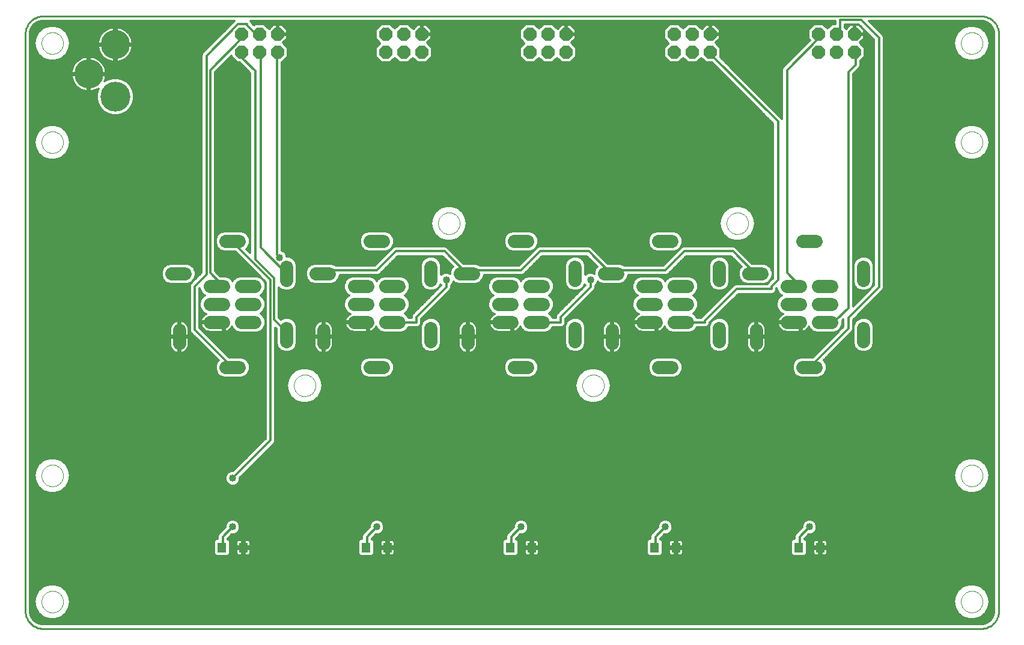
<source format=gtl>
G75*
G70*
%OFA0B0*%
%FSLAX24Y24*%
%IPPOS*%
%LPD*%
%AMOC8*
5,1,8,0,0,1.08239X$1,22.5*
%
%ADD10C,0.0100*%
%ADD11C,0.1660*%
%ADD12C,0.1620*%
%ADD13OC8,0.0740*%
%ADD14R,0.0472X0.0551*%
%ADD15C,0.0000*%
%ADD16C,0.0740*%
%ADD17C,0.0120*%
%ADD18C,0.0400*%
D10*
X001160Y000160D02*
X053160Y000160D01*
X053220Y000162D01*
X053281Y000167D01*
X053340Y000176D01*
X053399Y000189D01*
X053458Y000205D01*
X053515Y000225D01*
X053570Y000248D01*
X053625Y000275D01*
X053677Y000304D01*
X053728Y000337D01*
X053777Y000373D01*
X053823Y000411D01*
X053867Y000453D01*
X053909Y000497D01*
X053947Y000543D01*
X053983Y000592D01*
X054016Y000643D01*
X054045Y000695D01*
X054072Y000750D01*
X054095Y000805D01*
X054115Y000862D01*
X054131Y000921D01*
X054144Y000980D01*
X054153Y001039D01*
X054158Y001100D01*
X054160Y001160D01*
X054160Y033160D01*
X054158Y033220D01*
X054153Y033281D01*
X054144Y033340D01*
X054131Y033399D01*
X054115Y033458D01*
X054095Y033515D01*
X054072Y033570D01*
X054045Y033625D01*
X054016Y033677D01*
X053983Y033728D01*
X053947Y033777D01*
X053909Y033823D01*
X053867Y033867D01*
X053823Y033909D01*
X053777Y033947D01*
X053728Y033983D01*
X053677Y034016D01*
X053625Y034045D01*
X053570Y034072D01*
X053515Y034095D01*
X053458Y034115D01*
X053399Y034131D01*
X053340Y034144D01*
X053281Y034153D01*
X053220Y034158D01*
X053160Y034160D01*
X001160Y034160D01*
X001100Y034158D01*
X001039Y034153D01*
X000980Y034144D01*
X000921Y034131D01*
X000862Y034115D01*
X000805Y034095D01*
X000750Y034072D01*
X000695Y034045D01*
X000643Y034016D01*
X000592Y033983D01*
X000543Y033947D01*
X000497Y033909D01*
X000453Y033867D01*
X000411Y033823D01*
X000373Y033777D01*
X000337Y033728D01*
X000304Y033677D01*
X000275Y033625D01*
X000248Y033570D01*
X000225Y033515D01*
X000205Y033458D01*
X000189Y033399D01*
X000176Y033340D01*
X000167Y033281D01*
X000162Y033220D01*
X000160Y033160D01*
X000160Y001160D01*
X000162Y001100D01*
X000167Y001039D01*
X000176Y000980D01*
X000189Y000921D01*
X000205Y000862D01*
X000225Y000805D01*
X000248Y000750D01*
X000275Y000695D01*
X000304Y000643D01*
X000337Y000592D01*
X000373Y000543D01*
X000411Y000497D01*
X000453Y000453D01*
X000497Y000411D01*
X000543Y000373D01*
X000592Y000337D01*
X000643Y000304D01*
X000695Y000275D01*
X000750Y000248D01*
X000805Y000225D01*
X000862Y000205D01*
X000921Y000189D01*
X000980Y000176D01*
X001039Y000167D01*
X001100Y000162D01*
X001160Y000160D01*
D11*
X005160Y029696D03*
D12*
X003679Y030947D03*
X005150Y032579D03*
D13*
X012160Y032160D03*
X012160Y033160D03*
X013160Y033160D03*
X013160Y032160D03*
X014160Y032160D03*
X014160Y033160D03*
X020160Y033160D03*
X021160Y033160D03*
X021160Y032160D03*
X020160Y032160D03*
X022160Y032160D03*
X022160Y033160D03*
X028160Y033160D03*
X028160Y032160D03*
X029160Y032160D03*
X029160Y033160D03*
X030160Y033160D03*
X030160Y032160D03*
X036160Y032160D03*
X036160Y033160D03*
X037160Y033160D03*
X037160Y032160D03*
X038160Y032160D03*
X038160Y033160D03*
X044160Y033160D03*
X044160Y032160D03*
X045160Y032160D03*
X046160Y032160D03*
X046160Y033160D03*
X045160Y033160D03*
D14*
X044251Y004660D03*
X043069Y004660D03*
X036251Y004660D03*
X035069Y004660D03*
X028251Y004660D03*
X027069Y004660D03*
X020251Y004660D03*
X019069Y004660D03*
X012251Y004660D03*
X011069Y004660D03*
D15*
X001060Y001660D02*
X001062Y001709D01*
X001068Y001757D01*
X001078Y001805D01*
X001092Y001852D01*
X001109Y001898D01*
X001130Y001942D01*
X001155Y001984D01*
X001183Y002024D01*
X001215Y002062D01*
X001249Y002097D01*
X001286Y002129D01*
X001325Y002158D01*
X001367Y002184D01*
X001411Y002206D01*
X001456Y002224D01*
X001503Y002239D01*
X001550Y002250D01*
X001599Y002257D01*
X001648Y002260D01*
X001697Y002259D01*
X001745Y002254D01*
X001794Y002245D01*
X001841Y002232D01*
X001887Y002215D01*
X001931Y002195D01*
X001974Y002171D01*
X002015Y002144D01*
X002053Y002113D01*
X002089Y002080D01*
X002121Y002044D01*
X002151Y002005D01*
X002178Y001964D01*
X002201Y001920D01*
X002220Y001875D01*
X002236Y001829D01*
X002248Y001782D01*
X002256Y001733D01*
X002260Y001684D01*
X002260Y001636D01*
X002256Y001587D01*
X002248Y001538D01*
X002236Y001491D01*
X002220Y001445D01*
X002201Y001400D01*
X002178Y001356D01*
X002151Y001315D01*
X002121Y001276D01*
X002089Y001240D01*
X002053Y001207D01*
X002015Y001176D01*
X001974Y001149D01*
X001931Y001125D01*
X001887Y001105D01*
X001841Y001088D01*
X001794Y001075D01*
X001745Y001066D01*
X001697Y001061D01*
X001648Y001060D01*
X001599Y001063D01*
X001550Y001070D01*
X001503Y001081D01*
X001456Y001096D01*
X001411Y001114D01*
X001367Y001136D01*
X001325Y001162D01*
X001286Y001191D01*
X001249Y001223D01*
X001215Y001258D01*
X001183Y001296D01*
X001155Y001336D01*
X001130Y001378D01*
X001109Y001422D01*
X001092Y001468D01*
X001078Y001515D01*
X001068Y001563D01*
X001062Y001611D01*
X001060Y001660D01*
X001060Y008660D02*
X001062Y008709D01*
X001068Y008757D01*
X001078Y008805D01*
X001092Y008852D01*
X001109Y008898D01*
X001130Y008942D01*
X001155Y008984D01*
X001183Y009024D01*
X001215Y009062D01*
X001249Y009097D01*
X001286Y009129D01*
X001325Y009158D01*
X001367Y009184D01*
X001411Y009206D01*
X001456Y009224D01*
X001503Y009239D01*
X001550Y009250D01*
X001599Y009257D01*
X001648Y009260D01*
X001697Y009259D01*
X001745Y009254D01*
X001794Y009245D01*
X001841Y009232D01*
X001887Y009215D01*
X001931Y009195D01*
X001974Y009171D01*
X002015Y009144D01*
X002053Y009113D01*
X002089Y009080D01*
X002121Y009044D01*
X002151Y009005D01*
X002178Y008964D01*
X002201Y008920D01*
X002220Y008875D01*
X002236Y008829D01*
X002248Y008782D01*
X002256Y008733D01*
X002260Y008684D01*
X002260Y008636D01*
X002256Y008587D01*
X002248Y008538D01*
X002236Y008491D01*
X002220Y008445D01*
X002201Y008400D01*
X002178Y008356D01*
X002151Y008315D01*
X002121Y008276D01*
X002089Y008240D01*
X002053Y008207D01*
X002015Y008176D01*
X001974Y008149D01*
X001931Y008125D01*
X001887Y008105D01*
X001841Y008088D01*
X001794Y008075D01*
X001745Y008066D01*
X001697Y008061D01*
X001648Y008060D01*
X001599Y008063D01*
X001550Y008070D01*
X001503Y008081D01*
X001456Y008096D01*
X001411Y008114D01*
X001367Y008136D01*
X001325Y008162D01*
X001286Y008191D01*
X001249Y008223D01*
X001215Y008258D01*
X001183Y008296D01*
X001155Y008336D01*
X001130Y008378D01*
X001109Y008422D01*
X001092Y008468D01*
X001078Y008515D01*
X001068Y008563D01*
X001062Y008611D01*
X001060Y008660D01*
X015060Y013660D02*
X015062Y013709D01*
X015068Y013757D01*
X015078Y013805D01*
X015092Y013852D01*
X015109Y013898D01*
X015130Y013942D01*
X015155Y013984D01*
X015183Y014024D01*
X015215Y014062D01*
X015249Y014097D01*
X015286Y014129D01*
X015325Y014158D01*
X015367Y014184D01*
X015411Y014206D01*
X015456Y014224D01*
X015503Y014239D01*
X015550Y014250D01*
X015599Y014257D01*
X015648Y014260D01*
X015697Y014259D01*
X015745Y014254D01*
X015794Y014245D01*
X015841Y014232D01*
X015887Y014215D01*
X015931Y014195D01*
X015974Y014171D01*
X016015Y014144D01*
X016053Y014113D01*
X016089Y014080D01*
X016121Y014044D01*
X016151Y014005D01*
X016178Y013964D01*
X016201Y013920D01*
X016220Y013875D01*
X016236Y013829D01*
X016248Y013782D01*
X016256Y013733D01*
X016260Y013684D01*
X016260Y013636D01*
X016256Y013587D01*
X016248Y013538D01*
X016236Y013491D01*
X016220Y013445D01*
X016201Y013400D01*
X016178Y013356D01*
X016151Y013315D01*
X016121Y013276D01*
X016089Y013240D01*
X016053Y013207D01*
X016015Y013176D01*
X015974Y013149D01*
X015931Y013125D01*
X015887Y013105D01*
X015841Y013088D01*
X015794Y013075D01*
X015745Y013066D01*
X015697Y013061D01*
X015648Y013060D01*
X015599Y013063D01*
X015550Y013070D01*
X015503Y013081D01*
X015456Y013096D01*
X015411Y013114D01*
X015367Y013136D01*
X015325Y013162D01*
X015286Y013191D01*
X015249Y013223D01*
X015215Y013258D01*
X015183Y013296D01*
X015155Y013336D01*
X015130Y013378D01*
X015109Y013422D01*
X015092Y013468D01*
X015078Y013515D01*
X015068Y013563D01*
X015062Y013611D01*
X015060Y013660D01*
X023060Y022660D02*
X023062Y022709D01*
X023068Y022757D01*
X023078Y022805D01*
X023092Y022852D01*
X023109Y022898D01*
X023130Y022942D01*
X023155Y022984D01*
X023183Y023024D01*
X023215Y023062D01*
X023249Y023097D01*
X023286Y023129D01*
X023325Y023158D01*
X023367Y023184D01*
X023411Y023206D01*
X023456Y023224D01*
X023503Y023239D01*
X023550Y023250D01*
X023599Y023257D01*
X023648Y023260D01*
X023697Y023259D01*
X023745Y023254D01*
X023794Y023245D01*
X023841Y023232D01*
X023887Y023215D01*
X023931Y023195D01*
X023974Y023171D01*
X024015Y023144D01*
X024053Y023113D01*
X024089Y023080D01*
X024121Y023044D01*
X024151Y023005D01*
X024178Y022964D01*
X024201Y022920D01*
X024220Y022875D01*
X024236Y022829D01*
X024248Y022782D01*
X024256Y022733D01*
X024260Y022684D01*
X024260Y022636D01*
X024256Y022587D01*
X024248Y022538D01*
X024236Y022491D01*
X024220Y022445D01*
X024201Y022400D01*
X024178Y022356D01*
X024151Y022315D01*
X024121Y022276D01*
X024089Y022240D01*
X024053Y022207D01*
X024015Y022176D01*
X023974Y022149D01*
X023931Y022125D01*
X023887Y022105D01*
X023841Y022088D01*
X023794Y022075D01*
X023745Y022066D01*
X023697Y022061D01*
X023648Y022060D01*
X023599Y022063D01*
X023550Y022070D01*
X023503Y022081D01*
X023456Y022096D01*
X023411Y022114D01*
X023367Y022136D01*
X023325Y022162D01*
X023286Y022191D01*
X023249Y022223D01*
X023215Y022258D01*
X023183Y022296D01*
X023155Y022336D01*
X023130Y022378D01*
X023109Y022422D01*
X023092Y022468D01*
X023078Y022515D01*
X023068Y022563D01*
X023062Y022611D01*
X023060Y022660D01*
X031060Y013660D02*
X031062Y013709D01*
X031068Y013757D01*
X031078Y013805D01*
X031092Y013852D01*
X031109Y013898D01*
X031130Y013942D01*
X031155Y013984D01*
X031183Y014024D01*
X031215Y014062D01*
X031249Y014097D01*
X031286Y014129D01*
X031325Y014158D01*
X031367Y014184D01*
X031411Y014206D01*
X031456Y014224D01*
X031503Y014239D01*
X031550Y014250D01*
X031599Y014257D01*
X031648Y014260D01*
X031697Y014259D01*
X031745Y014254D01*
X031794Y014245D01*
X031841Y014232D01*
X031887Y014215D01*
X031931Y014195D01*
X031974Y014171D01*
X032015Y014144D01*
X032053Y014113D01*
X032089Y014080D01*
X032121Y014044D01*
X032151Y014005D01*
X032178Y013964D01*
X032201Y013920D01*
X032220Y013875D01*
X032236Y013829D01*
X032248Y013782D01*
X032256Y013733D01*
X032260Y013684D01*
X032260Y013636D01*
X032256Y013587D01*
X032248Y013538D01*
X032236Y013491D01*
X032220Y013445D01*
X032201Y013400D01*
X032178Y013356D01*
X032151Y013315D01*
X032121Y013276D01*
X032089Y013240D01*
X032053Y013207D01*
X032015Y013176D01*
X031974Y013149D01*
X031931Y013125D01*
X031887Y013105D01*
X031841Y013088D01*
X031794Y013075D01*
X031745Y013066D01*
X031697Y013061D01*
X031648Y013060D01*
X031599Y013063D01*
X031550Y013070D01*
X031503Y013081D01*
X031456Y013096D01*
X031411Y013114D01*
X031367Y013136D01*
X031325Y013162D01*
X031286Y013191D01*
X031249Y013223D01*
X031215Y013258D01*
X031183Y013296D01*
X031155Y013336D01*
X031130Y013378D01*
X031109Y013422D01*
X031092Y013468D01*
X031078Y013515D01*
X031068Y013563D01*
X031062Y013611D01*
X031060Y013660D01*
X039060Y022660D02*
X039062Y022709D01*
X039068Y022757D01*
X039078Y022805D01*
X039092Y022852D01*
X039109Y022898D01*
X039130Y022942D01*
X039155Y022984D01*
X039183Y023024D01*
X039215Y023062D01*
X039249Y023097D01*
X039286Y023129D01*
X039325Y023158D01*
X039367Y023184D01*
X039411Y023206D01*
X039456Y023224D01*
X039503Y023239D01*
X039550Y023250D01*
X039599Y023257D01*
X039648Y023260D01*
X039697Y023259D01*
X039745Y023254D01*
X039794Y023245D01*
X039841Y023232D01*
X039887Y023215D01*
X039931Y023195D01*
X039974Y023171D01*
X040015Y023144D01*
X040053Y023113D01*
X040089Y023080D01*
X040121Y023044D01*
X040151Y023005D01*
X040178Y022964D01*
X040201Y022920D01*
X040220Y022875D01*
X040236Y022829D01*
X040248Y022782D01*
X040256Y022733D01*
X040260Y022684D01*
X040260Y022636D01*
X040256Y022587D01*
X040248Y022538D01*
X040236Y022491D01*
X040220Y022445D01*
X040201Y022400D01*
X040178Y022356D01*
X040151Y022315D01*
X040121Y022276D01*
X040089Y022240D01*
X040053Y022207D01*
X040015Y022176D01*
X039974Y022149D01*
X039931Y022125D01*
X039887Y022105D01*
X039841Y022088D01*
X039794Y022075D01*
X039745Y022066D01*
X039697Y022061D01*
X039648Y022060D01*
X039599Y022063D01*
X039550Y022070D01*
X039503Y022081D01*
X039456Y022096D01*
X039411Y022114D01*
X039367Y022136D01*
X039325Y022162D01*
X039286Y022191D01*
X039249Y022223D01*
X039215Y022258D01*
X039183Y022296D01*
X039155Y022336D01*
X039130Y022378D01*
X039109Y022422D01*
X039092Y022468D01*
X039078Y022515D01*
X039068Y022563D01*
X039062Y022611D01*
X039060Y022660D01*
X052060Y027160D02*
X052062Y027209D01*
X052068Y027257D01*
X052078Y027305D01*
X052092Y027352D01*
X052109Y027398D01*
X052130Y027442D01*
X052155Y027484D01*
X052183Y027524D01*
X052215Y027562D01*
X052249Y027597D01*
X052286Y027629D01*
X052325Y027658D01*
X052367Y027684D01*
X052411Y027706D01*
X052456Y027724D01*
X052503Y027739D01*
X052550Y027750D01*
X052599Y027757D01*
X052648Y027760D01*
X052697Y027759D01*
X052745Y027754D01*
X052794Y027745D01*
X052841Y027732D01*
X052887Y027715D01*
X052931Y027695D01*
X052974Y027671D01*
X053015Y027644D01*
X053053Y027613D01*
X053089Y027580D01*
X053121Y027544D01*
X053151Y027505D01*
X053178Y027464D01*
X053201Y027420D01*
X053220Y027375D01*
X053236Y027329D01*
X053248Y027282D01*
X053256Y027233D01*
X053260Y027184D01*
X053260Y027136D01*
X053256Y027087D01*
X053248Y027038D01*
X053236Y026991D01*
X053220Y026945D01*
X053201Y026900D01*
X053178Y026856D01*
X053151Y026815D01*
X053121Y026776D01*
X053089Y026740D01*
X053053Y026707D01*
X053015Y026676D01*
X052974Y026649D01*
X052931Y026625D01*
X052887Y026605D01*
X052841Y026588D01*
X052794Y026575D01*
X052745Y026566D01*
X052697Y026561D01*
X052648Y026560D01*
X052599Y026563D01*
X052550Y026570D01*
X052503Y026581D01*
X052456Y026596D01*
X052411Y026614D01*
X052367Y026636D01*
X052325Y026662D01*
X052286Y026691D01*
X052249Y026723D01*
X052215Y026758D01*
X052183Y026796D01*
X052155Y026836D01*
X052130Y026878D01*
X052109Y026922D01*
X052092Y026968D01*
X052078Y027015D01*
X052068Y027063D01*
X052062Y027111D01*
X052060Y027160D01*
X052060Y032660D02*
X052062Y032709D01*
X052068Y032757D01*
X052078Y032805D01*
X052092Y032852D01*
X052109Y032898D01*
X052130Y032942D01*
X052155Y032984D01*
X052183Y033024D01*
X052215Y033062D01*
X052249Y033097D01*
X052286Y033129D01*
X052325Y033158D01*
X052367Y033184D01*
X052411Y033206D01*
X052456Y033224D01*
X052503Y033239D01*
X052550Y033250D01*
X052599Y033257D01*
X052648Y033260D01*
X052697Y033259D01*
X052745Y033254D01*
X052794Y033245D01*
X052841Y033232D01*
X052887Y033215D01*
X052931Y033195D01*
X052974Y033171D01*
X053015Y033144D01*
X053053Y033113D01*
X053089Y033080D01*
X053121Y033044D01*
X053151Y033005D01*
X053178Y032964D01*
X053201Y032920D01*
X053220Y032875D01*
X053236Y032829D01*
X053248Y032782D01*
X053256Y032733D01*
X053260Y032684D01*
X053260Y032636D01*
X053256Y032587D01*
X053248Y032538D01*
X053236Y032491D01*
X053220Y032445D01*
X053201Y032400D01*
X053178Y032356D01*
X053151Y032315D01*
X053121Y032276D01*
X053089Y032240D01*
X053053Y032207D01*
X053015Y032176D01*
X052974Y032149D01*
X052931Y032125D01*
X052887Y032105D01*
X052841Y032088D01*
X052794Y032075D01*
X052745Y032066D01*
X052697Y032061D01*
X052648Y032060D01*
X052599Y032063D01*
X052550Y032070D01*
X052503Y032081D01*
X052456Y032096D01*
X052411Y032114D01*
X052367Y032136D01*
X052325Y032162D01*
X052286Y032191D01*
X052249Y032223D01*
X052215Y032258D01*
X052183Y032296D01*
X052155Y032336D01*
X052130Y032378D01*
X052109Y032422D01*
X052092Y032468D01*
X052078Y032515D01*
X052068Y032563D01*
X052062Y032611D01*
X052060Y032660D01*
X052060Y008660D02*
X052062Y008709D01*
X052068Y008757D01*
X052078Y008805D01*
X052092Y008852D01*
X052109Y008898D01*
X052130Y008942D01*
X052155Y008984D01*
X052183Y009024D01*
X052215Y009062D01*
X052249Y009097D01*
X052286Y009129D01*
X052325Y009158D01*
X052367Y009184D01*
X052411Y009206D01*
X052456Y009224D01*
X052503Y009239D01*
X052550Y009250D01*
X052599Y009257D01*
X052648Y009260D01*
X052697Y009259D01*
X052745Y009254D01*
X052794Y009245D01*
X052841Y009232D01*
X052887Y009215D01*
X052931Y009195D01*
X052974Y009171D01*
X053015Y009144D01*
X053053Y009113D01*
X053089Y009080D01*
X053121Y009044D01*
X053151Y009005D01*
X053178Y008964D01*
X053201Y008920D01*
X053220Y008875D01*
X053236Y008829D01*
X053248Y008782D01*
X053256Y008733D01*
X053260Y008684D01*
X053260Y008636D01*
X053256Y008587D01*
X053248Y008538D01*
X053236Y008491D01*
X053220Y008445D01*
X053201Y008400D01*
X053178Y008356D01*
X053151Y008315D01*
X053121Y008276D01*
X053089Y008240D01*
X053053Y008207D01*
X053015Y008176D01*
X052974Y008149D01*
X052931Y008125D01*
X052887Y008105D01*
X052841Y008088D01*
X052794Y008075D01*
X052745Y008066D01*
X052697Y008061D01*
X052648Y008060D01*
X052599Y008063D01*
X052550Y008070D01*
X052503Y008081D01*
X052456Y008096D01*
X052411Y008114D01*
X052367Y008136D01*
X052325Y008162D01*
X052286Y008191D01*
X052249Y008223D01*
X052215Y008258D01*
X052183Y008296D01*
X052155Y008336D01*
X052130Y008378D01*
X052109Y008422D01*
X052092Y008468D01*
X052078Y008515D01*
X052068Y008563D01*
X052062Y008611D01*
X052060Y008660D01*
X052060Y001660D02*
X052062Y001709D01*
X052068Y001757D01*
X052078Y001805D01*
X052092Y001852D01*
X052109Y001898D01*
X052130Y001942D01*
X052155Y001984D01*
X052183Y002024D01*
X052215Y002062D01*
X052249Y002097D01*
X052286Y002129D01*
X052325Y002158D01*
X052367Y002184D01*
X052411Y002206D01*
X052456Y002224D01*
X052503Y002239D01*
X052550Y002250D01*
X052599Y002257D01*
X052648Y002260D01*
X052697Y002259D01*
X052745Y002254D01*
X052794Y002245D01*
X052841Y002232D01*
X052887Y002215D01*
X052931Y002195D01*
X052974Y002171D01*
X053015Y002144D01*
X053053Y002113D01*
X053089Y002080D01*
X053121Y002044D01*
X053151Y002005D01*
X053178Y001964D01*
X053201Y001920D01*
X053220Y001875D01*
X053236Y001829D01*
X053248Y001782D01*
X053256Y001733D01*
X053260Y001684D01*
X053260Y001636D01*
X053256Y001587D01*
X053248Y001538D01*
X053236Y001491D01*
X053220Y001445D01*
X053201Y001400D01*
X053178Y001356D01*
X053151Y001315D01*
X053121Y001276D01*
X053089Y001240D01*
X053053Y001207D01*
X053015Y001176D01*
X052974Y001149D01*
X052931Y001125D01*
X052887Y001105D01*
X052841Y001088D01*
X052794Y001075D01*
X052745Y001066D01*
X052697Y001061D01*
X052648Y001060D01*
X052599Y001063D01*
X052550Y001070D01*
X052503Y001081D01*
X052456Y001096D01*
X052411Y001114D01*
X052367Y001136D01*
X052325Y001162D01*
X052286Y001191D01*
X052249Y001223D01*
X052215Y001258D01*
X052183Y001296D01*
X052155Y001336D01*
X052130Y001378D01*
X052109Y001422D01*
X052092Y001468D01*
X052078Y001515D01*
X052068Y001563D01*
X052062Y001611D01*
X052060Y001660D01*
X001060Y027160D02*
X001062Y027209D01*
X001068Y027257D01*
X001078Y027305D01*
X001092Y027352D01*
X001109Y027398D01*
X001130Y027442D01*
X001155Y027484D01*
X001183Y027524D01*
X001215Y027562D01*
X001249Y027597D01*
X001286Y027629D01*
X001325Y027658D01*
X001367Y027684D01*
X001411Y027706D01*
X001456Y027724D01*
X001503Y027739D01*
X001550Y027750D01*
X001599Y027757D01*
X001648Y027760D01*
X001697Y027759D01*
X001745Y027754D01*
X001794Y027745D01*
X001841Y027732D01*
X001887Y027715D01*
X001931Y027695D01*
X001974Y027671D01*
X002015Y027644D01*
X002053Y027613D01*
X002089Y027580D01*
X002121Y027544D01*
X002151Y027505D01*
X002178Y027464D01*
X002201Y027420D01*
X002220Y027375D01*
X002236Y027329D01*
X002248Y027282D01*
X002256Y027233D01*
X002260Y027184D01*
X002260Y027136D01*
X002256Y027087D01*
X002248Y027038D01*
X002236Y026991D01*
X002220Y026945D01*
X002201Y026900D01*
X002178Y026856D01*
X002151Y026815D01*
X002121Y026776D01*
X002089Y026740D01*
X002053Y026707D01*
X002015Y026676D01*
X001974Y026649D01*
X001931Y026625D01*
X001887Y026605D01*
X001841Y026588D01*
X001794Y026575D01*
X001745Y026566D01*
X001697Y026561D01*
X001648Y026560D01*
X001599Y026563D01*
X001550Y026570D01*
X001503Y026581D01*
X001456Y026596D01*
X001411Y026614D01*
X001367Y026636D01*
X001325Y026662D01*
X001286Y026691D01*
X001249Y026723D01*
X001215Y026758D01*
X001183Y026796D01*
X001155Y026836D01*
X001130Y026878D01*
X001109Y026922D01*
X001092Y026968D01*
X001078Y027015D01*
X001068Y027063D01*
X001062Y027111D01*
X001060Y027160D01*
X001060Y032660D02*
X001062Y032709D01*
X001068Y032757D01*
X001078Y032805D01*
X001092Y032852D01*
X001109Y032898D01*
X001130Y032942D01*
X001155Y032984D01*
X001183Y033024D01*
X001215Y033062D01*
X001249Y033097D01*
X001286Y033129D01*
X001325Y033158D01*
X001367Y033184D01*
X001411Y033206D01*
X001456Y033224D01*
X001503Y033239D01*
X001550Y033250D01*
X001599Y033257D01*
X001648Y033260D01*
X001697Y033259D01*
X001745Y033254D01*
X001794Y033245D01*
X001841Y033232D01*
X001887Y033215D01*
X001931Y033195D01*
X001974Y033171D01*
X002015Y033144D01*
X002053Y033113D01*
X002089Y033080D01*
X002121Y033044D01*
X002151Y033005D01*
X002178Y032964D01*
X002201Y032920D01*
X002220Y032875D01*
X002236Y032829D01*
X002248Y032782D01*
X002256Y032733D01*
X002260Y032684D01*
X002260Y032636D01*
X002256Y032587D01*
X002248Y032538D01*
X002236Y032491D01*
X002220Y032445D01*
X002201Y032400D01*
X002178Y032356D01*
X002151Y032315D01*
X002121Y032276D01*
X002089Y032240D01*
X002053Y032207D01*
X002015Y032176D01*
X001974Y032149D01*
X001931Y032125D01*
X001887Y032105D01*
X001841Y032088D01*
X001794Y032075D01*
X001745Y032066D01*
X001697Y032061D01*
X001648Y032060D01*
X001599Y032063D01*
X001550Y032070D01*
X001503Y032081D01*
X001456Y032096D01*
X001411Y032114D01*
X001367Y032136D01*
X001325Y032162D01*
X001286Y032191D01*
X001249Y032223D01*
X001215Y032258D01*
X001183Y032296D01*
X001155Y032336D01*
X001130Y032378D01*
X001109Y032422D01*
X001092Y032468D01*
X001078Y032515D01*
X001068Y032563D01*
X001062Y032611D01*
X001060Y032660D01*
D16*
X011290Y021660D02*
X012030Y021660D01*
X014660Y020230D02*
X014660Y019490D01*
X016290Y019860D02*
X017030Y019860D01*
X018420Y019160D02*
X019160Y019160D01*
X020160Y019160D02*
X020900Y019160D01*
X020900Y018160D02*
X020160Y018160D01*
X020160Y017160D02*
X020900Y017160D01*
X019160Y017160D02*
X018420Y017160D01*
X018420Y018160D02*
X019160Y018160D01*
X016710Y016730D02*
X016710Y015990D01*
X014660Y016090D02*
X014660Y016830D01*
X012900Y017160D02*
X012160Y017160D01*
X012160Y018160D02*
X012900Y018160D01*
X012900Y019160D02*
X012160Y019160D01*
X011160Y019160D02*
X010420Y019160D01*
X010420Y018160D02*
X011160Y018160D01*
X011160Y017160D02*
X010420Y017160D01*
X008710Y016730D02*
X008710Y015990D01*
X011290Y014660D02*
X012030Y014660D01*
X019290Y014660D02*
X020030Y014660D01*
X022660Y016090D02*
X022660Y016830D01*
X024710Y016730D02*
X024710Y015990D01*
X026420Y017160D02*
X027160Y017160D01*
X028160Y017160D02*
X028900Y017160D01*
X028900Y018160D02*
X028160Y018160D01*
X027160Y018160D02*
X026420Y018160D01*
X026420Y019160D02*
X027160Y019160D01*
X028160Y019160D02*
X028900Y019160D01*
X030660Y019490D02*
X030660Y020230D01*
X032290Y019860D02*
X033030Y019860D01*
X034420Y019160D02*
X035160Y019160D01*
X036160Y019160D02*
X036900Y019160D01*
X036900Y018160D02*
X036160Y018160D01*
X036160Y017160D02*
X036900Y017160D01*
X035160Y017160D02*
X034420Y017160D01*
X034420Y018160D02*
X035160Y018160D01*
X032710Y016730D02*
X032710Y015990D01*
X030660Y016090D02*
X030660Y016830D01*
X028030Y014660D02*
X027290Y014660D01*
X022660Y019490D02*
X022660Y020230D01*
X024290Y019860D02*
X025030Y019860D01*
X027290Y021660D02*
X028030Y021660D01*
X035290Y021660D02*
X036030Y021660D01*
X038660Y020230D02*
X038660Y019490D01*
X040290Y019860D02*
X041030Y019860D01*
X042420Y019160D02*
X043160Y019160D01*
X044160Y019160D02*
X044900Y019160D01*
X044900Y018160D02*
X044160Y018160D01*
X044160Y017160D02*
X044900Y017160D01*
X043160Y017160D02*
X042420Y017160D01*
X042420Y018160D02*
X043160Y018160D01*
X040710Y016730D02*
X040710Y015990D01*
X038660Y016090D02*
X038660Y016830D01*
X036030Y014660D02*
X035290Y014660D01*
X043290Y014660D02*
X044030Y014660D01*
X046660Y016090D02*
X046660Y016830D01*
X046660Y019490D02*
X046660Y020230D01*
X044030Y021660D02*
X043290Y021660D01*
X020030Y021660D02*
X019290Y021660D01*
X009030Y019860D02*
X008290Y019860D01*
D17*
X000501Y000824D02*
X000637Y000637D01*
X000824Y000501D01*
X001044Y000429D01*
X001160Y000420D01*
X053160Y000420D01*
X053276Y000429D01*
X053496Y000501D01*
X053683Y000637D01*
X053819Y000824D01*
X053891Y001044D01*
X053900Y001160D01*
X053900Y033160D01*
X053891Y033276D01*
X053819Y033496D01*
X053683Y033683D01*
X053496Y033819D01*
X053276Y033891D01*
X053160Y033900D01*
X046952Y033900D01*
X047739Y033113D01*
X047780Y033014D01*
X047780Y019056D01*
X047739Y018957D01*
X047663Y018881D01*
X046080Y017298D01*
X046080Y016756D01*
X046039Y016657D01*
X045963Y016581D01*
X044446Y015064D01*
X044522Y014989D01*
X044610Y014775D01*
X044610Y014545D01*
X044522Y014331D01*
X044359Y014168D01*
X044145Y014080D01*
X043175Y014080D01*
X042961Y014168D01*
X042798Y014331D01*
X042710Y014545D01*
X042710Y014775D01*
X042798Y014989D01*
X042961Y015152D01*
X043175Y015240D01*
X043858Y015240D01*
X045540Y016922D01*
X045540Y017308D01*
X045480Y017248D01*
X045480Y017045D01*
X045392Y016831D01*
X045229Y016668D01*
X045015Y016580D01*
X044045Y016580D01*
X043831Y016668D01*
X043668Y016831D01*
X043632Y016919D01*
X043613Y016882D01*
X043564Y016815D01*
X043505Y016756D01*
X043438Y016707D01*
X043363Y016669D01*
X043284Y016643D01*
X043210Y016631D01*
X043210Y017110D01*
X043110Y017110D01*
X043110Y016630D01*
X042378Y016630D01*
X042296Y016643D01*
X042217Y016669D01*
X042142Y016707D01*
X042075Y016756D01*
X042016Y016815D01*
X041967Y016882D01*
X041929Y016957D01*
X041903Y017036D01*
X041891Y017110D01*
X043110Y017110D01*
X043110Y017210D01*
X041891Y017210D01*
X041903Y017284D01*
X041929Y017363D01*
X041967Y017438D01*
X042016Y017505D01*
X042075Y017564D01*
X042142Y017613D01*
X042179Y017632D01*
X042091Y017668D01*
X041928Y017831D01*
X041840Y018045D01*
X041840Y018275D01*
X041928Y018489D01*
X042091Y018652D01*
X042111Y018660D01*
X042091Y018668D01*
X041928Y018831D01*
X041840Y019045D01*
X041840Y019058D01*
X041830Y019048D01*
X041830Y018956D01*
X041789Y018857D01*
X041713Y018781D01*
X041614Y018740D01*
X039722Y018740D01*
X038130Y017148D01*
X038130Y017106D01*
X038089Y017007D01*
X038013Y016931D01*
X037914Y016890D01*
X037416Y016890D01*
X037392Y016831D01*
X037229Y016668D01*
X037015Y016580D01*
X036045Y016580D01*
X035831Y016668D01*
X035668Y016831D01*
X035632Y016919D01*
X035613Y016882D01*
X035564Y016815D01*
X035505Y016756D01*
X035438Y016707D01*
X035363Y016669D01*
X035284Y016643D01*
X035210Y016631D01*
X035210Y017110D01*
X035110Y017110D01*
X035110Y016630D01*
X034378Y016630D01*
X034296Y016643D01*
X034217Y016669D01*
X034142Y016707D01*
X034075Y016756D01*
X034016Y016815D01*
X033967Y016882D01*
X033929Y016957D01*
X033903Y017036D01*
X033891Y017110D01*
X035110Y017110D01*
X035110Y017210D01*
X033891Y017210D01*
X033903Y017284D01*
X033929Y017363D01*
X033967Y017438D01*
X034016Y017505D01*
X034075Y017564D01*
X034142Y017613D01*
X034179Y017632D01*
X034091Y017668D01*
X033928Y017831D01*
X033840Y018045D01*
X033840Y018275D01*
X033928Y018489D01*
X034091Y018652D01*
X034111Y018660D01*
X034091Y018668D01*
X033928Y018831D01*
X033840Y019045D01*
X033840Y019275D01*
X033928Y019489D01*
X034091Y019652D01*
X034305Y019740D01*
X035275Y019740D01*
X035489Y019652D01*
X035652Y019489D01*
X035660Y019469D01*
X035668Y019489D01*
X035831Y019652D01*
X036045Y019740D01*
X037015Y019740D01*
X037229Y019652D01*
X037392Y019489D01*
X037480Y019275D01*
X037480Y019045D01*
X037392Y018831D01*
X037229Y018668D01*
X037209Y018660D01*
X037229Y018652D01*
X037392Y018489D01*
X037480Y018275D01*
X037480Y018045D01*
X037392Y017831D01*
X037229Y017668D01*
X037209Y017660D01*
X037229Y017652D01*
X037392Y017489D01*
X037416Y017430D01*
X037648Y017430D01*
X039381Y019163D01*
X039381Y019163D01*
X039457Y019239D01*
X039556Y019280D01*
X041317Y019280D01*
X041331Y019313D01*
X041640Y019622D01*
X041640Y028198D01*
X038258Y031580D01*
X037920Y031580D01*
X037660Y031840D01*
X037400Y031580D01*
X036920Y031580D01*
X036660Y031840D01*
X036400Y031580D01*
X035920Y031580D01*
X035580Y031920D01*
X035580Y032400D01*
X035840Y032660D01*
X035580Y032920D01*
X035580Y033400D01*
X035920Y033740D01*
X036400Y033740D01*
X036660Y033480D01*
X036920Y033740D01*
X037400Y033740D01*
X037695Y033445D01*
X037940Y033690D01*
X038120Y033690D01*
X038120Y033200D01*
X038200Y033200D01*
X038200Y033690D01*
X038380Y033690D01*
X038690Y033380D01*
X038690Y033200D01*
X038200Y033200D01*
X038200Y033120D01*
X038690Y033120D01*
X038690Y032940D01*
X038445Y032695D01*
X038740Y032400D01*
X038740Y031920D01*
X038711Y031891D01*
X042139Y028463D01*
X042140Y028460D01*
X042140Y031214D01*
X042181Y031313D01*
X043684Y032816D01*
X043580Y032920D01*
X043580Y033400D01*
X043920Y033740D01*
X044400Y033740D01*
X044660Y033480D01*
X044920Y033740D01*
X045090Y033740D01*
X045090Y033900D01*
X012652Y033900D01*
X012689Y033863D01*
X012724Y033778D01*
X012841Y033661D01*
X012920Y033740D01*
X013400Y033740D01*
X013695Y033445D01*
X013940Y033690D01*
X014120Y033690D01*
X014120Y033200D01*
X014200Y033200D01*
X014200Y033690D01*
X014380Y033690D01*
X014690Y033380D01*
X014690Y033200D01*
X014200Y033200D01*
X014200Y033120D01*
X014690Y033120D01*
X014690Y032940D01*
X014445Y032695D01*
X014740Y032400D01*
X014740Y031920D01*
X014400Y031580D01*
X014380Y031580D01*
X014380Y021154D01*
X014492Y021108D01*
X014608Y020992D01*
X014670Y020842D01*
X014670Y020810D01*
X014775Y020810D01*
X014989Y020722D01*
X015152Y020559D01*
X015240Y020345D01*
X015240Y019375D01*
X015152Y019161D01*
X014989Y018998D01*
X014775Y018910D01*
X014545Y018910D01*
X014331Y018998D01*
X014230Y019100D01*
X014230Y017422D01*
X014331Y017321D01*
X014331Y017322D01*
X014545Y017410D01*
X014775Y017410D01*
X014989Y017322D01*
X015152Y017159D01*
X015240Y016945D01*
X015240Y015975D01*
X015152Y015761D01*
X014989Y015598D01*
X014775Y015510D01*
X014545Y015510D01*
X014331Y015598D01*
X014168Y015761D01*
X014080Y015975D01*
X014080Y016808D01*
X014030Y016858D01*
X014030Y010556D01*
X013989Y010457D01*
X013913Y010381D01*
X012070Y008538D01*
X012070Y008428D01*
X012008Y008278D01*
X011892Y008162D01*
X011742Y008100D01*
X011578Y008100D01*
X011428Y008162D01*
X011312Y008278D01*
X011250Y008428D01*
X011250Y008592D01*
X011312Y008742D01*
X011428Y008858D01*
X011578Y008920D01*
X011688Y008920D01*
X013490Y010722D01*
X013490Y019398D01*
X011808Y021080D01*
X011175Y021080D01*
X010961Y021168D01*
X010798Y021331D01*
X010710Y021545D01*
X010710Y021775D01*
X010798Y021989D01*
X010961Y022152D01*
X011175Y022240D01*
X012145Y022240D01*
X012359Y022152D01*
X012522Y021989D01*
X012610Y021775D01*
X012610Y021545D01*
X012522Y021331D01*
X012421Y021231D01*
X012640Y021012D01*
X012640Y030998D01*
X012058Y031580D01*
X011920Y031580D01*
X011580Y031920D01*
X011580Y031948D01*
X010680Y031048D01*
X010680Y020022D01*
X010962Y019740D01*
X011275Y019740D01*
X011489Y019652D01*
X011652Y019489D01*
X011660Y019469D01*
X011668Y019489D01*
X011831Y019652D01*
X012045Y019740D01*
X013015Y019740D01*
X013229Y019652D01*
X013392Y019489D01*
X013480Y019275D01*
X013480Y019045D01*
X013392Y018831D01*
X013229Y018668D01*
X013209Y018660D01*
X013229Y018652D01*
X013392Y018489D01*
X013480Y018275D01*
X013480Y018045D01*
X013392Y017831D01*
X013229Y017668D01*
X013209Y017660D01*
X013229Y017652D01*
X013392Y017489D01*
X013480Y017275D01*
X013480Y017045D01*
X013392Y016831D01*
X013229Y016668D01*
X013015Y016580D01*
X012045Y016580D01*
X011831Y016668D01*
X011668Y016831D01*
X011632Y016919D01*
X011613Y016882D01*
X011564Y016815D01*
X011505Y016756D01*
X011438Y016707D01*
X011363Y016669D01*
X011284Y016643D01*
X011210Y016631D01*
X011210Y017110D01*
X011110Y017110D01*
X011110Y016630D01*
X010378Y016630D01*
X010296Y016643D01*
X010217Y016669D01*
X010142Y016707D01*
X010075Y016756D01*
X010016Y016815D01*
X009967Y016882D01*
X009929Y016957D01*
X009903Y017036D01*
X009891Y017110D01*
X011110Y017110D01*
X011110Y017210D01*
X009891Y017210D01*
X009903Y017284D01*
X009929Y017363D01*
X009967Y017438D01*
X010016Y017505D01*
X010075Y017564D01*
X010142Y017613D01*
X010179Y017632D01*
X010091Y017668D01*
X009928Y017831D01*
X009840Y018045D01*
X009840Y018275D01*
X009928Y018489D01*
X010091Y018652D01*
X010111Y018660D01*
X010091Y018668D01*
X009928Y018831D01*
X009840Y019045D01*
X009840Y019058D01*
X009830Y019048D01*
X009830Y016872D01*
X011462Y015240D01*
X012145Y015240D01*
X012359Y015152D01*
X012522Y014989D01*
X012610Y014775D01*
X012610Y014545D01*
X012522Y014331D01*
X012359Y014168D01*
X012145Y014080D01*
X011175Y014080D01*
X010961Y014168D01*
X010798Y014331D01*
X010710Y014545D01*
X010710Y014775D01*
X010798Y014989D01*
X010874Y015064D01*
X009407Y016531D01*
X009331Y016607D01*
X009290Y016706D01*
X009290Y019214D01*
X009331Y019313D01*
X009940Y019922D01*
X009940Y032014D01*
X009981Y032113D01*
X011731Y033863D01*
X011768Y033900D01*
X001160Y033900D01*
X001044Y033891D01*
X000824Y033819D01*
X000637Y033683D01*
X000501Y033496D01*
X000429Y033276D01*
X000420Y033160D01*
X000420Y001160D01*
X000429Y001044D01*
X000501Y000824D01*
X000485Y000871D02*
X001076Y000871D01*
X001162Y000798D02*
X000898Y001020D01*
X000898Y001020D01*
X000725Y001320D01*
X000725Y001320D01*
X000665Y001660D01*
X000665Y001660D01*
X000725Y002000D01*
X000725Y002000D01*
X000898Y002300D01*
X000898Y002300D01*
X001162Y002522D01*
X001162Y002522D01*
X001487Y002640D01*
X001833Y002640D01*
X002158Y002522D01*
X002158Y002522D01*
X002422Y002300D01*
X002422Y002300D01*
X002595Y002000D01*
X002595Y002000D01*
X002655Y001660D01*
X002655Y001660D01*
X002595Y001320D01*
X002595Y001320D01*
X002422Y001020D01*
X002422Y001020D01*
X002422Y001020D01*
X002158Y000798D01*
X002158Y000798D01*
X001833Y000680D01*
X001610Y000680D01*
X001487Y000680D01*
X001162Y000798D01*
X001162Y000798D01*
X001288Y000753D02*
X000553Y000753D01*
X000641Y000634D02*
X053679Y000634D01*
X053767Y000753D02*
X053032Y000753D01*
X053158Y000798D02*
X053158Y000798D01*
X053422Y001020D01*
X053422Y001020D01*
X053422Y001020D01*
X053595Y001320D01*
X053655Y001660D01*
X053595Y002000D01*
X053595Y002000D01*
X053422Y002300D01*
X053158Y002522D01*
X053158Y002522D01*
X052833Y002640D01*
X052487Y002640D01*
X052162Y002522D01*
X051898Y002300D01*
X051898Y002300D01*
X051725Y002000D01*
X051665Y001660D01*
X051725Y001320D01*
X051725Y001320D01*
X051898Y001020D01*
X052162Y000798D01*
X052162Y000798D01*
X052487Y000680D01*
X052710Y000680D01*
X052833Y000680D01*
X053158Y000798D01*
X053244Y000871D02*
X053835Y000871D01*
X053873Y000990D02*
X053386Y000990D01*
X053473Y001108D02*
X053896Y001108D01*
X053900Y001227D02*
X053541Y001227D01*
X053595Y001320D02*
X053595Y001320D01*
X053600Y001345D02*
X053900Y001345D01*
X053900Y001464D02*
X053620Y001464D01*
X053641Y001582D02*
X053900Y001582D01*
X053900Y001701D02*
X053648Y001701D01*
X053655Y001660D02*
X053655Y001660D01*
X053627Y001819D02*
X053900Y001819D01*
X053900Y001938D02*
X053606Y001938D01*
X053563Y002056D02*
X053900Y002056D01*
X053900Y002175D02*
X053495Y002175D01*
X053426Y002293D02*
X053900Y002293D01*
X053900Y002412D02*
X053289Y002412D01*
X053422Y002300D02*
X053422Y002300D01*
X053135Y002530D02*
X053900Y002530D01*
X053900Y002649D02*
X000420Y002649D01*
X000420Y002767D02*
X053900Y002767D01*
X053900Y002886D02*
X000420Y002886D01*
X000420Y003004D02*
X053900Y003004D01*
X053900Y003123D02*
X000420Y003123D01*
X000420Y003241D02*
X053900Y003241D01*
X053900Y003360D02*
X000420Y003360D01*
X000420Y003478D02*
X053900Y003478D01*
X053900Y003597D02*
X000420Y003597D01*
X000420Y003715D02*
X053900Y003715D01*
X053900Y003834D02*
X000420Y003834D01*
X000420Y003952D02*
X053900Y003952D01*
X053900Y004071D02*
X000420Y004071D01*
X000420Y004189D02*
X010732Y004189D01*
X010746Y004174D02*
X011393Y004174D01*
X011516Y004297D01*
X011516Y005023D01*
X011393Y005146D01*
X011380Y005146D01*
X011380Y005148D01*
X011632Y005400D01*
X011742Y005400D01*
X011892Y005462D01*
X012008Y005578D01*
X012070Y005728D01*
X012070Y005892D01*
X012008Y006042D01*
X011892Y006158D01*
X011742Y006220D01*
X011578Y006220D01*
X011428Y006158D01*
X011312Y006042D01*
X011250Y005892D01*
X011250Y005782D01*
X010957Y005489D01*
X010881Y005413D01*
X010840Y005314D01*
X010840Y005146D01*
X010746Y005146D01*
X010623Y005023D01*
X010623Y004297D01*
X010746Y004174D01*
X010623Y004308D02*
X000420Y004308D01*
X000420Y004426D02*
X010623Y004426D01*
X010623Y004545D02*
X000420Y004545D01*
X000420Y004663D02*
X010623Y004663D01*
X010623Y004782D02*
X000420Y004782D01*
X000420Y004900D02*
X010623Y004900D01*
X010623Y005019D02*
X000420Y005019D01*
X000420Y005137D02*
X010738Y005137D01*
X010840Y005256D02*
X000420Y005256D01*
X000420Y005374D02*
X010865Y005374D01*
X010957Y005489D02*
X010957Y005489D01*
X010961Y005493D02*
X000420Y005493D01*
X000420Y005611D02*
X011079Y005611D01*
X011198Y005730D02*
X000420Y005730D01*
X000420Y005848D02*
X011250Y005848D01*
X011281Y005967D02*
X000420Y005967D01*
X000420Y006085D02*
X011355Y006085D01*
X011539Y006204D02*
X000420Y006204D01*
X000420Y006322D02*
X053900Y006322D01*
X053900Y006204D02*
X043781Y006204D01*
X043742Y006220D02*
X043578Y006220D01*
X043428Y006158D01*
X043312Y006042D01*
X043250Y005892D01*
X043250Y005782D01*
X042957Y005489D01*
X042881Y005413D01*
X042840Y005314D01*
X042840Y005146D01*
X042746Y005146D01*
X042623Y005023D01*
X042623Y004297D01*
X042746Y004174D01*
X043393Y004174D01*
X043516Y004297D01*
X043516Y005023D01*
X043393Y005146D01*
X043380Y005146D01*
X043380Y005148D01*
X043632Y005400D01*
X043742Y005400D01*
X043892Y005462D01*
X044008Y005578D01*
X044070Y005728D01*
X044070Y005892D01*
X044008Y006042D01*
X043892Y006158D01*
X043742Y006220D01*
X043539Y006204D02*
X035781Y006204D01*
X035742Y006220D02*
X035578Y006220D01*
X035428Y006158D01*
X035312Y006042D01*
X035250Y005892D01*
X035250Y005782D01*
X034957Y005489D01*
X034881Y005413D01*
X034840Y005314D01*
X034840Y005146D01*
X034746Y005146D01*
X034623Y005023D01*
X034623Y004297D01*
X034746Y004174D01*
X035393Y004174D01*
X035516Y004297D01*
X035516Y005023D01*
X035393Y005146D01*
X035380Y005146D01*
X035380Y005148D01*
X035632Y005400D01*
X035742Y005400D01*
X035892Y005462D01*
X036008Y005578D01*
X036070Y005728D01*
X036070Y005892D01*
X036008Y006042D01*
X035892Y006158D01*
X035742Y006220D01*
X035539Y006204D02*
X027781Y006204D01*
X027742Y006220D02*
X027578Y006220D01*
X027428Y006158D01*
X027312Y006042D01*
X027250Y005892D01*
X027250Y005782D01*
X026957Y005489D01*
X026881Y005413D01*
X026840Y005314D01*
X026840Y005146D01*
X026746Y005146D01*
X026623Y005023D01*
X026623Y004297D01*
X026746Y004174D01*
X027393Y004174D01*
X027516Y004297D01*
X027516Y005023D01*
X027393Y005146D01*
X027380Y005146D01*
X027380Y005148D01*
X027632Y005400D01*
X027742Y005400D01*
X027892Y005462D01*
X028008Y005578D01*
X028070Y005728D01*
X028070Y005892D01*
X028008Y006042D01*
X027892Y006158D01*
X027742Y006220D01*
X027539Y006204D02*
X019781Y006204D01*
X019742Y006220D02*
X019578Y006220D01*
X019428Y006158D01*
X019312Y006042D01*
X019250Y005892D01*
X019250Y005782D01*
X018957Y005489D01*
X018881Y005413D01*
X018840Y005314D01*
X018840Y005146D01*
X018746Y005146D01*
X018623Y005023D01*
X018623Y004297D01*
X018746Y004174D01*
X019393Y004174D01*
X019516Y004297D01*
X019516Y005023D01*
X019393Y005146D01*
X019380Y005146D01*
X019380Y005148D01*
X019632Y005400D01*
X019742Y005400D01*
X019892Y005462D01*
X020008Y005578D01*
X020070Y005728D01*
X020070Y005892D01*
X020008Y006042D01*
X019892Y006158D01*
X019742Y006220D01*
X019539Y006204D02*
X011781Y006204D01*
X011965Y006085D02*
X019355Y006085D01*
X019281Y005967D02*
X012039Y005967D01*
X012070Y005848D02*
X019250Y005848D01*
X019198Y005730D02*
X012070Y005730D01*
X012021Y005611D02*
X019079Y005611D01*
X018961Y005493D02*
X011922Y005493D01*
X011606Y005374D02*
X018865Y005374D01*
X018840Y005256D02*
X011487Y005256D01*
X011401Y005137D02*
X018738Y005137D01*
X018623Y005019D02*
X012624Y005019D01*
X012615Y005034D02*
X012585Y005064D01*
X012549Y005085D01*
X012508Y005096D01*
X012309Y005096D01*
X012309Y004718D01*
X012647Y004718D01*
X012647Y004957D01*
X012636Y004997D01*
X012615Y005034D01*
X012647Y004900D02*
X018623Y004900D01*
X018623Y004782D02*
X012647Y004782D01*
X012647Y004602D02*
X012309Y004602D01*
X012309Y004718D01*
X012192Y004718D01*
X012192Y004602D01*
X011854Y004602D01*
X011854Y004363D01*
X011865Y004323D01*
X011886Y004286D01*
X011916Y004256D01*
X011953Y004235D01*
X011993Y004224D01*
X012192Y004224D01*
X012192Y004602D01*
X012309Y004602D01*
X012309Y004224D01*
X012508Y004224D01*
X012549Y004235D01*
X012585Y004256D01*
X012615Y004286D01*
X012636Y004323D01*
X012647Y004363D01*
X012647Y004602D01*
X012647Y004545D02*
X018623Y004545D01*
X018623Y004663D02*
X012309Y004663D01*
X012192Y004663D02*
X011516Y004663D01*
X011516Y004545D02*
X011854Y004545D01*
X011854Y004426D02*
X011516Y004426D01*
X011516Y004308D02*
X011874Y004308D01*
X012192Y004308D02*
X012309Y004308D01*
X012309Y004426D02*
X012192Y004426D01*
X012192Y004545D02*
X012309Y004545D01*
X012192Y004718D02*
X011854Y004718D01*
X011854Y004957D01*
X011865Y004997D01*
X011886Y005034D01*
X011916Y005064D01*
X011953Y005085D01*
X011993Y005096D01*
X012192Y005096D01*
X012192Y004718D01*
X012192Y004782D02*
X012309Y004782D01*
X012309Y004900D02*
X012192Y004900D01*
X012192Y005019D02*
X012309Y005019D01*
X011877Y005019D02*
X011516Y005019D01*
X011516Y004900D02*
X011854Y004900D01*
X011854Y004782D02*
X011516Y004782D01*
X011110Y004660D02*
X011110Y005260D01*
X011660Y005810D01*
X011110Y004660D02*
X011069Y004660D01*
X011407Y004189D02*
X018732Y004189D01*
X018623Y004308D02*
X012627Y004308D01*
X012647Y004426D02*
X018623Y004426D01*
X019069Y004660D02*
X019110Y004660D01*
X019110Y005260D01*
X019660Y005810D01*
X020039Y005967D02*
X027281Y005967D01*
X027250Y005848D02*
X020070Y005848D01*
X020070Y005730D02*
X027198Y005730D01*
X027079Y005611D02*
X020021Y005611D01*
X019922Y005493D02*
X026961Y005493D01*
X026865Y005374D02*
X019606Y005374D01*
X019487Y005256D02*
X026840Y005256D01*
X026738Y005137D02*
X019401Y005137D01*
X019516Y005019D02*
X019877Y005019D01*
X019886Y005034D02*
X019865Y004997D01*
X019854Y004957D01*
X019854Y004718D01*
X020192Y004718D01*
X020192Y004602D01*
X019854Y004602D01*
X019854Y004363D01*
X019865Y004323D01*
X019886Y004286D01*
X019916Y004256D01*
X019953Y004235D01*
X019993Y004224D01*
X020192Y004224D01*
X020192Y004602D01*
X020309Y004602D01*
X020309Y004718D01*
X020647Y004718D01*
X020647Y004957D01*
X020636Y004997D01*
X020615Y005034D01*
X020585Y005064D01*
X020549Y005085D01*
X020508Y005096D01*
X020309Y005096D01*
X020309Y004718D01*
X020192Y004718D01*
X020192Y005096D01*
X019993Y005096D01*
X019953Y005085D01*
X019916Y005064D01*
X019886Y005034D01*
X019854Y004900D02*
X019516Y004900D01*
X019516Y004782D02*
X019854Y004782D01*
X019854Y004545D02*
X019516Y004545D01*
X019516Y004663D02*
X020192Y004663D01*
X020309Y004663D02*
X026623Y004663D01*
X026623Y004545D02*
X020647Y004545D01*
X020647Y004602D02*
X020309Y004602D01*
X020309Y004224D01*
X020508Y004224D01*
X020549Y004235D01*
X020585Y004256D01*
X020615Y004286D01*
X020636Y004323D01*
X020647Y004363D01*
X020647Y004602D01*
X020647Y004426D02*
X026623Y004426D01*
X026623Y004308D02*
X020627Y004308D01*
X020309Y004308D02*
X020192Y004308D01*
X020192Y004426D02*
X020309Y004426D01*
X020309Y004545D02*
X020192Y004545D01*
X020192Y004782D02*
X020309Y004782D01*
X020309Y004900D02*
X020192Y004900D01*
X020192Y005019D02*
X020309Y005019D01*
X020624Y005019D02*
X026623Y005019D01*
X026623Y004900D02*
X020647Y004900D01*
X020647Y004782D02*
X026623Y004782D01*
X027069Y004660D02*
X027110Y004660D01*
X027110Y005260D01*
X027660Y005810D01*
X028039Y005967D02*
X035281Y005967D01*
X035250Y005848D02*
X028070Y005848D01*
X028070Y005730D02*
X035198Y005730D01*
X035079Y005611D02*
X028021Y005611D01*
X027922Y005493D02*
X034961Y005493D01*
X034957Y005489D02*
X034957Y005489D01*
X034865Y005374D02*
X027606Y005374D01*
X027487Y005256D02*
X034840Y005256D01*
X034738Y005137D02*
X027401Y005137D01*
X027516Y005019D02*
X027877Y005019D01*
X027886Y005034D02*
X027865Y004997D01*
X027854Y004957D01*
X027854Y004718D01*
X028192Y004718D01*
X028192Y004602D01*
X027854Y004602D01*
X027854Y004363D01*
X027865Y004323D01*
X027886Y004286D01*
X027916Y004256D01*
X027953Y004235D01*
X027993Y004224D01*
X028192Y004224D01*
X028192Y004602D01*
X028309Y004602D01*
X028309Y004718D01*
X028647Y004718D01*
X028647Y004957D01*
X028636Y004997D01*
X028615Y005034D01*
X028585Y005064D01*
X028549Y005085D01*
X028508Y005096D01*
X028309Y005096D01*
X028309Y004718D01*
X028192Y004718D01*
X028192Y005096D01*
X027993Y005096D01*
X027953Y005085D01*
X027916Y005064D01*
X027886Y005034D01*
X027854Y004900D02*
X027516Y004900D01*
X027516Y004782D02*
X027854Y004782D01*
X027854Y004545D02*
X027516Y004545D01*
X027516Y004663D02*
X028192Y004663D01*
X028309Y004663D02*
X034623Y004663D01*
X034623Y004545D02*
X028647Y004545D01*
X028647Y004602D02*
X028309Y004602D01*
X028309Y004224D01*
X028508Y004224D01*
X028549Y004235D01*
X028585Y004256D01*
X028615Y004286D01*
X028636Y004323D01*
X028647Y004363D01*
X028647Y004602D01*
X028647Y004426D02*
X034623Y004426D01*
X034623Y004308D02*
X028627Y004308D01*
X028309Y004308D02*
X028192Y004308D01*
X028192Y004426D02*
X028309Y004426D01*
X028309Y004545D02*
X028192Y004545D01*
X028192Y004782D02*
X028309Y004782D01*
X028309Y004900D02*
X028192Y004900D01*
X028192Y005019D02*
X028309Y005019D01*
X028624Y005019D02*
X034623Y005019D01*
X034623Y004900D02*
X028647Y004900D01*
X028647Y004782D02*
X034623Y004782D01*
X035069Y004660D02*
X035110Y004660D01*
X035110Y005260D01*
X035660Y005810D01*
X036039Y005967D02*
X043281Y005967D01*
X043250Y005848D02*
X036070Y005848D01*
X036070Y005730D02*
X043198Y005730D01*
X043079Y005611D02*
X036021Y005611D01*
X035922Y005493D02*
X042961Y005493D01*
X042865Y005374D02*
X035606Y005374D01*
X035487Y005256D02*
X042840Y005256D01*
X042738Y005137D02*
X035401Y005137D01*
X035516Y005019D02*
X035877Y005019D01*
X035886Y005034D02*
X035865Y004997D01*
X035854Y004957D01*
X035854Y004718D01*
X036192Y004718D01*
X036192Y004602D01*
X035854Y004602D01*
X035854Y004363D01*
X035865Y004323D01*
X035886Y004286D01*
X035916Y004256D01*
X035953Y004235D01*
X035993Y004224D01*
X036192Y004224D01*
X036192Y004602D01*
X036309Y004602D01*
X036309Y004718D01*
X036647Y004718D01*
X036647Y004957D01*
X036636Y004997D01*
X036615Y005034D01*
X036585Y005064D01*
X036549Y005085D01*
X036508Y005096D01*
X036309Y005096D01*
X036309Y004718D01*
X036192Y004718D01*
X036192Y005096D01*
X035993Y005096D01*
X035953Y005085D01*
X035916Y005064D01*
X035886Y005034D01*
X035854Y004900D02*
X035516Y004900D01*
X035516Y004782D02*
X035854Y004782D01*
X035854Y004545D02*
X035516Y004545D01*
X035516Y004663D02*
X036192Y004663D01*
X036309Y004663D02*
X042623Y004663D01*
X042623Y004545D02*
X036647Y004545D01*
X036647Y004602D02*
X036309Y004602D01*
X036309Y004224D01*
X036508Y004224D01*
X036549Y004235D01*
X036585Y004256D01*
X036615Y004286D01*
X036636Y004323D01*
X036647Y004363D01*
X036647Y004602D01*
X036647Y004426D02*
X042623Y004426D01*
X042623Y004308D02*
X036627Y004308D01*
X036309Y004308D02*
X036192Y004308D01*
X036192Y004426D02*
X036309Y004426D01*
X036309Y004545D02*
X036192Y004545D01*
X036192Y004782D02*
X036309Y004782D01*
X036309Y004900D02*
X036192Y004900D01*
X036192Y005019D02*
X036309Y005019D01*
X036624Y005019D02*
X042623Y005019D01*
X042623Y004900D02*
X036647Y004900D01*
X036647Y004782D02*
X042623Y004782D01*
X043069Y004660D02*
X043110Y004660D01*
X043110Y005260D01*
X043660Y005810D01*
X044039Y005967D02*
X053900Y005967D01*
X053900Y006085D02*
X043965Y006085D01*
X044070Y005848D02*
X053900Y005848D01*
X053900Y005730D02*
X044070Y005730D01*
X044021Y005611D02*
X053900Y005611D01*
X053900Y005493D02*
X043922Y005493D01*
X043606Y005374D02*
X053900Y005374D01*
X053900Y005256D02*
X043487Y005256D01*
X043401Y005137D02*
X053900Y005137D01*
X053900Y005019D02*
X044624Y005019D01*
X044615Y005034D02*
X044585Y005064D01*
X044549Y005085D01*
X044508Y005096D01*
X044309Y005096D01*
X044309Y004718D01*
X044647Y004718D01*
X044647Y004957D01*
X044636Y004997D01*
X044615Y005034D01*
X044647Y004900D02*
X053900Y004900D01*
X053900Y004782D02*
X044647Y004782D01*
X044647Y004602D02*
X044309Y004602D01*
X044309Y004718D01*
X044192Y004718D01*
X044192Y004602D01*
X043854Y004602D01*
X043854Y004363D01*
X043865Y004323D01*
X043886Y004286D01*
X043916Y004256D01*
X043953Y004235D01*
X043993Y004224D01*
X044192Y004224D01*
X044192Y004602D01*
X044309Y004602D01*
X044309Y004224D01*
X044508Y004224D01*
X044549Y004235D01*
X044585Y004256D01*
X044615Y004286D01*
X044636Y004323D01*
X044647Y004363D01*
X044647Y004602D01*
X044647Y004545D02*
X053900Y004545D01*
X053900Y004663D02*
X044309Y004663D01*
X044192Y004663D02*
X043516Y004663D01*
X043516Y004545D02*
X043854Y004545D01*
X043854Y004426D02*
X043516Y004426D01*
X043516Y004308D02*
X043874Y004308D01*
X044192Y004308D02*
X044309Y004308D01*
X044309Y004426D02*
X044192Y004426D01*
X044192Y004545D02*
X044309Y004545D01*
X044192Y004718D02*
X043854Y004718D01*
X043854Y004957D01*
X043865Y004997D01*
X043886Y005034D01*
X043916Y005064D01*
X043953Y005085D01*
X043993Y005096D01*
X044192Y005096D01*
X044192Y004718D01*
X044192Y004782D02*
X044309Y004782D01*
X044309Y004900D02*
X044192Y004900D01*
X044192Y005019D02*
X044309Y005019D01*
X043877Y005019D02*
X043516Y005019D01*
X043516Y004900D02*
X043854Y004900D01*
X043854Y004782D02*
X043516Y004782D01*
X043407Y004189D02*
X053900Y004189D01*
X053900Y004308D02*
X044627Y004308D01*
X044647Y004426D02*
X053900Y004426D01*
X052185Y002530D02*
X002135Y002530D01*
X002289Y002412D02*
X052031Y002412D01*
X052162Y002522D02*
X052162Y002522D01*
X051898Y002300D02*
X051898Y002300D01*
X051894Y002293D02*
X002426Y002293D01*
X002495Y002175D02*
X051825Y002175D01*
X051757Y002056D02*
X002563Y002056D01*
X002606Y001938D02*
X051714Y001938D01*
X051725Y002000D02*
X051725Y002000D01*
X051693Y001819D02*
X002627Y001819D01*
X002648Y001701D02*
X051672Y001701D01*
X051665Y001660D02*
X051665Y001660D01*
X051679Y001582D02*
X002641Y001582D01*
X002620Y001464D02*
X051700Y001464D01*
X051720Y001345D02*
X002600Y001345D01*
X002541Y001227D02*
X051779Y001227D01*
X051847Y001108D02*
X002473Y001108D01*
X002386Y000990D02*
X051934Y000990D01*
X051898Y001020D02*
X051898Y001020D01*
X052076Y000871D02*
X002244Y000871D01*
X002032Y000753D02*
X052288Y000753D01*
X052833Y000680D02*
X052833Y000680D01*
X053516Y000516D02*
X000804Y000516D01*
X000934Y000990D02*
X000447Y000990D01*
X000424Y001108D02*
X000847Y001108D01*
X000779Y001227D02*
X000420Y001227D01*
X000420Y001345D02*
X000720Y001345D01*
X000700Y001464D02*
X000420Y001464D01*
X000420Y001582D02*
X000679Y001582D01*
X000672Y001701D02*
X000420Y001701D01*
X000420Y001819D02*
X000693Y001819D01*
X000714Y001938D02*
X000420Y001938D01*
X000420Y002056D02*
X000757Y002056D01*
X000825Y002175D02*
X000420Y002175D01*
X000420Y002293D02*
X000894Y002293D01*
X000898Y002300D02*
X000898Y002300D01*
X001031Y002412D02*
X000420Y002412D01*
X000420Y002530D02*
X001185Y002530D01*
X000420Y006441D02*
X053900Y006441D01*
X053900Y006559D02*
X000420Y006559D01*
X000420Y006678D02*
X053900Y006678D01*
X053900Y006796D02*
X000420Y006796D01*
X000420Y006915D02*
X053900Y006915D01*
X053900Y007033D02*
X000420Y007033D01*
X000420Y007152D02*
X053900Y007152D01*
X053900Y007270D02*
X000420Y007270D01*
X000420Y007389D02*
X053900Y007389D01*
X053900Y007507D02*
X000420Y007507D01*
X000420Y007626D02*
X053900Y007626D01*
X053900Y007744D02*
X053009Y007744D01*
X053158Y007798D02*
X053158Y007798D01*
X053422Y008020D01*
X053422Y008020D01*
X053422Y008020D01*
X053595Y008320D01*
X053655Y008660D01*
X053595Y009000D01*
X053422Y009300D01*
X053158Y009522D01*
X052833Y009640D01*
X052487Y009640D01*
X052162Y009522D01*
X051898Y009300D01*
X051898Y009300D01*
X051725Y009000D01*
X051665Y008660D01*
X051725Y008320D01*
X051725Y008320D01*
X051898Y008020D01*
X052162Y007798D01*
X052162Y007798D01*
X052487Y007680D01*
X052610Y007680D01*
X052833Y007680D01*
X053158Y007798D01*
X053234Y007863D02*
X053900Y007863D01*
X053900Y007981D02*
X053375Y007981D01*
X053468Y008100D02*
X053900Y008100D01*
X053900Y008218D02*
X053536Y008218D01*
X053595Y008320D02*
X053595Y008320D01*
X053598Y008337D02*
X053900Y008337D01*
X053900Y008455D02*
X053619Y008455D01*
X053640Y008574D02*
X053900Y008574D01*
X053900Y008692D02*
X053649Y008692D01*
X053655Y008660D02*
X053655Y008660D01*
X053629Y008811D02*
X053900Y008811D01*
X053900Y008929D02*
X053608Y008929D01*
X053595Y009000D02*
X053595Y009000D01*
X053568Y009048D02*
X053900Y009048D01*
X053900Y009166D02*
X053499Y009166D01*
X053431Y009285D02*
X053900Y009285D01*
X053900Y009403D02*
X053299Y009403D01*
X053422Y009300D02*
X053422Y009300D01*
X053158Y009522D02*
X053900Y009522D01*
X053900Y009640D02*
X013172Y009640D01*
X013290Y009759D02*
X053900Y009759D01*
X053900Y009877D02*
X013409Y009877D01*
X013527Y009996D02*
X053900Y009996D01*
X053900Y010114D02*
X013646Y010114D01*
X013764Y010233D02*
X053900Y010233D01*
X053900Y010351D02*
X013883Y010351D01*
X013994Y010470D02*
X053900Y010470D01*
X053900Y010588D02*
X014030Y010588D01*
X014030Y010707D02*
X053900Y010707D01*
X053900Y010825D02*
X014030Y010825D01*
X014030Y010944D02*
X053900Y010944D01*
X053900Y011062D02*
X014030Y011062D01*
X014030Y011181D02*
X053900Y011181D01*
X053900Y011299D02*
X014030Y011299D01*
X014030Y011418D02*
X053900Y011418D01*
X053900Y011536D02*
X014030Y011536D01*
X014030Y011655D02*
X053900Y011655D01*
X053900Y011773D02*
X014030Y011773D01*
X014030Y011892D02*
X053900Y011892D01*
X053900Y012010D02*
X014030Y012010D01*
X014030Y012129D02*
X053900Y012129D01*
X053900Y012247D02*
X014030Y012247D01*
X014030Y012366D02*
X053900Y012366D01*
X053900Y012484D02*
X014030Y012484D01*
X014030Y012603D02*
X053900Y012603D01*
X053900Y012721D02*
X031946Y012721D01*
X031833Y012680D02*
X032158Y012798D01*
X032422Y013020D01*
X032422Y013020D01*
X032422Y013020D01*
X032595Y013320D01*
X032655Y013660D01*
X032595Y014000D01*
X032422Y014300D01*
X032158Y014522D01*
X031833Y014640D01*
X031487Y014640D01*
X031162Y014522D01*
X030898Y014300D01*
X030898Y014300D01*
X030725Y014000D01*
X030665Y013660D01*
X030725Y013320D01*
X030725Y013320D01*
X030898Y013020D01*
X031162Y012798D01*
X031162Y012798D01*
X031487Y012680D01*
X031610Y012680D01*
X031833Y012680D01*
X032158Y012798D02*
X032158Y012798D01*
X032207Y012840D02*
X053900Y012840D01*
X053900Y012958D02*
X032348Y012958D01*
X032455Y013077D02*
X053900Y013077D01*
X053900Y013195D02*
X032523Y013195D01*
X032592Y013314D02*
X053900Y013314D01*
X053900Y013432D02*
X032615Y013432D01*
X032595Y013320D02*
X032595Y013320D01*
X032636Y013551D02*
X053900Y013551D01*
X053900Y013669D02*
X032654Y013669D01*
X032655Y013660D02*
X032655Y013660D01*
X032633Y013788D02*
X053900Y013788D01*
X053900Y013906D02*
X032612Y013906D01*
X032595Y014000D02*
X032595Y014000D01*
X032581Y014025D02*
X053900Y014025D01*
X053900Y014143D02*
X044298Y014143D01*
X044452Y014262D02*
X053900Y014262D01*
X053900Y014380D02*
X044542Y014380D01*
X044591Y014499D02*
X053900Y014499D01*
X053900Y014617D02*
X044610Y014617D01*
X044610Y014736D02*
X053900Y014736D01*
X053900Y014854D02*
X044577Y014854D01*
X044528Y014973D02*
X053900Y014973D01*
X053900Y015091D02*
X044473Y015091D01*
X044591Y015210D02*
X053900Y015210D01*
X053900Y015328D02*
X044710Y015328D01*
X044828Y015447D02*
X053900Y015447D01*
X053900Y015565D02*
X046908Y015565D01*
X046989Y015598D02*
X047152Y015761D01*
X047240Y015975D01*
X047240Y016945D01*
X047152Y017159D01*
X046989Y017322D01*
X046775Y017410D01*
X046545Y017410D01*
X046331Y017322D01*
X046168Y017159D01*
X046080Y016945D01*
X046080Y015975D01*
X046168Y015761D01*
X046331Y015598D01*
X046545Y015510D01*
X046775Y015510D01*
X046989Y015598D01*
X047074Y015684D02*
X053900Y015684D01*
X053900Y015802D02*
X047169Y015802D01*
X047218Y015921D02*
X053900Y015921D01*
X053900Y016039D02*
X047240Y016039D01*
X047240Y016158D02*
X053900Y016158D01*
X053900Y016276D02*
X047240Y016276D01*
X047240Y016395D02*
X053900Y016395D01*
X053900Y016513D02*
X047240Y016513D01*
X047240Y016632D02*
X053900Y016632D01*
X053900Y016750D02*
X047240Y016750D01*
X047240Y016869D02*
X053900Y016869D01*
X053900Y016987D02*
X047223Y016987D01*
X047174Y017106D02*
X053900Y017106D01*
X053900Y017224D02*
X047086Y017224D01*
X046938Y017343D02*
X053900Y017343D01*
X053900Y017461D02*
X046243Y017461D01*
X046361Y017580D02*
X053900Y017580D01*
X053900Y017698D02*
X046480Y017698D01*
X046598Y017817D02*
X053900Y017817D01*
X053900Y017935D02*
X046717Y017935D01*
X046835Y018054D02*
X053900Y018054D01*
X053900Y018172D02*
X046954Y018172D01*
X047072Y018291D02*
X053900Y018291D01*
X053900Y018409D02*
X047191Y018409D01*
X047309Y018528D02*
X053900Y018528D01*
X053900Y018646D02*
X047428Y018646D01*
X047546Y018765D02*
X053900Y018765D01*
X053900Y018883D02*
X047665Y018883D01*
X047757Y019002D02*
X053900Y019002D01*
X053900Y019120D02*
X047780Y019120D01*
X047780Y019239D02*
X053900Y019239D01*
X053900Y019357D02*
X047780Y019357D01*
X047780Y019476D02*
X053900Y019476D01*
X053900Y019594D02*
X047780Y019594D01*
X047780Y019713D02*
X053900Y019713D01*
X053900Y019831D02*
X047780Y019831D01*
X047780Y019950D02*
X053900Y019950D01*
X053900Y020068D02*
X047780Y020068D01*
X047780Y020187D02*
X053900Y020187D01*
X053900Y020305D02*
X047780Y020305D01*
X047780Y020424D02*
X053900Y020424D01*
X053900Y020542D02*
X047780Y020542D01*
X047780Y020661D02*
X053900Y020661D01*
X053900Y020779D02*
X047780Y020779D01*
X047780Y020898D02*
X053900Y020898D01*
X053900Y021016D02*
X047780Y021016D01*
X047780Y021135D02*
X053900Y021135D01*
X053900Y021253D02*
X047780Y021253D01*
X047780Y021372D02*
X053900Y021372D01*
X053900Y021490D02*
X047780Y021490D01*
X047780Y021609D02*
X053900Y021609D01*
X053900Y021727D02*
X047780Y021727D01*
X047780Y021846D02*
X053900Y021846D01*
X053900Y021964D02*
X047780Y021964D01*
X047780Y022083D02*
X053900Y022083D01*
X053900Y022201D02*
X047780Y022201D01*
X047780Y022320D02*
X053900Y022320D01*
X053900Y022438D02*
X047780Y022438D01*
X047780Y022557D02*
X053900Y022557D01*
X053900Y022675D02*
X047780Y022675D01*
X047780Y022794D02*
X053900Y022794D01*
X053900Y022912D02*
X047780Y022912D01*
X047780Y023031D02*
X053900Y023031D01*
X053900Y023149D02*
X047780Y023149D01*
X047780Y023268D02*
X053900Y023268D01*
X053900Y023386D02*
X047780Y023386D01*
X047780Y023505D02*
X053900Y023505D01*
X053900Y023623D02*
X047780Y023623D01*
X047780Y023742D02*
X053900Y023742D01*
X053900Y023860D02*
X047780Y023860D01*
X047780Y023979D02*
X053900Y023979D01*
X053900Y024097D02*
X047780Y024097D01*
X047780Y024216D02*
X053900Y024216D01*
X053900Y024334D02*
X047780Y024334D01*
X047780Y024453D02*
X053900Y024453D01*
X053900Y024571D02*
X047780Y024571D01*
X047780Y024690D02*
X053900Y024690D01*
X053900Y024808D02*
X047780Y024808D01*
X047780Y024927D02*
X053900Y024927D01*
X053900Y025045D02*
X047780Y025045D01*
X047780Y025164D02*
X053900Y025164D01*
X053900Y025282D02*
X047780Y025282D01*
X047780Y025401D02*
X053900Y025401D01*
X053900Y025519D02*
X047780Y025519D01*
X047780Y025638D02*
X053900Y025638D01*
X053900Y025756D02*
X047780Y025756D01*
X047780Y025875D02*
X053900Y025875D01*
X053900Y025993D02*
X047780Y025993D01*
X047780Y026112D02*
X053900Y026112D01*
X053900Y026230D02*
X052970Y026230D01*
X052833Y026180D02*
X053158Y026298D01*
X053422Y026520D01*
X053422Y026520D01*
X053422Y026520D01*
X053595Y026820D01*
X053655Y027160D01*
X053595Y027500D01*
X053595Y027500D01*
X053422Y027800D01*
X053158Y028022D01*
X053158Y028022D01*
X052833Y028140D01*
X052487Y028140D01*
X052162Y028022D01*
X051898Y027800D01*
X051898Y027800D01*
X051725Y027500D01*
X051665Y027160D01*
X051725Y026820D01*
X051725Y026820D01*
X051898Y026520D01*
X052162Y026298D01*
X052162Y026298D01*
X052487Y026180D01*
X052710Y026180D01*
X052833Y026180D01*
X052833Y026180D01*
X053158Y026298D02*
X053158Y026298D01*
X053218Y026349D02*
X053900Y026349D01*
X053900Y026467D02*
X053359Y026467D01*
X053460Y026586D02*
X053900Y026586D01*
X053900Y026704D02*
X053528Y026704D01*
X053595Y026820D02*
X053595Y026820D01*
X053596Y026823D02*
X053900Y026823D01*
X053900Y026941D02*
X053617Y026941D01*
X053637Y027060D02*
X053900Y027060D01*
X053900Y027178D02*
X053652Y027178D01*
X053655Y027160D02*
X053655Y027160D01*
X053631Y027297D02*
X053900Y027297D01*
X053900Y027415D02*
X053610Y027415D01*
X053576Y027534D02*
X053900Y027534D01*
X053900Y027652D02*
X053508Y027652D01*
X053439Y027771D02*
X053900Y027771D01*
X053900Y027889D02*
X053316Y027889D01*
X053422Y027800D02*
X053422Y027800D01*
X053175Y028008D02*
X053900Y028008D01*
X053900Y028126D02*
X052871Y028126D01*
X052449Y028126D02*
X047780Y028126D01*
X047780Y028008D02*
X052145Y028008D01*
X052162Y028022D02*
X052162Y028022D01*
X052004Y027889D02*
X047780Y027889D01*
X047780Y027771D02*
X051881Y027771D01*
X051898Y027800D02*
X051898Y027800D01*
X051812Y027652D02*
X047780Y027652D01*
X047780Y027534D02*
X051744Y027534D01*
X051725Y027500D02*
X051725Y027500D01*
X051710Y027415D02*
X047780Y027415D01*
X047780Y027297D02*
X051689Y027297D01*
X051668Y027178D02*
X047780Y027178D01*
X047780Y027060D02*
X051683Y027060D01*
X051665Y027160D02*
X051665Y027160D01*
X051703Y026941D02*
X047780Y026941D01*
X047780Y026823D02*
X051724Y026823D01*
X051792Y026704D02*
X047780Y026704D01*
X047780Y026586D02*
X051860Y026586D01*
X051898Y026520D02*
X051898Y026520D01*
X051961Y026467D02*
X047780Y026467D01*
X047780Y026349D02*
X052102Y026349D01*
X052350Y026230D02*
X047780Y026230D01*
X047240Y026230D02*
X046080Y026230D01*
X046080Y026112D02*
X047240Y026112D01*
X047240Y025993D02*
X046080Y025993D01*
X046080Y025875D02*
X047240Y025875D01*
X047240Y025756D02*
X046080Y025756D01*
X046080Y025638D02*
X047240Y025638D01*
X047240Y025519D02*
X046080Y025519D01*
X046080Y025401D02*
X047240Y025401D01*
X047240Y025282D02*
X046080Y025282D01*
X046080Y025164D02*
X047240Y025164D01*
X047240Y025045D02*
X046080Y025045D01*
X046080Y024927D02*
X047240Y024927D01*
X047240Y024808D02*
X046080Y024808D01*
X046080Y024690D02*
X047240Y024690D01*
X047240Y024571D02*
X046080Y024571D01*
X046080Y024453D02*
X047240Y024453D01*
X047240Y024334D02*
X046080Y024334D01*
X046080Y024216D02*
X047240Y024216D01*
X047240Y024097D02*
X046080Y024097D01*
X046080Y023979D02*
X047240Y023979D01*
X047240Y023860D02*
X046080Y023860D01*
X046080Y023742D02*
X047240Y023742D01*
X047240Y023623D02*
X046080Y023623D01*
X046080Y023505D02*
X047240Y023505D01*
X047240Y023386D02*
X046080Y023386D01*
X046080Y023268D02*
X047240Y023268D01*
X047240Y023149D02*
X046080Y023149D01*
X046080Y023031D02*
X047240Y023031D01*
X047240Y022912D02*
X046080Y022912D01*
X046080Y022794D02*
X047240Y022794D01*
X047240Y022675D02*
X046080Y022675D01*
X046080Y022557D02*
X047240Y022557D01*
X047240Y022438D02*
X046080Y022438D01*
X046080Y022320D02*
X047240Y022320D01*
X047240Y022201D02*
X046080Y022201D01*
X046080Y022083D02*
X047240Y022083D01*
X047240Y021964D02*
X046080Y021964D01*
X046080Y021846D02*
X047240Y021846D01*
X047240Y021727D02*
X046080Y021727D01*
X046080Y021609D02*
X047240Y021609D01*
X047240Y021490D02*
X046080Y021490D01*
X046080Y021372D02*
X047240Y021372D01*
X047240Y021253D02*
X046080Y021253D01*
X046080Y021135D02*
X047240Y021135D01*
X047240Y021016D02*
X046080Y021016D01*
X046080Y020898D02*
X047240Y020898D01*
X047240Y020779D02*
X046850Y020779D01*
X046775Y020810D02*
X046545Y020810D01*
X046331Y020722D01*
X046168Y020559D01*
X046080Y020345D01*
X046080Y019375D01*
X046168Y019161D01*
X046331Y018998D01*
X046545Y018910D01*
X046775Y018910D01*
X046989Y018998D01*
X047152Y019161D01*
X047240Y019375D01*
X047240Y020345D01*
X047152Y020559D01*
X046989Y020722D01*
X046775Y020810D01*
X046470Y020779D02*
X046080Y020779D01*
X046080Y020661D02*
X046270Y020661D01*
X046161Y020542D02*
X046080Y020542D01*
X046080Y020424D02*
X046112Y020424D01*
X046080Y020305D02*
X046080Y020305D01*
X046080Y020187D02*
X046080Y020187D01*
X046080Y020068D02*
X046080Y020068D01*
X046080Y019950D02*
X046080Y019950D01*
X046080Y019831D02*
X046080Y019831D01*
X046080Y019713D02*
X046080Y019713D01*
X046080Y019594D02*
X046080Y019594D01*
X046080Y019476D02*
X046080Y019476D01*
X046080Y019357D02*
X046087Y019357D01*
X046080Y019239D02*
X046136Y019239D01*
X046080Y019120D02*
X046210Y019120D01*
X046328Y019002D02*
X046080Y019002D01*
X046080Y018883D02*
X046901Y018883D01*
X046992Y019002D02*
X047020Y019002D01*
X047110Y019120D02*
X047138Y019120D01*
X047184Y019239D02*
X047240Y019239D01*
X047240Y019222D02*
X046080Y018062D01*
X046080Y030948D01*
X046363Y031231D01*
X046439Y031307D01*
X046480Y031406D01*
X046480Y031660D01*
X046740Y031920D01*
X046740Y032400D01*
X046445Y032695D01*
X046690Y032940D01*
X046690Y033120D01*
X046200Y033120D01*
X046200Y033200D01*
X046120Y033200D01*
X046120Y033690D01*
X045940Y033690D01*
X045695Y033445D01*
X045630Y033510D01*
X045630Y033690D01*
X046398Y033690D01*
X047240Y032848D01*
X047240Y019222D01*
X047233Y019357D02*
X047240Y019357D01*
X047240Y019476D02*
X047240Y019476D01*
X047240Y019594D02*
X047240Y019594D01*
X047240Y019713D02*
X047240Y019713D01*
X047240Y019831D02*
X047240Y019831D01*
X047240Y019950D02*
X047240Y019950D01*
X047240Y020068D02*
X047240Y020068D01*
X047240Y020187D02*
X047240Y020187D01*
X047240Y020305D02*
X047240Y020305D01*
X047240Y020424D02*
X047208Y020424D01*
X047240Y020542D02*
X047159Y020542D01*
X047240Y020661D02*
X047050Y020661D01*
X047510Y019110D02*
X047510Y032960D01*
X046510Y033960D01*
X045360Y033960D01*
X045360Y033460D01*
X045160Y033260D01*
X045160Y033160D01*
X045682Y033459D02*
X045709Y033459D01*
X045630Y033577D02*
X045828Y033577D01*
X046120Y033577D02*
X046200Y033577D01*
X046200Y033690D02*
X046200Y033200D01*
X046690Y033200D01*
X046690Y033380D01*
X046380Y033690D01*
X046200Y033690D01*
X046200Y033459D02*
X046120Y033459D01*
X046120Y033340D02*
X046200Y033340D01*
X046200Y033222D02*
X046120Y033222D01*
X046492Y033577D02*
X046511Y033577D01*
X046611Y033459D02*
X046630Y033459D01*
X046690Y033340D02*
X046748Y033340D01*
X046690Y033222D02*
X046867Y033222D01*
X046985Y033103D02*
X046690Y033103D01*
X046690Y032985D02*
X047104Y032985D01*
X047222Y032866D02*
X046616Y032866D01*
X046497Y032748D02*
X047240Y032748D01*
X047240Y032629D02*
X046511Y032629D01*
X046630Y032511D02*
X047240Y032511D01*
X047240Y032392D02*
X046740Y032392D01*
X046740Y032274D02*
X047240Y032274D01*
X047240Y032155D02*
X046740Y032155D01*
X046740Y032037D02*
X047240Y032037D01*
X047240Y031918D02*
X046738Y031918D01*
X046620Y031800D02*
X047240Y031800D01*
X047240Y031681D02*
X046501Y031681D01*
X046480Y031563D02*
X047240Y031563D01*
X047240Y031444D02*
X046480Y031444D01*
X046447Y031326D02*
X047240Y031326D01*
X047240Y031207D02*
X046339Y031207D01*
X046220Y031089D02*
X047240Y031089D01*
X047240Y030970D02*
X046102Y030970D01*
X046080Y030852D02*
X047240Y030852D01*
X047240Y030733D02*
X046080Y030733D01*
X046080Y030615D02*
X047240Y030615D01*
X047240Y030496D02*
X046080Y030496D01*
X046080Y030378D02*
X047240Y030378D01*
X047240Y030259D02*
X046080Y030259D01*
X046080Y030141D02*
X047240Y030141D01*
X047240Y030022D02*
X046080Y030022D01*
X046080Y029904D02*
X047240Y029904D01*
X047240Y029785D02*
X046080Y029785D01*
X046080Y029667D02*
X047240Y029667D01*
X047240Y029548D02*
X046080Y029548D01*
X046080Y029430D02*
X047240Y029430D01*
X047240Y029311D02*
X046080Y029311D01*
X046080Y029193D02*
X047240Y029193D01*
X047240Y029074D02*
X046080Y029074D01*
X046080Y028956D02*
X047240Y028956D01*
X047240Y028837D02*
X046080Y028837D01*
X046080Y028719D02*
X047240Y028719D01*
X047240Y028600D02*
X046080Y028600D01*
X046080Y028482D02*
X047240Y028482D01*
X047240Y028363D02*
X046080Y028363D01*
X046080Y028245D02*
X047240Y028245D01*
X047240Y028126D02*
X046080Y028126D01*
X046080Y028008D02*
X047240Y028008D01*
X047240Y027889D02*
X046080Y027889D01*
X046080Y027771D02*
X047240Y027771D01*
X047240Y027652D02*
X046080Y027652D01*
X046080Y027534D02*
X047240Y027534D01*
X047240Y027415D02*
X046080Y027415D01*
X046080Y027297D02*
X047240Y027297D01*
X047240Y027178D02*
X046080Y027178D01*
X046080Y027060D02*
X047240Y027060D01*
X047240Y026941D02*
X046080Y026941D01*
X046080Y026823D02*
X047240Y026823D01*
X047240Y026704D02*
X046080Y026704D01*
X046080Y026586D02*
X047240Y026586D01*
X047240Y026467D02*
X046080Y026467D01*
X046080Y026349D02*
X047240Y026349D01*
X047780Y028245D02*
X053900Y028245D01*
X053900Y028363D02*
X047780Y028363D01*
X047780Y028482D02*
X053900Y028482D01*
X053900Y028600D02*
X047780Y028600D01*
X047780Y028719D02*
X053900Y028719D01*
X053900Y028837D02*
X047780Y028837D01*
X047780Y028956D02*
X053900Y028956D01*
X053900Y029074D02*
X047780Y029074D01*
X047780Y029193D02*
X053900Y029193D01*
X053900Y029311D02*
X047780Y029311D01*
X047780Y029430D02*
X053900Y029430D01*
X053900Y029548D02*
X047780Y029548D01*
X047780Y029667D02*
X053900Y029667D01*
X053900Y029785D02*
X047780Y029785D01*
X047780Y029904D02*
X053900Y029904D01*
X053900Y030022D02*
X047780Y030022D01*
X047780Y030141D02*
X053900Y030141D01*
X053900Y030259D02*
X047780Y030259D01*
X047780Y030378D02*
X053900Y030378D01*
X053900Y030496D02*
X047780Y030496D01*
X047780Y030615D02*
X053900Y030615D01*
X053900Y030733D02*
X047780Y030733D01*
X047780Y030852D02*
X053900Y030852D01*
X053900Y030970D02*
X047780Y030970D01*
X047780Y031089D02*
X053900Y031089D01*
X053900Y031207D02*
X047780Y031207D01*
X047780Y031326D02*
X053900Y031326D01*
X053900Y031444D02*
X047780Y031444D01*
X047780Y031563D02*
X053900Y031563D01*
X053900Y031681D02*
X052836Y031681D01*
X052833Y031680D02*
X053158Y031798D01*
X053422Y032020D01*
X053422Y032020D01*
X053422Y032020D01*
X053595Y032320D01*
X053655Y032660D01*
X053595Y033000D01*
X053595Y033000D01*
X053422Y033300D01*
X053158Y033522D01*
X053158Y033522D01*
X052833Y033640D01*
X052487Y033640D01*
X052162Y033522D01*
X051898Y033300D01*
X051898Y033300D01*
X051725Y033000D01*
X051665Y032660D01*
X051725Y032320D01*
X051725Y032320D01*
X051898Y032020D01*
X052162Y031798D01*
X052487Y031680D01*
X052610Y031680D01*
X052833Y031680D01*
X053158Y031798D02*
X053158Y031798D01*
X053159Y031800D02*
X053900Y031800D01*
X053900Y031918D02*
X053300Y031918D01*
X053432Y032037D02*
X053900Y032037D01*
X053900Y032155D02*
X053500Y032155D01*
X053568Y032274D02*
X053900Y032274D01*
X053900Y032392D02*
X053608Y032392D01*
X053595Y032320D02*
X053595Y032320D01*
X053629Y032511D02*
X053900Y032511D01*
X053900Y032629D02*
X053650Y032629D01*
X053655Y032660D02*
X053655Y032660D01*
X053640Y032748D02*
X053900Y032748D01*
X053900Y032866D02*
X053619Y032866D01*
X053598Y032985D02*
X053900Y032985D01*
X053900Y033103D02*
X053536Y033103D01*
X053467Y033222D02*
X053895Y033222D01*
X053870Y033340D02*
X053374Y033340D01*
X053422Y033300D02*
X053422Y033300D01*
X053233Y033459D02*
X053831Y033459D01*
X053760Y033577D02*
X053006Y033577D01*
X053503Y033814D02*
X047038Y033814D01*
X047156Y033696D02*
X053666Y033696D01*
X052314Y033577D02*
X047275Y033577D01*
X047393Y033459D02*
X052087Y033459D01*
X052162Y033522D02*
X052162Y033522D01*
X051946Y033340D02*
X047512Y033340D01*
X047630Y033222D02*
X051853Y033222D01*
X051898Y033300D02*
X051898Y033300D01*
X051784Y033103D02*
X047743Y033103D01*
X047780Y032985D02*
X051722Y032985D01*
X051725Y033000D02*
X051725Y033000D01*
X051701Y032866D02*
X047780Y032866D01*
X047780Y032748D02*
X051680Y032748D01*
X051665Y032660D02*
X051665Y032660D01*
X051670Y032629D02*
X047780Y032629D01*
X047780Y032511D02*
X051691Y032511D01*
X051712Y032392D02*
X047780Y032392D01*
X047780Y032274D02*
X051752Y032274D01*
X051820Y032155D02*
X047780Y032155D01*
X047780Y032037D02*
X051888Y032037D01*
X051898Y032020D02*
X051898Y032020D01*
X052020Y031918D02*
X047780Y031918D01*
X047780Y031800D02*
X052161Y031800D01*
X052484Y031681D02*
X047780Y031681D01*
X046210Y031460D02*
X046210Y032110D01*
X046160Y032160D01*
X046210Y031460D02*
X045810Y031060D01*
X045810Y017960D01*
X045160Y017310D01*
X045160Y017160D01*
X044160Y017160D01*
X043653Y016869D02*
X043603Y016869D01*
X043497Y016750D02*
X043750Y016750D01*
X043920Y016632D02*
X043211Y016632D01*
X043210Y016632D02*
X043110Y016632D01*
X043110Y016750D02*
X043210Y016750D01*
X043210Y016869D02*
X043110Y016869D01*
X043110Y016987D02*
X043210Y016987D01*
X043210Y017106D02*
X043110Y017106D01*
X042369Y016632D02*
X041240Y016632D01*
X041240Y016750D02*
X042083Y016750D01*
X041977Y016869D02*
X041222Y016869D01*
X041227Y016854D02*
X041201Y016933D01*
X041163Y017008D01*
X041114Y017075D01*
X041055Y017134D01*
X040988Y017183D01*
X040913Y017221D01*
X040834Y017247D01*
X040760Y017259D01*
X040760Y016410D01*
X041240Y016410D01*
X041240Y016772D01*
X041227Y016854D01*
X041174Y016987D02*
X041919Y016987D01*
X041892Y017106D02*
X041084Y017106D01*
X040905Y017224D02*
X041894Y017224D01*
X041922Y017343D02*
X038938Y017343D01*
X038989Y017322D02*
X038775Y017410D01*
X038545Y017410D01*
X038331Y017322D01*
X038168Y017159D01*
X038080Y016945D01*
X038080Y015975D01*
X038168Y015761D01*
X038331Y015598D01*
X038545Y015510D01*
X038775Y015510D01*
X038989Y015598D01*
X039152Y015761D01*
X039240Y015975D01*
X039240Y016945D01*
X039152Y017159D01*
X038989Y017322D01*
X039086Y017224D02*
X040515Y017224D01*
X040507Y017221D02*
X040432Y017183D01*
X040365Y017134D01*
X040306Y017075D01*
X040257Y017008D01*
X040219Y016933D01*
X040193Y016854D01*
X040180Y016772D01*
X040180Y016410D01*
X040660Y016410D01*
X040660Y017259D01*
X040586Y017247D01*
X040507Y017221D01*
X040660Y017224D02*
X040760Y017224D01*
X040760Y017106D02*
X040660Y017106D01*
X040660Y016987D02*
X040760Y016987D01*
X040760Y016869D02*
X040660Y016869D01*
X040660Y016750D02*
X040760Y016750D01*
X040760Y016632D02*
X040660Y016632D01*
X040660Y016513D02*
X040760Y016513D01*
X040760Y016410D02*
X040660Y016410D01*
X040660Y016310D01*
X040760Y016310D01*
X040760Y016410D01*
X040760Y016395D02*
X045013Y016395D01*
X045131Y016513D02*
X041240Y016513D01*
X041240Y016310D02*
X040760Y016310D01*
X040760Y015461D01*
X040834Y015473D01*
X040913Y015499D01*
X040988Y015537D01*
X041055Y015586D01*
X041114Y015645D01*
X041163Y015712D01*
X041201Y015787D01*
X041227Y015866D01*
X041240Y015948D01*
X041240Y016310D01*
X041240Y016276D02*
X044894Y016276D01*
X044776Y016158D02*
X041240Y016158D01*
X041240Y016039D02*
X044657Y016039D01*
X044539Y015921D02*
X041236Y015921D01*
X041206Y015802D02*
X044420Y015802D01*
X044302Y015684D02*
X041142Y015684D01*
X041027Y015565D02*
X044183Y015565D01*
X044065Y015447D02*
X014030Y015447D01*
X014030Y015565D02*
X014412Y015565D01*
X014246Y015684D02*
X014030Y015684D01*
X014030Y015802D02*
X014151Y015802D01*
X014102Y015921D02*
X014030Y015921D01*
X014030Y016039D02*
X014080Y016039D01*
X014080Y016158D02*
X014030Y016158D01*
X014030Y016276D02*
X014080Y016276D01*
X014080Y016395D02*
X014030Y016395D01*
X014030Y016513D02*
X014080Y016513D01*
X014080Y016632D02*
X014030Y016632D01*
X014030Y016750D02*
X014080Y016750D01*
X014360Y016760D02*
X014360Y016910D01*
X013960Y017310D01*
X013960Y019610D01*
X012910Y020660D01*
X012910Y031110D01*
X012160Y031860D01*
X012160Y032160D01*
X011700Y031800D02*
X011431Y031800D01*
X011550Y031918D02*
X011582Y031918D01*
X011819Y031681D02*
X011313Y031681D01*
X011194Y031563D02*
X012076Y031563D01*
X012194Y031444D02*
X011076Y031444D01*
X010957Y031326D02*
X012313Y031326D01*
X012431Y031207D02*
X010839Y031207D01*
X010720Y031089D02*
X012550Y031089D01*
X012640Y030970D02*
X010680Y030970D01*
X010680Y030852D02*
X012640Y030852D01*
X012640Y030733D02*
X010680Y030733D01*
X010680Y030615D02*
X012640Y030615D01*
X012640Y030496D02*
X010680Y030496D01*
X010680Y030378D02*
X012640Y030378D01*
X012640Y030259D02*
X010680Y030259D01*
X010680Y030141D02*
X012640Y030141D01*
X012640Y030022D02*
X010680Y030022D01*
X010680Y029904D02*
X012640Y029904D01*
X012640Y029785D02*
X010680Y029785D01*
X010680Y029667D02*
X012640Y029667D01*
X012640Y029548D02*
X010680Y029548D01*
X010680Y029430D02*
X012640Y029430D01*
X012640Y029311D02*
X010680Y029311D01*
X010680Y029193D02*
X012640Y029193D01*
X012640Y029074D02*
X010680Y029074D01*
X010680Y028956D02*
X012640Y028956D01*
X012640Y028837D02*
X010680Y028837D01*
X010680Y028719D02*
X012640Y028719D01*
X012640Y028600D02*
X010680Y028600D01*
X010680Y028482D02*
X012640Y028482D01*
X012640Y028363D02*
X010680Y028363D01*
X010680Y028245D02*
X012640Y028245D01*
X012640Y028126D02*
X010680Y028126D01*
X010680Y028008D02*
X012640Y028008D01*
X012640Y027889D02*
X010680Y027889D01*
X010680Y027771D02*
X012640Y027771D01*
X012640Y027652D02*
X010680Y027652D01*
X010680Y027534D02*
X012640Y027534D01*
X012640Y027415D02*
X010680Y027415D01*
X010680Y027297D02*
X012640Y027297D01*
X012640Y027178D02*
X010680Y027178D01*
X010680Y027060D02*
X012640Y027060D01*
X012640Y026941D02*
X010680Y026941D01*
X010680Y026823D02*
X012640Y026823D01*
X012640Y026704D02*
X010680Y026704D01*
X010680Y026586D02*
X012640Y026586D01*
X012640Y026467D02*
X010680Y026467D01*
X010680Y026349D02*
X012640Y026349D01*
X012640Y026230D02*
X010680Y026230D01*
X010680Y026112D02*
X012640Y026112D01*
X012640Y025993D02*
X010680Y025993D01*
X010680Y025875D02*
X012640Y025875D01*
X012640Y025756D02*
X010680Y025756D01*
X010680Y025638D02*
X012640Y025638D01*
X012640Y025519D02*
X010680Y025519D01*
X010680Y025401D02*
X012640Y025401D01*
X012640Y025282D02*
X010680Y025282D01*
X010680Y025164D02*
X012640Y025164D01*
X012640Y025045D02*
X010680Y025045D01*
X010680Y024927D02*
X012640Y024927D01*
X012640Y024808D02*
X010680Y024808D01*
X010680Y024690D02*
X012640Y024690D01*
X012640Y024571D02*
X010680Y024571D01*
X010680Y024453D02*
X012640Y024453D01*
X012640Y024334D02*
X010680Y024334D01*
X010680Y024216D02*
X012640Y024216D01*
X012640Y024097D02*
X010680Y024097D01*
X010680Y023979D02*
X012640Y023979D01*
X012640Y023860D02*
X010680Y023860D01*
X010680Y023742D02*
X012640Y023742D01*
X012640Y023623D02*
X010680Y023623D01*
X010680Y023505D02*
X012640Y023505D01*
X012640Y023386D02*
X010680Y023386D01*
X010680Y023268D02*
X012640Y023268D01*
X012640Y023149D02*
X010680Y023149D01*
X010680Y023031D02*
X012640Y023031D01*
X012640Y022912D02*
X010680Y022912D01*
X010680Y022794D02*
X012640Y022794D01*
X012640Y022675D02*
X010680Y022675D01*
X010680Y022557D02*
X012640Y022557D01*
X012640Y022438D02*
X010680Y022438D01*
X010680Y022320D02*
X012640Y022320D01*
X012640Y022201D02*
X012239Y022201D01*
X012428Y022083D02*
X012640Y022083D01*
X012640Y021964D02*
X012532Y021964D01*
X012581Y021846D02*
X012640Y021846D01*
X012640Y021727D02*
X012610Y021727D01*
X012610Y021609D02*
X012640Y021609D01*
X012640Y021490D02*
X012587Y021490D01*
X012538Y021372D02*
X012640Y021372D01*
X012640Y021253D02*
X012443Y021253D01*
X012517Y021135D02*
X012640Y021135D01*
X012636Y021016D02*
X012640Y021016D01*
X012228Y020661D02*
X010680Y020661D01*
X010680Y020779D02*
X012109Y020779D01*
X011991Y020898D02*
X010680Y020898D01*
X010680Y021016D02*
X011872Y021016D01*
X012346Y020542D02*
X010680Y020542D01*
X010680Y020424D02*
X012465Y020424D01*
X012583Y020305D02*
X010680Y020305D01*
X010680Y020187D02*
X012702Y020187D01*
X012820Y020068D02*
X010680Y020068D01*
X010752Y019950D02*
X012939Y019950D01*
X013057Y019831D02*
X010871Y019831D01*
X010410Y019910D02*
X010410Y031160D01*
X012160Y032910D01*
X012160Y033160D01*
X012460Y033660D02*
X012960Y033160D01*
X013160Y033160D01*
X013682Y033459D02*
X013709Y033459D01*
X013828Y033577D02*
X013563Y033577D01*
X013445Y033696D02*
X019875Y033696D01*
X019920Y033740D02*
X019580Y033400D01*
X019580Y032920D01*
X019840Y032660D01*
X019580Y032400D01*
X019580Y031920D01*
X019920Y031580D01*
X020400Y031580D01*
X020660Y031840D01*
X020920Y031580D01*
X021400Y031580D01*
X021660Y031840D01*
X021920Y031580D01*
X022400Y031580D01*
X022740Y031920D01*
X022740Y032400D01*
X022445Y032695D01*
X022690Y032940D01*
X022690Y033120D01*
X022200Y033120D01*
X022200Y033200D01*
X022690Y033200D01*
X022690Y033380D01*
X022380Y033690D01*
X022200Y033690D01*
X022200Y033200D01*
X022120Y033200D01*
X022120Y033690D01*
X021940Y033690D01*
X021695Y033445D01*
X021400Y033740D01*
X020920Y033740D01*
X020660Y033480D01*
X020400Y033740D01*
X019920Y033740D01*
X019757Y033577D02*
X014492Y033577D01*
X014611Y033459D02*
X019638Y033459D01*
X019580Y033340D02*
X014690Y033340D01*
X014690Y033222D02*
X019580Y033222D01*
X019580Y033103D02*
X014690Y033103D01*
X014690Y032985D02*
X019580Y032985D01*
X019634Y032866D02*
X014616Y032866D01*
X014497Y032748D02*
X019752Y032748D01*
X019809Y032629D02*
X014511Y032629D01*
X014630Y032511D02*
X019690Y032511D01*
X019580Y032392D02*
X014740Y032392D01*
X014740Y032274D02*
X019580Y032274D01*
X019580Y032155D02*
X014740Y032155D01*
X014740Y032037D02*
X019580Y032037D01*
X019582Y031918D02*
X014738Y031918D01*
X014620Y031800D02*
X019700Y031800D01*
X019819Y031681D02*
X014501Y031681D01*
X014380Y031563D02*
X038276Y031563D01*
X038394Y031444D02*
X014380Y031444D01*
X014380Y031326D02*
X038513Y031326D01*
X038631Y031207D02*
X014380Y031207D01*
X014380Y031089D02*
X038750Y031089D01*
X038868Y030970D02*
X014380Y030970D01*
X014380Y030852D02*
X038987Y030852D01*
X039105Y030733D02*
X014380Y030733D01*
X014380Y030615D02*
X039224Y030615D01*
X039342Y030496D02*
X014380Y030496D01*
X014380Y030378D02*
X039461Y030378D01*
X039579Y030259D02*
X014380Y030259D01*
X014380Y030141D02*
X039698Y030141D01*
X039816Y030022D02*
X014380Y030022D01*
X014380Y029904D02*
X039935Y029904D01*
X040053Y029785D02*
X014380Y029785D01*
X014380Y029667D02*
X040172Y029667D01*
X040290Y029548D02*
X014380Y029548D01*
X014380Y029430D02*
X040409Y029430D01*
X040527Y029311D02*
X014380Y029311D01*
X014380Y029193D02*
X040646Y029193D01*
X040764Y029074D02*
X014380Y029074D01*
X014380Y028956D02*
X040883Y028956D01*
X041001Y028837D02*
X014380Y028837D01*
X014380Y028719D02*
X041120Y028719D01*
X041238Y028600D02*
X014380Y028600D01*
X014380Y028482D02*
X041357Y028482D01*
X041475Y028363D02*
X014380Y028363D01*
X014380Y028245D02*
X041594Y028245D01*
X041640Y028126D02*
X014380Y028126D01*
X014380Y028008D02*
X041640Y028008D01*
X041640Y027889D02*
X014380Y027889D01*
X014380Y027771D02*
X041640Y027771D01*
X041640Y027652D02*
X014380Y027652D01*
X014380Y027534D02*
X041640Y027534D01*
X041640Y027415D02*
X014380Y027415D01*
X014380Y027297D02*
X041640Y027297D01*
X041640Y027178D02*
X014380Y027178D01*
X014380Y027060D02*
X041640Y027060D01*
X041640Y026941D02*
X014380Y026941D01*
X014380Y026823D02*
X041640Y026823D01*
X041640Y026704D02*
X014380Y026704D01*
X014380Y026586D02*
X041640Y026586D01*
X041640Y026467D02*
X014380Y026467D01*
X014380Y026349D02*
X041640Y026349D01*
X041640Y026230D02*
X014380Y026230D01*
X014380Y026112D02*
X041640Y026112D01*
X041640Y025993D02*
X014380Y025993D01*
X014380Y025875D02*
X041640Y025875D01*
X041640Y025756D02*
X014380Y025756D01*
X014380Y025638D02*
X041640Y025638D01*
X041640Y025519D02*
X014380Y025519D01*
X014380Y025401D02*
X041640Y025401D01*
X041640Y025282D02*
X014380Y025282D01*
X014380Y025164D02*
X041640Y025164D01*
X041640Y025045D02*
X014380Y025045D01*
X014380Y024927D02*
X041640Y024927D01*
X041640Y024808D02*
X014380Y024808D01*
X014380Y024690D02*
X041640Y024690D01*
X041640Y024571D02*
X014380Y024571D01*
X014380Y024453D02*
X041640Y024453D01*
X041640Y024334D02*
X014380Y024334D01*
X014380Y024216D02*
X041640Y024216D01*
X041640Y024097D02*
X014380Y024097D01*
X014380Y023979D02*
X041640Y023979D01*
X041640Y023860D02*
X014380Y023860D01*
X014380Y023742D02*
X041640Y023742D01*
X041640Y023623D02*
X039879Y023623D01*
X039833Y023640D02*
X039487Y023640D01*
X039162Y023522D01*
X038898Y023300D01*
X038898Y023300D01*
X038725Y023000D01*
X038665Y022660D01*
X038725Y022320D01*
X038898Y022020D01*
X039162Y021798D01*
X039162Y021798D01*
X039487Y021680D01*
X039610Y021680D01*
X039833Y021680D01*
X040158Y021798D01*
X040422Y022020D01*
X040422Y022020D01*
X040422Y022020D01*
X040595Y022320D01*
X040655Y022660D01*
X040595Y023000D01*
X040595Y023000D01*
X040422Y023300D01*
X040158Y023522D01*
X040158Y023522D01*
X039833Y023640D01*
X040178Y023505D02*
X041640Y023505D01*
X041640Y023386D02*
X040319Y023386D01*
X040422Y023300D02*
X040422Y023300D01*
X040441Y023268D02*
X041640Y023268D01*
X041640Y023149D02*
X040509Y023149D01*
X040578Y023031D02*
X041640Y023031D01*
X041640Y022912D02*
X040611Y022912D01*
X040632Y022794D02*
X041640Y022794D01*
X041640Y022675D02*
X040652Y022675D01*
X040655Y022660D02*
X040655Y022660D01*
X040637Y022557D02*
X041640Y022557D01*
X041640Y022438D02*
X040616Y022438D01*
X040595Y022320D02*
X040595Y022320D01*
X041640Y022320D01*
X041640Y022201D02*
X040527Y022201D01*
X040458Y022083D02*
X041640Y022083D01*
X041640Y021964D02*
X040355Y021964D01*
X040214Y021846D02*
X041640Y021846D01*
X041640Y021727D02*
X039962Y021727D01*
X040158Y021798D02*
X040158Y021798D01*
X039358Y021727D02*
X036610Y021727D01*
X036610Y021775D02*
X036610Y021545D01*
X036522Y021331D01*
X036359Y021168D01*
X036145Y021080D01*
X035175Y021080D01*
X034961Y021168D01*
X034798Y021331D01*
X034710Y021545D01*
X034710Y021775D01*
X034798Y021989D01*
X034961Y022152D01*
X035175Y022240D01*
X036145Y022240D01*
X036359Y022152D01*
X036522Y021989D01*
X036610Y021775D01*
X036581Y021846D02*
X039106Y021846D01*
X038965Y021964D02*
X036532Y021964D01*
X036428Y022083D02*
X038862Y022083D01*
X038898Y022020D02*
X038898Y022020D01*
X038793Y022201D02*
X036239Y022201D01*
X036610Y021609D02*
X041640Y021609D01*
X041640Y021490D02*
X036587Y021490D01*
X036538Y021372D02*
X036636Y021372D01*
X036656Y021380D02*
X036557Y021339D01*
X035548Y020330D01*
X033380Y020330D01*
X033359Y020352D01*
X033145Y020440D01*
X032462Y020440D01*
X031639Y021263D01*
X031563Y021339D01*
X031464Y021380D01*
X028656Y021380D01*
X028557Y021339D01*
X027548Y020330D01*
X025380Y020330D01*
X025359Y020352D01*
X025145Y020440D01*
X024462Y020440D01*
X023639Y021263D01*
X023563Y021339D01*
X023464Y021380D01*
X020656Y021380D01*
X020557Y021339D01*
X019548Y020330D01*
X017380Y020330D01*
X017359Y020352D01*
X017145Y020440D01*
X016175Y020440D01*
X015961Y020352D01*
X015798Y020189D01*
X015710Y019975D01*
X015710Y019745D01*
X015798Y019531D01*
X015961Y019368D01*
X016175Y019280D01*
X017145Y019280D01*
X017359Y019368D01*
X017522Y019531D01*
X017610Y019745D01*
X017610Y019790D01*
X019714Y019790D01*
X019813Y019831D01*
X019889Y019907D01*
X020822Y020840D01*
X023298Y020840D01*
X023874Y020264D01*
X023798Y020189D01*
X023710Y019975D01*
X023710Y019871D01*
X023592Y019920D01*
X023428Y019920D01*
X023278Y019858D01*
X023240Y019820D01*
X023240Y020345D01*
X023152Y020559D01*
X022989Y020722D01*
X022775Y020810D01*
X022545Y020810D01*
X022331Y020722D01*
X022168Y020559D01*
X022080Y020345D01*
X022080Y019375D01*
X022168Y019161D01*
X022331Y018998D01*
X022545Y018910D01*
X022775Y018910D01*
X022989Y018998D01*
X023152Y019161D01*
X023189Y019251D01*
X023229Y019211D01*
X021631Y017613D01*
X021590Y017514D01*
X021590Y017430D01*
X021416Y017430D01*
X021392Y017489D01*
X021229Y017652D01*
X021209Y017660D01*
X021229Y017668D01*
X021392Y017831D01*
X021480Y018045D01*
X021480Y018275D01*
X021392Y018489D01*
X021229Y018652D01*
X021209Y018660D01*
X021229Y018668D01*
X021392Y018831D01*
X021480Y019045D01*
X021480Y019275D01*
X021392Y019489D01*
X021229Y019652D01*
X021015Y019740D01*
X020045Y019740D01*
X019831Y019652D01*
X019668Y019489D01*
X019660Y019469D01*
X019652Y019489D01*
X019489Y019652D01*
X019275Y019740D01*
X018305Y019740D01*
X018091Y019652D01*
X017928Y019489D01*
X017840Y019275D01*
X017840Y019045D01*
X017928Y018831D01*
X018091Y018668D01*
X018111Y018660D01*
X018091Y018652D01*
X017928Y018489D01*
X017840Y018275D01*
X017840Y018045D01*
X017928Y017831D01*
X018091Y017668D01*
X018179Y017632D01*
X018142Y017613D01*
X018075Y017564D01*
X018016Y017505D01*
X017967Y017438D01*
X017929Y017363D01*
X017903Y017284D01*
X017891Y017210D01*
X019110Y017210D01*
X019110Y017110D01*
X019210Y017110D01*
X019210Y016631D01*
X019284Y016643D01*
X019363Y016669D01*
X019438Y016707D01*
X019505Y016756D01*
X019564Y016815D01*
X019613Y016882D01*
X019632Y016919D01*
X019668Y016831D01*
X019831Y016668D01*
X020045Y016580D01*
X021015Y016580D01*
X021229Y016668D01*
X021392Y016831D01*
X021416Y016890D01*
X021914Y016890D01*
X022013Y016931D01*
X022089Y017007D01*
X022130Y017106D01*
X022130Y017348D01*
X023663Y018881D01*
X023739Y018957D01*
X023780Y019056D01*
X023780Y019200D01*
X023858Y019278D01*
X023915Y019415D01*
X023961Y019368D01*
X024175Y019280D01*
X025145Y019280D01*
X025359Y019368D01*
X025522Y019531D01*
X025610Y019745D01*
X025610Y019790D01*
X027714Y019790D01*
X027813Y019831D01*
X027889Y019907D01*
X028822Y020840D01*
X031298Y020840D01*
X031874Y020264D01*
X031798Y020189D01*
X031710Y019975D01*
X031710Y019871D01*
X031592Y019920D01*
X031428Y019920D01*
X031278Y019858D01*
X031240Y019820D01*
X031240Y020345D01*
X031152Y020559D01*
X030989Y020722D01*
X030775Y020810D01*
X030545Y020810D01*
X030331Y020722D01*
X030168Y020559D01*
X030080Y020345D01*
X030080Y019375D01*
X030168Y019161D01*
X030331Y018998D01*
X030545Y018910D01*
X030775Y018910D01*
X030989Y018998D01*
X031152Y019161D01*
X031189Y019251D01*
X031229Y019211D01*
X029631Y017613D01*
X029590Y017514D01*
X029590Y017430D01*
X029416Y017430D01*
X029392Y017489D01*
X029229Y017652D01*
X029209Y017660D01*
X029229Y017668D01*
X029392Y017831D01*
X029480Y018045D01*
X029480Y018275D01*
X029392Y018489D01*
X029229Y018652D01*
X029209Y018660D01*
X029229Y018668D01*
X029392Y018831D01*
X029480Y019045D01*
X029480Y019275D01*
X029392Y019489D01*
X029229Y019652D01*
X029015Y019740D01*
X028045Y019740D01*
X027831Y019652D01*
X027668Y019489D01*
X027660Y019469D01*
X027652Y019489D01*
X027489Y019652D01*
X027275Y019740D01*
X026305Y019740D01*
X026091Y019652D01*
X025928Y019489D01*
X025840Y019275D01*
X025840Y019045D01*
X025928Y018831D01*
X026091Y018668D01*
X026111Y018660D01*
X026091Y018652D01*
X025928Y018489D01*
X025840Y018275D01*
X025840Y018045D01*
X025928Y017831D01*
X026091Y017668D01*
X026179Y017632D01*
X026142Y017613D01*
X026075Y017564D01*
X026016Y017505D01*
X025967Y017438D01*
X025929Y017363D01*
X025903Y017284D01*
X025891Y017210D01*
X027110Y017210D01*
X027110Y017110D01*
X027210Y017110D01*
X027210Y016631D01*
X027284Y016643D01*
X027363Y016669D01*
X027438Y016707D01*
X027505Y016756D01*
X027564Y016815D01*
X027613Y016882D01*
X027632Y016919D01*
X027668Y016831D01*
X027831Y016668D01*
X028045Y016580D01*
X029015Y016580D01*
X029229Y016668D01*
X029392Y016831D01*
X029416Y016890D01*
X029914Y016890D01*
X030013Y016931D01*
X030089Y017007D01*
X030130Y017106D01*
X030130Y017348D01*
X031663Y018881D01*
X031739Y018957D01*
X031780Y019056D01*
X031780Y019200D01*
X031858Y019278D01*
X031915Y019415D01*
X031961Y019368D01*
X032175Y019280D01*
X033145Y019280D01*
X033359Y019368D01*
X033522Y019531D01*
X033610Y019745D01*
X033610Y019790D01*
X035714Y019790D01*
X035813Y019831D01*
X035889Y019907D01*
X036822Y020840D01*
X039298Y020840D01*
X039874Y020264D01*
X039798Y020189D01*
X039710Y019975D01*
X039710Y019745D01*
X039798Y019531D01*
X039961Y019368D01*
X040175Y019280D01*
X041145Y019280D01*
X041359Y019368D01*
X041522Y019531D01*
X041610Y019745D01*
X041610Y019975D01*
X041522Y020189D01*
X041359Y020352D01*
X041145Y020440D01*
X040462Y020440D01*
X039639Y021263D01*
X039563Y021339D01*
X039464Y021380D01*
X036656Y021380D01*
X036471Y021253D02*
X036443Y021253D01*
X036353Y021135D02*
X036277Y021135D01*
X036234Y021016D02*
X031886Y021016D01*
X032004Y020898D02*
X036116Y020898D01*
X035997Y020779D02*
X032123Y020779D01*
X032241Y020661D02*
X035879Y020661D01*
X035760Y020542D02*
X032360Y020542D01*
X032510Y020060D02*
X032660Y019860D01*
X031410Y021110D01*
X028710Y021110D01*
X027660Y020060D01*
X024510Y020060D01*
X024660Y019860D01*
X023410Y021110D01*
X020710Y021110D01*
X019660Y020060D01*
X016660Y020060D01*
X016660Y019860D01*
X017331Y019357D02*
X017874Y019357D01*
X017840Y019239D02*
X015184Y019239D01*
X015233Y019357D02*
X015989Y019357D01*
X015854Y019476D02*
X015240Y019476D01*
X015240Y019594D02*
X015772Y019594D01*
X015723Y019713D02*
X015240Y019713D01*
X015240Y019831D02*
X015710Y019831D01*
X015710Y019950D02*
X015240Y019950D01*
X015240Y020068D02*
X015748Y020068D01*
X015797Y020187D02*
X015240Y020187D01*
X015240Y020305D02*
X015915Y020305D01*
X016135Y020424D02*
X015208Y020424D01*
X015159Y020542D02*
X019760Y020542D01*
X019642Y020424D02*
X017185Y020424D01*
X017597Y019713D02*
X018238Y019713D01*
X018034Y019594D02*
X017548Y019594D01*
X017466Y019476D02*
X017923Y019476D01*
X017840Y019120D02*
X015110Y019120D01*
X014992Y019002D02*
X017858Y019002D01*
X017907Y018883D02*
X014230Y018883D01*
X014230Y018765D02*
X017995Y018765D01*
X018086Y018646D02*
X014230Y018646D01*
X014230Y018528D02*
X017967Y018528D01*
X017895Y018409D02*
X014230Y018409D01*
X014230Y018291D02*
X017846Y018291D01*
X017840Y018172D02*
X014230Y018172D01*
X014230Y018054D02*
X017840Y018054D01*
X017885Y017935D02*
X014230Y017935D01*
X014230Y017817D02*
X017943Y017817D01*
X018062Y017698D02*
X014230Y017698D01*
X014230Y017580D02*
X018096Y017580D01*
X017984Y017461D02*
X014230Y017461D01*
X014309Y017343D02*
X014382Y017343D01*
X014938Y017343D02*
X017922Y017343D01*
X017894Y017224D02*
X016905Y017224D01*
X016913Y017221D02*
X016834Y017247D01*
X016760Y017259D01*
X016760Y016410D01*
X017240Y016410D01*
X017240Y016772D01*
X017227Y016854D01*
X017201Y016933D01*
X017163Y017008D01*
X017114Y017075D01*
X017055Y017134D01*
X016988Y017183D01*
X016913Y017221D01*
X016760Y017224D02*
X016660Y017224D01*
X016660Y017259D02*
X016586Y017247D01*
X016507Y017221D01*
X016432Y017183D01*
X016365Y017134D01*
X016306Y017075D01*
X016257Y017008D01*
X016219Y016933D01*
X016193Y016854D01*
X016180Y016772D01*
X016180Y016410D01*
X016660Y016410D01*
X016660Y017259D01*
X016515Y017224D02*
X015086Y017224D01*
X015174Y017106D02*
X016336Y017106D01*
X016246Y016987D02*
X015223Y016987D01*
X015240Y016869D02*
X016198Y016869D01*
X016180Y016750D02*
X015240Y016750D01*
X015240Y016632D02*
X016180Y016632D01*
X016180Y016513D02*
X015240Y016513D01*
X015240Y016395D02*
X016660Y016395D01*
X016660Y016410D02*
X016660Y016310D01*
X016760Y016310D01*
X016760Y016410D01*
X016660Y016410D01*
X016660Y016310D02*
X016180Y016310D01*
X016180Y015948D01*
X016193Y015866D01*
X016219Y015787D01*
X016257Y015712D01*
X016306Y015645D01*
X016365Y015586D01*
X016432Y015537D01*
X016507Y015499D01*
X016586Y015473D01*
X016660Y015461D01*
X016660Y016310D01*
X016660Y016276D02*
X016760Y016276D01*
X016760Y016310D02*
X016760Y015461D01*
X016834Y015473D01*
X016913Y015499D01*
X016988Y015537D01*
X017055Y015586D01*
X017114Y015645D01*
X017163Y015712D01*
X017201Y015787D01*
X017227Y015866D01*
X017240Y015948D01*
X017240Y016310D01*
X016760Y016310D01*
X016760Y016395D02*
X022080Y016395D01*
X022080Y016513D02*
X017240Y016513D01*
X017240Y016632D02*
X018369Y016632D01*
X018378Y016630D02*
X019110Y016630D01*
X019110Y017110D01*
X017891Y017110D01*
X017903Y017036D01*
X017929Y016957D01*
X017967Y016882D01*
X018016Y016815D01*
X018075Y016756D01*
X018142Y016707D01*
X018217Y016669D01*
X018296Y016643D01*
X018378Y016630D01*
X018083Y016750D02*
X017240Y016750D01*
X017222Y016869D02*
X017977Y016869D01*
X017919Y016987D02*
X017174Y016987D01*
X017084Y017106D02*
X017892Y017106D01*
X017240Y016276D02*
X022080Y016276D01*
X022080Y016158D02*
X017240Y016158D01*
X017240Y016039D02*
X022080Y016039D01*
X022080Y015975D02*
X022168Y015761D01*
X022331Y015598D01*
X022545Y015510D01*
X022775Y015510D01*
X022989Y015598D01*
X023152Y015761D01*
X023240Y015975D01*
X023240Y016945D01*
X023152Y017159D01*
X022989Y017322D01*
X022775Y017410D01*
X022545Y017410D01*
X022331Y017322D01*
X022168Y017159D01*
X022080Y016945D01*
X022080Y015975D01*
X022102Y015921D02*
X017236Y015921D01*
X017206Y015802D02*
X022151Y015802D01*
X022246Y015684D02*
X017142Y015684D01*
X017027Y015565D02*
X022412Y015565D01*
X022908Y015565D02*
X024393Y015565D01*
X024365Y015586D02*
X024432Y015537D01*
X024507Y015499D01*
X024586Y015473D01*
X024660Y015461D01*
X024660Y016310D01*
X024760Y016310D01*
X024760Y016410D01*
X025240Y016410D01*
X025240Y016772D01*
X025227Y016854D01*
X025201Y016933D01*
X025163Y017008D01*
X025114Y017075D01*
X025055Y017134D01*
X024988Y017183D01*
X024913Y017221D01*
X024834Y017247D01*
X024760Y017259D01*
X024760Y016410D01*
X024660Y016410D01*
X024660Y017259D01*
X024586Y017247D01*
X024507Y017221D01*
X024432Y017183D01*
X024365Y017134D01*
X024306Y017075D01*
X024257Y017008D01*
X024219Y016933D01*
X024193Y016854D01*
X024180Y016772D01*
X024180Y016410D01*
X024660Y016410D01*
X024660Y016310D01*
X024180Y016310D01*
X024180Y015948D01*
X024193Y015866D01*
X024219Y015787D01*
X024257Y015712D01*
X024306Y015645D01*
X024365Y015586D01*
X024278Y015684D02*
X023074Y015684D01*
X023169Y015802D02*
X024214Y015802D01*
X024184Y015921D02*
X023218Y015921D01*
X023240Y016039D02*
X024180Y016039D01*
X024180Y016158D02*
X023240Y016158D01*
X023240Y016276D02*
X024180Y016276D01*
X024180Y016513D02*
X023240Y016513D01*
X023240Y016395D02*
X024660Y016395D01*
X024760Y016395D02*
X030080Y016395D01*
X030080Y016513D02*
X025240Y016513D01*
X025240Y016632D02*
X026369Y016632D01*
X026378Y016630D02*
X027110Y016630D01*
X027110Y017110D01*
X025891Y017110D01*
X025903Y017036D01*
X025929Y016957D01*
X025967Y016882D01*
X026016Y016815D01*
X026075Y016756D01*
X026142Y016707D01*
X026217Y016669D01*
X026296Y016643D01*
X026378Y016630D01*
X026083Y016750D02*
X025240Y016750D01*
X025222Y016869D02*
X025977Y016869D01*
X025919Y016987D02*
X025174Y016987D01*
X025084Y017106D02*
X025892Y017106D01*
X025894Y017224D02*
X024905Y017224D01*
X024760Y017224D02*
X024660Y017224D01*
X024660Y017106D02*
X024760Y017106D01*
X024760Y016987D02*
X024660Y016987D01*
X024660Y016869D02*
X024760Y016869D01*
X024760Y016750D02*
X024660Y016750D01*
X024660Y016632D02*
X024760Y016632D01*
X024760Y016513D02*
X024660Y016513D01*
X024760Y016310D02*
X025240Y016310D01*
X025240Y015948D01*
X025227Y015866D01*
X025201Y015787D01*
X025163Y015712D01*
X025114Y015645D01*
X025055Y015586D01*
X024988Y015537D01*
X024913Y015499D01*
X024834Y015473D01*
X024760Y015461D01*
X024760Y016310D01*
X024760Y016276D02*
X024660Y016276D01*
X024660Y016158D02*
X024760Y016158D01*
X024760Y016039D02*
X024660Y016039D01*
X024660Y015921D02*
X024760Y015921D01*
X024760Y015802D02*
X024660Y015802D01*
X024660Y015684D02*
X024760Y015684D01*
X024760Y015565D02*
X024660Y015565D01*
X025027Y015565D02*
X030412Y015565D01*
X030331Y015598D02*
X030545Y015510D01*
X030775Y015510D01*
X030989Y015598D01*
X031152Y015761D01*
X031240Y015975D01*
X031240Y016945D01*
X031152Y017159D01*
X030989Y017322D01*
X030775Y017410D01*
X030545Y017410D01*
X030331Y017322D01*
X030168Y017159D01*
X030080Y016945D01*
X030080Y015975D01*
X030168Y015761D01*
X030331Y015598D01*
X030246Y015684D02*
X025142Y015684D01*
X025206Y015802D02*
X030151Y015802D01*
X030102Y015921D02*
X025236Y015921D01*
X025240Y016039D02*
X030080Y016039D01*
X030080Y016158D02*
X025240Y016158D01*
X025240Y016276D02*
X030080Y016276D01*
X030080Y016632D02*
X029140Y016632D01*
X029310Y016750D02*
X030080Y016750D01*
X030080Y016869D02*
X029407Y016869D01*
X029860Y017160D02*
X029860Y017460D01*
X031510Y019110D01*
X031510Y019510D01*
X031890Y019357D02*
X031989Y019357D01*
X031818Y019239D02*
X033840Y019239D01*
X033840Y019120D02*
X031780Y019120D01*
X031757Y019002D02*
X033858Y019002D01*
X033907Y018883D02*
X031665Y018883D01*
X031546Y018765D02*
X033995Y018765D01*
X034086Y018646D02*
X031428Y018646D01*
X031309Y018528D02*
X033967Y018528D01*
X033895Y018409D02*
X031191Y018409D01*
X031072Y018291D02*
X033846Y018291D01*
X033840Y018172D02*
X030954Y018172D01*
X030835Y018054D02*
X033840Y018054D01*
X033885Y017935D02*
X030717Y017935D01*
X030598Y017817D02*
X033943Y017817D01*
X034062Y017698D02*
X030480Y017698D01*
X030361Y017580D02*
X034096Y017580D01*
X033984Y017461D02*
X030243Y017461D01*
X030130Y017343D02*
X030382Y017343D01*
X030234Y017224D02*
X030130Y017224D01*
X030130Y017106D02*
X030146Y017106D01*
X030097Y016987D02*
X030069Y016987D01*
X029860Y017160D02*
X028160Y017160D01*
X027653Y016869D02*
X027603Y016869D01*
X027497Y016750D02*
X027750Y016750D01*
X027920Y016632D02*
X027211Y016632D01*
X027210Y016632D02*
X027110Y016632D01*
X027110Y016750D02*
X027210Y016750D01*
X027210Y016869D02*
X027110Y016869D01*
X027110Y016987D02*
X027210Y016987D01*
X027210Y017106D02*
X027110Y017106D01*
X026096Y017580D02*
X022361Y017580D01*
X022480Y017698D02*
X026062Y017698D01*
X025943Y017817D02*
X022598Y017817D01*
X022717Y017935D02*
X025885Y017935D01*
X025840Y018054D02*
X022835Y018054D01*
X022954Y018172D02*
X025840Y018172D01*
X025846Y018291D02*
X023072Y018291D01*
X023191Y018409D02*
X025895Y018409D01*
X025967Y018528D02*
X023309Y018528D01*
X023428Y018646D02*
X026086Y018646D01*
X025995Y018765D02*
X023546Y018765D01*
X023665Y018883D02*
X025907Y018883D01*
X025858Y019002D02*
X023757Y019002D01*
X023780Y019120D02*
X025840Y019120D01*
X025840Y019239D02*
X023818Y019239D01*
X023890Y019357D02*
X023989Y019357D01*
X023510Y019510D02*
X023510Y019110D01*
X021860Y017460D01*
X021860Y017160D01*
X020160Y017160D01*
X019653Y016869D02*
X019603Y016869D01*
X019497Y016750D02*
X019750Y016750D01*
X019920Y016632D02*
X019211Y016632D01*
X019210Y016632D02*
X019110Y016632D01*
X019110Y016750D02*
X019210Y016750D01*
X019210Y016869D02*
X019110Y016869D01*
X019110Y016987D02*
X019210Y016987D01*
X019210Y017106D02*
X019110Y017106D01*
X021140Y016632D02*
X022080Y016632D01*
X022080Y016750D02*
X021310Y016750D01*
X021407Y016869D02*
X022080Y016869D01*
X022069Y016987D02*
X022097Y016987D01*
X022130Y017106D02*
X022146Y017106D01*
X022130Y017224D02*
X022234Y017224D01*
X022130Y017343D02*
X022382Y017343D01*
X022243Y017461D02*
X025984Y017461D01*
X025922Y017343D02*
X022938Y017343D01*
X023086Y017224D02*
X024515Y017224D01*
X024336Y017106D02*
X023174Y017106D01*
X023223Y016987D02*
X024246Y016987D01*
X024198Y016869D02*
X023240Y016869D01*
X023240Y016750D02*
X024180Y016750D01*
X024180Y016632D02*
X023240Y016632D01*
X021835Y017817D02*
X021377Y017817D01*
X021435Y017935D02*
X021953Y017935D01*
X022072Y018054D02*
X021480Y018054D01*
X021480Y018172D02*
X022190Y018172D01*
X022309Y018291D02*
X021474Y018291D01*
X021425Y018409D02*
X022427Y018409D01*
X022546Y018528D02*
X021353Y018528D01*
X021234Y018646D02*
X022664Y018646D01*
X022783Y018765D02*
X021325Y018765D01*
X021413Y018883D02*
X022901Y018883D01*
X022992Y019002D02*
X023020Y019002D01*
X023110Y019120D02*
X023138Y019120D01*
X023184Y019239D02*
X023202Y019239D01*
X022328Y019002D02*
X021462Y019002D01*
X021480Y019120D02*
X022210Y019120D01*
X022136Y019239D02*
X021480Y019239D01*
X021446Y019357D02*
X022087Y019357D01*
X022080Y019476D02*
X021397Y019476D01*
X021286Y019594D02*
X022080Y019594D01*
X022080Y019713D02*
X021082Y019713D01*
X020287Y020305D02*
X022080Y020305D01*
X022080Y020187D02*
X020168Y020187D01*
X020050Y020068D02*
X022080Y020068D01*
X022080Y019950D02*
X019931Y019950D01*
X019813Y019831D02*
X022080Y019831D01*
X022112Y020424D02*
X020405Y020424D01*
X020524Y020542D02*
X022161Y020542D01*
X022270Y020661D02*
X020642Y020661D01*
X020761Y020779D02*
X022470Y020779D01*
X022850Y020779D02*
X023359Y020779D01*
X023478Y020661D02*
X023050Y020661D01*
X023159Y020542D02*
X023596Y020542D01*
X023715Y020424D02*
X023208Y020424D01*
X023240Y020305D02*
X023833Y020305D01*
X023797Y020187D02*
X023240Y020187D01*
X023240Y020068D02*
X023748Y020068D01*
X023710Y019950D02*
X023240Y019950D01*
X023240Y019831D02*
X023251Y019831D01*
X024241Y020661D02*
X027879Y020661D01*
X027997Y020779D02*
X024123Y020779D01*
X024004Y020898D02*
X028116Y020898D01*
X028234Y021016D02*
X023886Y021016D01*
X023767Y021135D02*
X027043Y021135D01*
X026961Y021168D02*
X027175Y021080D01*
X028145Y021080D01*
X028359Y021168D01*
X028522Y021331D01*
X028610Y021545D01*
X028610Y021775D01*
X028522Y021989D01*
X028359Y022152D01*
X028145Y022240D01*
X027175Y022240D01*
X026961Y022152D01*
X026798Y021989D01*
X026710Y021775D01*
X026710Y021545D01*
X026798Y021331D01*
X026961Y021168D01*
X026877Y021253D02*
X023649Y021253D01*
X023484Y021372D02*
X026782Y021372D01*
X026733Y021490D02*
X020587Y021490D01*
X020610Y021545D02*
X020610Y021775D01*
X020522Y021989D01*
X020359Y022152D01*
X020145Y022240D01*
X019175Y022240D01*
X018961Y022152D01*
X018798Y021989D01*
X018710Y021775D01*
X018710Y021545D01*
X018798Y021331D01*
X018961Y021168D01*
X019175Y021080D01*
X020145Y021080D01*
X020359Y021168D01*
X020522Y021331D01*
X020610Y021545D01*
X020610Y021609D02*
X026710Y021609D01*
X026710Y021727D02*
X023962Y021727D01*
X023833Y021680D02*
X024158Y021798D01*
X024422Y022020D01*
X024422Y022020D01*
X024422Y022020D01*
X024595Y022320D01*
X024655Y022660D01*
X024595Y023000D01*
X024595Y023000D01*
X024422Y023300D01*
X024158Y023522D01*
X024158Y023522D01*
X023833Y023640D01*
X023487Y023640D01*
X023162Y023522D01*
X022898Y023300D01*
X022898Y023300D01*
X022725Y023000D01*
X022665Y022660D01*
X022725Y022320D01*
X022725Y022320D01*
X022898Y022020D01*
X023162Y021798D01*
X023162Y021798D01*
X023487Y021680D01*
X023710Y021680D01*
X023833Y021680D01*
X023833Y021680D01*
X024158Y021798D02*
X024158Y021798D01*
X024214Y021846D02*
X026739Y021846D01*
X026788Y021964D02*
X024355Y021964D01*
X024458Y022083D02*
X026892Y022083D01*
X027081Y022201D02*
X024527Y022201D01*
X024595Y022320D02*
X038725Y022320D01*
X038704Y022438D02*
X024616Y022438D01*
X024595Y022320D02*
X024595Y022320D01*
X024637Y022557D02*
X038683Y022557D01*
X038665Y022660D02*
X038665Y022660D01*
X038668Y022675D02*
X024652Y022675D01*
X024655Y022660D02*
X024655Y022660D01*
X024632Y022794D02*
X038688Y022794D01*
X038709Y022912D02*
X024611Y022912D01*
X024578Y023031D02*
X038742Y023031D01*
X038725Y023000D02*
X038725Y023000D01*
X038811Y023149D02*
X024509Y023149D01*
X024441Y023268D02*
X038879Y023268D01*
X038898Y023300D02*
X038898Y023300D01*
X039001Y023386D02*
X024319Y023386D01*
X024422Y023300D02*
X024422Y023300D01*
X024178Y023505D02*
X039142Y023505D01*
X039162Y023522D02*
X039162Y023522D01*
X039441Y023623D02*
X023879Y023623D01*
X023441Y023623D02*
X014380Y023623D01*
X014380Y023505D02*
X023142Y023505D01*
X023162Y023522D02*
X023162Y023522D01*
X023001Y023386D02*
X014380Y023386D01*
X014380Y023268D02*
X022879Y023268D01*
X022898Y023300D02*
X022898Y023300D01*
X022811Y023149D02*
X014380Y023149D01*
X014380Y023031D02*
X022742Y023031D01*
X022725Y023000D02*
X022725Y023000D01*
X022709Y022912D02*
X014380Y022912D01*
X014380Y022794D02*
X022688Y022794D01*
X022668Y022675D02*
X014380Y022675D01*
X014380Y022557D02*
X022683Y022557D01*
X022665Y022660D02*
X022665Y022660D01*
X022704Y022438D02*
X014380Y022438D01*
X014380Y022320D02*
X022725Y022320D01*
X022793Y022201D02*
X020239Y022201D01*
X020428Y022083D02*
X022862Y022083D01*
X022898Y022020D02*
X022898Y022020D01*
X022965Y021964D02*
X020532Y021964D01*
X020581Y021846D02*
X023106Y021846D01*
X023358Y021727D02*
X020610Y021727D01*
X020636Y021372D02*
X020538Y021372D01*
X020471Y021253D02*
X020443Y021253D01*
X020353Y021135D02*
X020277Y021135D01*
X020234Y021016D02*
X014584Y021016D01*
X014647Y020898D02*
X020116Y020898D01*
X019997Y020779D02*
X014850Y020779D01*
X015050Y020661D02*
X019879Y020661D01*
X019978Y019713D02*
X019342Y019713D01*
X019546Y019594D02*
X019774Y019594D01*
X019663Y019476D02*
X019657Y019476D01*
X019043Y021135D02*
X014427Y021135D01*
X014380Y021253D02*
X018877Y021253D01*
X018782Y021372D02*
X014380Y021372D01*
X014380Y021490D02*
X018733Y021490D01*
X018710Y021609D02*
X014380Y021609D01*
X014380Y021727D02*
X018710Y021727D01*
X018739Y021846D02*
X014380Y021846D01*
X014380Y021964D02*
X018788Y021964D01*
X018892Y022083D02*
X014380Y022083D01*
X014380Y022201D02*
X019081Y022201D01*
X014660Y019860D02*
X013210Y021310D01*
X013210Y032110D01*
X013160Y032160D01*
X014110Y032110D02*
X014160Y032160D01*
X014110Y032110D02*
X014110Y020910D01*
X014260Y020760D01*
X013176Y019713D02*
X013082Y019713D01*
X013286Y019594D02*
X013294Y019594D01*
X013397Y019476D02*
X013413Y019476D01*
X013446Y019357D02*
X013490Y019357D01*
X013480Y019239D02*
X013490Y019239D01*
X013480Y019120D02*
X013490Y019120D01*
X013490Y019002D02*
X013462Y019002D01*
X013490Y018883D02*
X013413Y018883D01*
X013490Y018765D02*
X013325Y018765D01*
X013234Y018646D02*
X013490Y018646D01*
X013490Y018528D02*
X013353Y018528D01*
X013425Y018409D02*
X013490Y018409D01*
X013490Y018291D02*
X013474Y018291D01*
X013480Y018172D02*
X013490Y018172D01*
X013480Y018054D02*
X013490Y018054D01*
X013490Y017935D02*
X013435Y017935D01*
X013490Y017817D02*
X013377Y017817D01*
X013490Y017698D02*
X013258Y017698D01*
X013301Y017580D02*
X013490Y017580D01*
X013490Y017461D02*
X013403Y017461D01*
X013452Y017343D02*
X013490Y017343D01*
X013480Y017224D02*
X013490Y017224D01*
X013480Y017106D02*
X013490Y017106D01*
X013490Y016987D02*
X013456Y016987D01*
X013490Y016869D02*
X013407Y016869D01*
X013490Y016750D02*
X013310Y016750D01*
X013140Y016632D02*
X013490Y016632D01*
X013490Y016513D02*
X010189Y016513D01*
X010307Y016395D02*
X013490Y016395D01*
X013490Y016276D02*
X010426Y016276D01*
X010544Y016158D02*
X013490Y016158D01*
X013490Y016039D02*
X010663Y016039D01*
X010781Y015921D02*
X013490Y015921D01*
X013490Y015802D02*
X010900Y015802D01*
X011018Y015684D02*
X013490Y015684D01*
X013490Y015565D02*
X011137Y015565D01*
X011255Y015447D02*
X013490Y015447D01*
X013490Y015328D02*
X011374Y015328D01*
X010847Y015091D02*
X000420Y015091D01*
X000420Y014973D02*
X010792Y014973D01*
X010743Y014854D02*
X000420Y014854D01*
X000420Y014736D02*
X010710Y014736D01*
X010710Y014617D02*
X000420Y014617D01*
X000420Y014499D02*
X010729Y014499D01*
X010778Y014380D02*
X000420Y014380D01*
X000420Y014262D02*
X010868Y014262D01*
X011022Y014143D02*
X000420Y014143D01*
X000420Y014025D02*
X013490Y014025D01*
X013490Y014143D02*
X012298Y014143D01*
X012452Y014262D02*
X013490Y014262D01*
X013490Y014380D02*
X012542Y014380D01*
X012591Y014499D02*
X013490Y014499D01*
X013490Y014617D02*
X012610Y014617D01*
X012610Y014736D02*
X013490Y014736D01*
X013490Y014854D02*
X012577Y014854D01*
X012528Y014973D02*
X013490Y014973D01*
X013490Y015091D02*
X012419Y015091D01*
X012219Y015210D02*
X013490Y015210D01*
X014030Y015210D02*
X019101Y015210D01*
X019175Y015240D02*
X018961Y015152D01*
X018798Y014989D01*
X018710Y014775D01*
X018710Y014545D01*
X018798Y014331D01*
X018961Y014168D01*
X019175Y014080D01*
X020145Y014080D01*
X020359Y014168D01*
X020522Y014331D01*
X020610Y014545D01*
X020610Y014775D01*
X020522Y014989D01*
X020359Y015152D01*
X020145Y015240D01*
X019175Y015240D01*
X018901Y015091D02*
X014030Y015091D01*
X014030Y014973D02*
X018792Y014973D01*
X018743Y014854D02*
X014030Y014854D01*
X014030Y014736D02*
X018710Y014736D01*
X018710Y014617D02*
X015896Y014617D01*
X015833Y014640D02*
X016158Y014522D01*
X016158Y014522D01*
X016422Y014300D01*
X016422Y014300D01*
X016595Y014000D01*
X016595Y014000D01*
X016655Y013660D01*
X016655Y013660D01*
X016595Y013320D01*
X016595Y013320D01*
X016422Y013020D01*
X016422Y013020D01*
X016422Y013020D01*
X016158Y012798D01*
X016158Y012798D01*
X015833Y012680D01*
X015610Y012680D01*
X015487Y012680D01*
X015162Y012798D01*
X014898Y013020D01*
X014898Y013020D01*
X014725Y013320D01*
X014725Y013320D01*
X014665Y013660D01*
X014665Y013660D01*
X014725Y014000D01*
X014725Y014000D01*
X014898Y014300D01*
X014898Y014300D01*
X015162Y014522D01*
X015162Y014522D01*
X015487Y014640D01*
X015833Y014640D01*
X016185Y014499D02*
X018729Y014499D01*
X018778Y014380D02*
X016327Y014380D01*
X016444Y014262D02*
X018868Y014262D01*
X019022Y014143D02*
X016513Y014143D01*
X016581Y014025D02*
X030739Y014025D01*
X030725Y014000D02*
X030725Y014000D01*
X030708Y013906D02*
X016612Y013906D01*
X016633Y013788D02*
X030687Y013788D01*
X030666Y013669D02*
X016654Y013669D01*
X016636Y013551D02*
X030684Y013551D01*
X030665Y013660D02*
X030665Y013660D01*
X030705Y013432D02*
X016615Y013432D01*
X016592Y013314D02*
X030728Y013314D01*
X030797Y013195D02*
X016523Y013195D01*
X016455Y013077D02*
X030865Y013077D01*
X030898Y013020D02*
X030898Y013020D01*
X030972Y012958D02*
X016348Y012958D01*
X016207Y012840D02*
X031113Y012840D01*
X031374Y012721D02*
X015946Y012721D01*
X015374Y012721D02*
X014030Y012721D01*
X014030Y012840D02*
X015113Y012840D01*
X014972Y012958D02*
X014030Y012958D01*
X014030Y013077D02*
X014865Y013077D01*
X014797Y013195D02*
X014030Y013195D01*
X014030Y013314D02*
X014728Y013314D01*
X014705Y013432D02*
X014030Y013432D01*
X014030Y013551D02*
X014684Y013551D01*
X014666Y013669D02*
X014030Y013669D01*
X014030Y013788D02*
X014687Y013788D01*
X014708Y013906D02*
X014030Y013906D01*
X014030Y014025D02*
X014739Y014025D01*
X014807Y014143D02*
X014030Y014143D01*
X014030Y014262D02*
X014876Y014262D01*
X014898Y014300D02*
X014898Y014300D01*
X014993Y014380D02*
X014030Y014380D01*
X014030Y014499D02*
X015135Y014499D01*
X015424Y014617D02*
X014030Y014617D01*
X014030Y015328D02*
X043946Y015328D01*
X043660Y014660D02*
X045810Y016810D01*
X045810Y017410D01*
X047510Y019110D01*
X046783Y018765D02*
X046080Y018765D01*
X046080Y018646D02*
X046664Y018646D01*
X046546Y018528D02*
X046080Y018528D01*
X046080Y018409D02*
X046427Y018409D01*
X046309Y018291D02*
X046080Y018291D01*
X046080Y018172D02*
X046190Y018172D01*
X046124Y017343D02*
X046382Y017343D01*
X046234Y017224D02*
X046080Y017224D01*
X046080Y017106D02*
X046146Y017106D01*
X046097Y016987D02*
X046080Y016987D01*
X046080Y016869D02*
X046080Y016869D01*
X046077Y016750D02*
X046080Y016750D01*
X046080Y016632D02*
X046013Y016632D01*
X046080Y016513D02*
X045895Y016513D01*
X045776Y016395D02*
X046080Y016395D01*
X046080Y016276D02*
X045658Y016276D01*
X045539Y016158D02*
X046080Y016158D01*
X046080Y016039D02*
X045421Y016039D01*
X045302Y015921D02*
X046102Y015921D01*
X046151Y015802D02*
X045184Y015802D01*
X045065Y015684D02*
X046246Y015684D01*
X046412Y015565D02*
X044947Y015565D01*
X045140Y016632D02*
X045250Y016632D01*
X045310Y016750D02*
X045368Y016750D01*
X045407Y016869D02*
X045487Y016869D01*
X045456Y016987D02*
X045540Y016987D01*
X045540Y017106D02*
X045480Y017106D01*
X045480Y017224D02*
X045540Y017224D01*
X043160Y019160D02*
X042410Y019910D01*
X042410Y031160D01*
X044160Y032910D01*
X044160Y033160D01*
X043580Y033103D02*
X038690Y033103D01*
X038690Y032985D02*
X043580Y032985D01*
X043634Y032866D02*
X038616Y032866D01*
X038497Y032748D02*
X043616Y032748D01*
X043497Y032629D02*
X038511Y032629D01*
X038630Y032511D02*
X043379Y032511D01*
X043260Y032392D02*
X038740Y032392D01*
X038740Y032274D02*
X043142Y032274D01*
X043023Y032155D02*
X038740Y032155D01*
X038740Y032037D02*
X042905Y032037D01*
X042786Y031918D02*
X038738Y031918D01*
X038802Y031800D02*
X042668Y031800D01*
X042549Y031681D02*
X038921Y031681D01*
X039039Y031563D02*
X042431Y031563D01*
X042312Y031444D02*
X039158Y031444D01*
X039276Y031326D02*
X042194Y031326D01*
X042140Y031207D02*
X039395Y031207D01*
X039513Y031089D02*
X042140Y031089D01*
X042140Y030970D02*
X039632Y030970D01*
X039750Y030852D02*
X042140Y030852D01*
X042140Y030733D02*
X039869Y030733D01*
X039987Y030615D02*
X042140Y030615D01*
X042140Y030496D02*
X040106Y030496D01*
X040224Y030378D02*
X042140Y030378D01*
X042140Y030259D02*
X040343Y030259D01*
X040461Y030141D02*
X042140Y030141D01*
X042140Y030022D02*
X040580Y030022D01*
X040698Y029904D02*
X042140Y029904D01*
X042140Y029785D02*
X040817Y029785D01*
X040935Y029667D02*
X042140Y029667D01*
X042140Y029548D02*
X041054Y029548D01*
X041172Y029430D02*
X042140Y029430D01*
X042140Y029311D02*
X041291Y029311D01*
X041409Y029193D02*
X042140Y029193D01*
X042140Y029074D02*
X041528Y029074D01*
X041646Y028956D02*
X042140Y028956D01*
X042140Y028837D02*
X041765Y028837D01*
X041883Y028719D02*
X042140Y028719D01*
X042140Y028600D02*
X042002Y028600D01*
X042120Y028482D02*
X042140Y028482D01*
X041910Y028310D02*
X038160Y032060D01*
X038160Y032160D01*
X037700Y031800D02*
X037620Y031800D01*
X037501Y031681D02*
X037819Y031681D01*
X036819Y031681D02*
X036501Y031681D01*
X036620Y031800D02*
X036700Y031800D01*
X035819Y031681D02*
X030501Y031681D01*
X030400Y031580D02*
X030740Y031920D01*
X030740Y032400D01*
X030445Y032695D01*
X030690Y032940D01*
X030690Y033120D01*
X030200Y033120D01*
X030200Y033200D01*
X030690Y033200D01*
X030690Y033380D01*
X030380Y033690D01*
X030200Y033690D01*
X030200Y033200D01*
X030120Y033200D01*
X030120Y033690D01*
X029940Y033690D01*
X029695Y033445D01*
X029400Y033740D01*
X028920Y033740D01*
X028660Y033480D01*
X028400Y033740D01*
X027920Y033740D01*
X027580Y033400D01*
X027580Y032920D01*
X027840Y032660D01*
X027580Y032400D01*
X027580Y031920D01*
X027920Y031580D01*
X028400Y031580D01*
X028660Y031840D01*
X028920Y031580D01*
X029400Y031580D01*
X029660Y031840D01*
X029920Y031580D01*
X030400Y031580D01*
X030620Y031800D02*
X035700Y031800D01*
X035582Y031918D02*
X030738Y031918D01*
X030740Y032037D02*
X035580Y032037D01*
X035580Y032155D02*
X030740Y032155D01*
X030740Y032274D02*
X035580Y032274D01*
X035580Y032392D02*
X030740Y032392D01*
X030630Y032511D02*
X035690Y032511D01*
X035809Y032629D02*
X030511Y032629D01*
X030497Y032748D02*
X035752Y032748D01*
X035634Y032866D02*
X030616Y032866D01*
X030690Y032985D02*
X035580Y032985D01*
X035580Y033103D02*
X030690Y033103D01*
X030690Y033222D02*
X035580Y033222D01*
X035580Y033340D02*
X030690Y033340D01*
X030611Y033459D02*
X035638Y033459D01*
X035757Y033577D02*
X030492Y033577D01*
X030200Y033577D02*
X030120Y033577D01*
X030120Y033459D02*
X030200Y033459D01*
X030200Y033340D02*
X030120Y033340D01*
X030120Y033222D02*
X030200Y033222D01*
X029828Y033577D02*
X029563Y033577D01*
X029445Y033696D02*
X035875Y033696D01*
X036445Y033696D02*
X036875Y033696D01*
X036757Y033577D02*
X036563Y033577D01*
X037445Y033696D02*
X043875Y033696D01*
X043757Y033577D02*
X038492Y033577D01*
X038611Y033459D02*
X043638Y033459D01*
X043580Y033340D02*
X038690Y033340D01*
X038690Y033222D02*
X043580Y033222D01*
X044445Y033696D02*
X044875Y033696D01*
X044757Y033577D02*
X044563Y033577D01*
X045090Y033814D02*
X012709Y033814D01*
X012806Y033696D02*
X012875Y033696D01*
X012460Y033710D02*
X012460Y033660D01*
X012460Y033710D02*
X011960Y033710D01*
X010210Y031960D01*
X010210Y019810D01*
X009560Y019160D01*
X009560Y016760D01*
X011660Y014660D01*
X010729Y015210D02*
X000420Y015210D01*
X000420Y015328D02*
X010610Y015328D01*
X010492Y015447D02*
X000420Y015447D01*
X000420Y015565D02*
X008393Y015565D01*
X008365Y015586D02*
X008432Y015537D01*
X008507Y015499D01*
X008586Y015473D01*
X008660Y015461D01*
X008660Y016310D01*
X008760Y016310D01*
X008760Y016410D01*
X009240Y016410D01*
X009240Y016772D01*
X009227Y016854D01*
X009201Y016933D01*
X009163Y017008D01*
X009114Y017075D01*
X009055Y017134D01*
X008988Y017183D01*
X008913Y017221D01*
X008834Y017247D01*
X008760Y017259D01*
X008760Y016410D01*
X008660Y016410D01*
X008660Y017259D01*
X008586Y017247D01*
X008507Y017221D01*
X008432Y017183D01*
X008365Y017134D01*
X008306Y017075D01*
X008257Y017008D01*
X008219Y016933D01*
X008193Y016854D01*
X008180Y016772D01*
X008180Y016410D01*
X008660Y016410D01*
X008660Y016310D01*
X008180Y016310D01*
X008180Y015948D01*
X008193Y015866D01*
X008219Y015787D01*
X008257Y015712D01*
X008306Y015645D01*
X008365Y015586D01*
X008278Y015684D02*
X000420Y015684D01*
X000420Y015802D02*
X008214Y015802D01*
X008184Y015921D02*
X000420Y015921D01*
X000420Y016039D02*
X008180Y016039D01*
X008180Y016158D02*
X000420Y016158D01*
X000420Y016276D02*
X008180Y016276D01*
X008180Y016513D02*
X000420Y016513D01*
X000420Y016395D02*
X008660Y016395D01*
X008760Y016395D02*
X009544Y016395D01*
X009425Y016513D02*
X009240Y016513D01*
X009240Y016632D02*
X009321Y016632D01*
X009290Y016750D02*
X009240Y016750D01*
X009222Y016869D02*
X009290Y016869D01*
X009290Y016987D02*
X009174Y016987D01*
X009084Y017106D02*
X009290Y017106D01*
X009290Y017224D02*
X008905Y017224D01*
X008760Y017224D02*
X008660Y017224D01*
X008660Y017106D02*
X008760Y017106D01*
X008760Y016987D02*
X008660Y016987D01*
X008660Y016869D02*
X008760Y016869D01*
X008760Y016750D02*
X008660Y016750D01*
X008660Y016632D02*
X008760Y016632D01*
X008760Y016513D02*
X008660Y016513D01*
X008760Y016310D02*
X009240Y016310D01*
X009240Y015948D01*
X009227Y015866D01*
X009201Y015787D01*
X009163Y015712D01*
X009114Y015645D01*
X009055Y015586D01*
X008988Y015537D01*
X008913Y015499D01*
X008834Y015473D01*
X008760Y015461D01*
X008760Y016310D01*
X008760Y016276D02*
X008660Y016276D01*
X008660Y016158D02*
X008760Y016158D01*
X008760Y016039D02*
X008660Y016039D01*
X008660Y015921D02*
X008760Y015921D01*
X008760Y015802D02*
X008660Y015802D01*
X008660Y015684D02*
X008760Y015684D01*
X008760Y015565D02*
X008660Y015565D01*
X009027Y015565D02*
X010373Y015565D01*
X010255Y015684D02*
X009142Y015684D01*
X009206Y015802D02*
X010136Y015802D01*
X010018Y015921D02*
X009236Y015921D01*
X009240Y016039D02*
X009899Y016039D01*
X009781Y016158D02*
X009240Y016158D01*
X009240Y016276D02*
X009662Y016276D01*
X010070Y016632D02*
X010369Y016632D01*
X010083Y016750D02*
X009952Y016750D01*
X009977Y016869D02*
X009833Y016869D01*
X009830Y016987D02*
X009919Y016987D01*
X009892Y017106D02*
X009830Y017106D01*
X009830Y017224D02*
X009894Y017224D01*
X009922Y017343D02*
X009830Y017343D01*
X009830Y017461D02*
X009984Y017461D01*
X010096Y017580D02*
X009830Y017580D01*
X009830Y017698D02*
X010062Y017698D01*
X009943Y017817D02*
X009830Y017817D01*
X009830Y017935D02*
X009885Y017935D01*
X009840Y018054D02*
X009830Y018054D01*
X009830Y018172D02*
X009840Y018172D01*
X009830Y018291D02*
X009846Y018291D01*
X009830Y018409D02*
X009895Y018409D01*
X009830Y018528D02*
X009967Y018528D01*
X010086Y018646D02*
X009830Y018646D01*
X009830Y018765D02*
X009995Y018765D01*
X009907Y018883D02*
X009830Y018883D01*
X009830Y019002D02*
X009858Y019002D01*
X009290Y019002D02*
X000420Y019002D01*
X000420Y019120D02*
X009290Y019120D01*
X009300Y019239D02*
X000420Y019239D01*
X000420Y019357D02*
X007989Y019357D01*
X007961Y019368D02*
X008175Y019280D01*
X009145Y019280D01*
X009359Y019368D01*
X009522Y019531D01*
X009610Y019745D01*
X009610Y019975D01*
X009522Y020189D01*
X009359Y020352D01*
X009145Y020440D01*
X008175Y020440D01*
X007961Y020352D01*
X007798Y020189D01*
X007710Y019975D01*
X007710Y019745D01*
X007798Y019531D01*
X007961Y019368D01*
X007854Y019476D02*
X000420Y019476D01*
X000420Y019594D02*
X007772Y019594D01*
X007723Y019713D02*
X000420Y019713D01*
X000420Y019831D02*
X007710Y019831D01*
X007710Y019950D02*
X000420Y019950D01*
X000420Y020068D02*
X007748Y020068D01*
X007797Y020187D02*
X000420Y020187D01*
X000420Y020305D02*
X007915Y020305D01*
X008135Y020424D02*
X000420Y020424D01*
X000420Y020542D02*
X009940Y020542D01*
X009940Y020424D02*
X009185Y020424D01*
X009405Y020305D02*
X009940Y020305D01*
X009940Y020187D02*
X009523Y020187D01*
X009572Y020068D02*
X009940Y020068D01*
X009940Y019950D02*
X009610Y019950D01*
X009610Y019831D02*
X009849Y019831D01*
X009731Y019713D02*
X009597Y019713D01*
X009612Y019594D02*
X009548Y019594D01*
X009494Y019476D02*
X009466Y019476D01*
X009375Y019357D02*
X009331Y019357D01*
X009290Y018883D02*
X000420Y018883D01*
X000420Y018765D02*
X009290Y018765D01*
X009290Y018646D02*
X000420Y018646D01*
X000420Y018528D02*
X009290Y018528D01*
X009290Y018409D02*
X000420Y018409D01*
X000420Y018291D02*
X009290Y018291D01*
X009290Y018172D02*
X000420Y018172D01*
X000420Y018054D02*
X009290Y018054D01*
X009290Y017935D02*
X000420Y017935D01*
X000420Y017817D02*
X009290Y017817D01*
X009290Y017698D02*
X000420Y017698D01*
X000420Y017580D02*
X009290Y017580D01*
X009290Y017461D02*
X000420Y017461D01*
X000420Y017343D02*
X009290Y017343D01*
X008515Y017224D02*
X000420Y017224D01*
X000420Y017106D02*
X008336Y017106D01*
X008246Y016987D02*
X000420Y016987D01*
X000420Y016869D02*
X008198Y016869D01*
X008180Y016750D02*
X000420Y016750D01*
X000420Y016632D02*
X008180Y016632D01*
X011110Y016632D02*
X011210Y016632D01*
X011211Y016632D02*
X011920Y016632D01*
X011750Y016750D02*
X011497Y016750D01*
X011603Y016869D02*
X011653Y016869D01*
X011210Y016869D02*
X011110Y016869D01*
X011110Y016987D02*
X011210Y016987D01*
X011210Y017106D02*
X011110Y017106D01*
X011110Y016750D02*
X011210Y016750D01*
X014360Y016760D02*
X014660Y016460D01*
X015240Y016276D02*
X016180Y016276D01*
X016180Y016158D02*
X015240Y016158D01*
X015240Y016039D02*
X016180Y016039D01*
X016184Y015921D02*
X015218Y015921D01*
X015169Y015802D02*
X016214Y015802D01*
X016278Y015684D02*
X015074Y015684D01*
X014908Y015565D02*
X016393Y015565D01*
X016660Y015565D02*
X016760Y015565D01*
X016760Y015684D02*
X016660Y015684D01*
X016660Y015802D02*
X016760Y015802D01*
X016760Y015921D02*
X016660Y015921D01*
X016660Y016039D02*
X016760Y016039D01*
X016760Y016158D02*
X016660Y016158D01*
X016660Y016513D02*
X016760Y016513D01*
X016760Y016632D02*
X016660Y016632D01*
X016660Y016750D02*
X016760Y016750D01*
X016760Y016869D02*
X016660Y016869D01*
X016660Y016987D02*
X016760Y016987D01*
X016760Y017106D02*
X016660Y017106D01*
X014328Y019002D02*
X014230Y019002D01*
X013760Y019510D02*
X011660Y021610D01*
X011660Y021660D01*
X011043Y021135D02*
X010680Y021135D01*
X010680Y021253D02*
X010877Y021253D01*
X010782Y021372D02*
X010680Y021372D01*
X010680Y021490D02*
X010733Y021490D01*
X010710Y021609D02*
X010680Y021609D01*
X010680Y021727D02*
X010710Y021727D01*
X010680Y021846D02*
X010739Y021846D01*
X010788Y021964D02*
X010680Y021964D01*
X010680Y022083D02*
X010892Y022083D01*
X011081Y022201D02*
X010680Y022201D01*
X009940Y022201D02*
X000420Y022201D01*
X000420Y022083D02*
X009940Y022083D01*
X009940Y021964D02*
X000420Y021964D01*
X000420Y021846D02*
X009940Y021846D01*
X009940Y021727D02*
X000420Y021727D01*
X000420Y021609D02*
X009940Y021609D01*
X009940Y021490D02*
X000420Y021490D01*
X000420Y021372D02*
X009940Y021372D01*
X009940Y021253D02*
X000420Y021253D01*
X000420Y021135D02*
X009940Y021135D01*
X009940Y021016D02*
X000420Y021016D01*
X000420Y020898D02*
X009940Y020898D01*
X009940Y020779D02*
X000420Y020779D01*
X000420Y020661D02*
X009940Y020661D01*
X010410Y019910D02*
X011160Y019160D01*
X011546Y019594D02*
X011774Y019594D01*
X011663Y019476D02*
X011657Y019476D01*
X011342Y019713D02*
X011978Y019713D01*
X013760Y019510D02*
X013760Y010610D01*
X011660Y008510D01*
X011948Y008218D02*
X051784Y008218D01*
X051722Y008337D02*
X012032Y008337D01*
X012070Y008455D02*
X051701Y008455D01*
X051680Y008574D02*
X012105Y008574D01*
X012224Y008692D02*
X051671Y008692D01*
X051665Y008660D02*
X051665Y008660D01*
X051691Y008811D02*
X012342Y008811D01*
X012461Y008929D02*
X051712Y008929D01*
X051725Y009000D02*
X051725Y009000D01*
X051752Y009048D02*
X012579Y009048D01*
X012698Y009166D02*
X051821Y009166D01*
X051889Y009285D02*
X012816Y009285D01*
X012935Y009403D02*
X052021Y009403D01*
X051898Y009300D02*
X051898Y009300D01*
X052162Y009522D02*
X013053Y009522D01*
X012645Y009877D02*
X000420Y009877D01*
X000420Y009759D02*
X012527Y009759D01*
X012408Y009640D02*
X000420Y009640D01*
X000420Y009522D02*
X001162Y009522D01*
X000898Y009300D01*
X000898Y009300D01*
X000725Y009000D01*
X000665Y008660D01*
X000725Y008320D01*
X000725Y008320D01*
X000898Y008020D01*
X001162Y007798D01*
X001162Y007798D01*
X001487Y007680D01*
X001710Y007680D01*
X001833Y007680D01*
X002158Y007798D01*
X002422Y008020D01*
X002422Y008020D01*
X002422Y008020D01*
X002595Y008320D01*
X002655Y008660D01*
X002595Y009000D01*
X002595Y009000D01*
X002422Y009300D01*
X002158Y009522D01*
X002158Y009522D01*
X001833Y009640D01*
X001487Y009640D01*
X001162Y009522D01*
X001162Y009522D01*
X001021Y009403D02*
X000420Y009403D01*
X000420Y009285D02*
X000889Y009285D01*
X000898Y009300D02*
X000898Y009300D01*
X000821Y009166D02*
X000420Y009166D01*
X000420Y009048D02*
X000752Y009048D01*
X000725Y009000D02*
X000725Y009000D01*
X000712Y008929D02*
X000420Y008929D01*
X000420Y008811D02*
X000691Y008811D01*
X000671Y008692D02*
X000420Y008692D01*
X000420Y008574D02*
X000680Y008574D01*
X000665Y008660D02*
X000665Y008660D01*
X000701Y008455D02*
X000420Y008455D01*
X000420Y008337D02*
X000722Y008337D01*
X000784Y008218D02*
X000420Y008218D01*
X000420Y008100D02*
X000852Y008100D01*
X000898Y008020D02*
X000898Y008020D01*
X000945Y007981D02*
X000420Y007981D01*
X000420Y007863D02*
X001086Y007863D01*
X001311Y007744D02*
X000420Y007744D01*
X001833Y007680D02*
X001833Y007680D01*
X002009Y007744D02*
X052311Y007744D01*
X052086Y007863D02*
X002234Y007863D01*
X002158Y007798D02*
X002158Y007798D01*
X002375Y007981D02*
X051945Y007981D01*
X051898Y008020D02*
X051898Y008020D01*
X051852Y008100D02*
X002468Y008100D01*
X002536Y008218D02*
X011372Y008218D01*
X011288Y008337D02*
X002598Y008337D01*
X002595Y008320D02*
X002595Y008320D01*
X002619Y008455D02*
X011250Y008455D01*
X011250Y008574D02*
X002640Y008574D01*
X002655Y008660D02*
X002655Y008660D01*
X002649Y008692D02*
X011292Y008692D01*
X011381Y008811D02*
X002629Y008811D01*
X002608Y008929D02*
X011697Y008929D01*
X011816Y009048D02*
X002568Y009048D01*
X002499Y009166D02*
X011934Y009166D01*
X012053Y009285D02*
X002431Y009285D01*
X002422Y009300D02*
X002422Y009300D01*
X002299Y009403D02*
X012171Y009403D01*
X012290Y009522D02*
X002158Y009522D01*
X000420Y009996D02*
X012764Y009996D01*
X012882Y010114D02*
X000420Y010114D01*
X000420Y010233D02*
X013001Y010233D01*
X013119Y010351D02*
X000420Y010351D01*
X000420Y010470D02*
X013238Y010470D01*
X013356Y010588D02*
X000420Y010588D01*
X000420Y010707D02*
X013475Y010707D01*
X013490Y010825D02*
X000420Y010825D01*
X000420Y010944D02*
X013490Y010944D01*
X013490Y011062D02*
X000420Y011062D01*
X000420Y011181D02*
X013490Y011181D01*
X013490Y011299D02*
X000420Y011299D01*
X000420Y011418D02*
X013490Y011418D01*
X013490Y011536D02*
X000420Y011536D01*
X000420Y011655D02*
X013490Y011655D01*
X013490Y011773D02*
X000420Y011773D01*
X000420Y011892D02*
X013490Y011892D01*
X013490Y012010D02*
X000420Y012010D01*
X000420Y012129D02*
X013490Y012129D01*
X013490Y012247D02*
X000420Y012247D01*
X000420Y012366D02*
X013490Y012366D01*
X013490Y012484D02*
X000420Y012484D01*
X000420Y012603D02*
X013490Y012603D01*
X013490Y012721D02*
X000420Y012721D01*
X000420Y012840D02*
X013490Y012840D01*
X013490Y012958D02*
X000420Y012958D01*
X000420Y013077D02*
X013490Y013077D01*
X013490Y013195D02*
X000420Y013195D01*
X000420Y013314D02*
X013490Y013314D01*
X013490Y013432D02*
X000420Y013432D01*
X000420Y013551D02*
X013490Y013551D01*
X013490Y013669D02*
X000420Y013669D01*
X000420Y013788D02*
X013490Y013788D01*
X013490Y013906D02*
X000420Y013906D01*
X000420Y022320D02*
X009940Y022320D01*
X009940Y022438D02*
X000420Y022438D01*
X000420Y022557D02*
X009940Y022557D01*
X009940Y022675D02*
X000420Y022675D01*
X000420Y022794D02*
X009940Y022794D01*
X009940Y022912D02*
X000420Y022912D01*
X000420Y023031D02*
X009940Y023031D01*
X009940Y023149D02*
X000420Y023149D01*
X000420Y023268D02*
X009940Y023268D01*
X009940Y023386D02*
X000420Y023386D01*
X000420Y023505D02*
X009940Y023505D01*
X009940Y023623D02*
X000420Y023623D01*
X000420Y023742D02*
X009940Y023742D01*
X009940Y023860D02*
X000420Y023860D01*
X000420Y023979D02*
X009940Y023979D01*
X009940Y024097D02*
X000420Y024097D01*
X000420Y024216D02*
X009940Y024216D01*
X009940Y024334D02*
X000420Y024334D01*
X000420Y024453D02*
X009940Y024453D01*
X009940Y024571D02*
X000420Y024571D01*
X000420Y024690D02*
X009940Y024690D01*
X009940Y024808D02*
X000420Y024808D01*
X000420Y024927D02*
X009940Y024927D01*
X009940Y025045D02*
X000420Y025045D01*
X000420Y025164D02*
X009940Y025164D01*
X009940Y025282D02*
X000420Y025282D01*
X000420Y025401D02*
X009940Y025401D01*
X009940Y025519D02*
X000420Y025519D01*
X000420Y025638D02*
X009940Y025638D01*
X009940Y025756D02*
X000420Y025756D01*
X000420Y025875D02*
X009940Y025875D01*
X009940Y025993D02*
X000420Y025993D01*
X000420Y026112D02*
X009940Y026112D01*
X009940Y026230D02*
X001970Y026230D01*
X001833Y026180D02*
X002158Y026298D01*
X002422Y026520D01*
X002422Y026520D01*
X002422Y026520D01*
X002595Y026820D01*
X002655Y027160D01*
X002595Y027500D01*
X002595Y027500D01*
X002422Y027800D01*
X002158Y028022D01*
X001833Y028140D01*
X001487Y028140D01*
X001162Y028022D01*
X000898Y027800D01*
X000898Y027800D01*
X000725Y027500D01*
X000665Y027160D01*
X000725Y026820D01*
X000725Y026820D01*
X000898Y026520D01*
X001162Y026298D01*
X001162Y026298D01*
X001487Y026180D01*
X001610Y026180D01*
X001833Y026180D01*
X002158Y026298D02*
X002158Y026298D01*
X002218Y026349D02*
X009940Y026349D01*
X009940Y026467D02*
X002359Y026467D01*
X002460Y026586D02*
X009940Y026586D01*
X009940Y026704D02*
X002528Y026704D01*
X002595Y026820D02*
X002595Y026820D01*
X002596Y026823D02*
X009940Y026823D01*
X009940Y026941D02*
X002617Y026941D01*
X002637Y027060D02*
X009940Y027060D01*
X009940Y027178D02*
X002652Y027178D01*
X002655Y027160D02*
X002655Y027160D01*
X002631Y027297D02*
X009940Y027297D01*
X009940Y027415D02*
X002610Y027415D01*
X002576Y027534D02*
X009940Y027534D01*
X009940Y027652D02*
X002508Y027652D01*
X002439Y027771D02*
X009940Y027771D01*
X009940Y027889D02*
X002316Y027889D01*
X002422Y027800D02*
X002422Y027800D01*
X002175Y028008D02*
X009940Y028008D01*
X009940Y028126D02*
X001871Y028126D01*
X001449Y028126D02*
X000420Y028126D01*
X000420Y028008D02*
X001145Y028008D01*
X001162Y028022D02*
X001162Y028022D01*
X001004Y027889D02*
X000420Y027889D01*
X000420Y027771D02*
X000881Y027771D01*
X000898Y027800D02*
X000898Y027800D01*
X000812Y027652D02*
X000420Y027652D01*
X000420Y027534D02*
X000744Y027534D01*
X000725Y027500D02*
X000725Y027500D01*
X000710Y027415D02*
X000420Y027415D01*
X000420Y027297D02*
X000689Y027297D01*
X000668Y027178D02*
X000420Y027178D01*
X000420Y027060D02*
X000683Y027060D01*
X000665Y027160D02*
X000665Y027160D01*
X000703Y026941D02*
X000420Y026941D01*
X000420Y026823D02*
X000724Y026823D01*
X000792Y026704D02*
X000420Y026704D01*
X000420Y026586D02*
X000860Y026586D01*
X000898Y026520D02*
X000898Y026520D01*
X000961Y026467D02*
X000420Y026467D01*
X000420Y026349D02*
X001102Y026349D01*
X001350Y026230D02*
X000420Y026230D01*
X000420Y028245D02*
X009940Y028245D01*
X009940Y028363D02*
X000420Y028363D01*
X000420Y028482D02*
X009940Y028482D01*
X009940Y028600D02*
X000420Y028600D01*
X000420Y028719D02*
X004791Y028719D01*
X004759Y028727D02*
X005023Y028656D01*
X005297Y028656D01*
X005561Y028727D01*
X005799Y028864D01*
X005992Y029058D01*
X006129Y029295D01*
X006200Y029559D01*
X006200Y029833D01*
X006129Y030098D01*
X005992Y030335D01*
X005799Y030528D01*
X005561Y030665D01*
X005297Y030736D01*
X005023Y030736D01*
X004759Y030665D01*
X004566Y030554D01*
X004577Y030576D01*
X004613Y030678D01*
X004637Y030785D01*
X004648Y030887D01*
X003739Y030887D01*
X003739Y029978D01*
X003842Y029990D01*
X003948Y030014D01*
X004051Y030050D01*
X004149Y030097D01*
X004214Y030138D01*
X004191Y030098D01*
X004120Y029833D01*
X004120Y029559D01*
X004191Y029295D01*
X004328Y029058D01*
X004521Y028864D01*
X004759Y028727D01*
X004568Y028837D02*
X000420Y028837D01*
X000420Y028956D02*
X004430Y028956D01*
X004318Y029074D02*
X000420Y029074D01*
X000420Y029193D02*
X004250Y029193D01*
X004187Y029311D02*
X000420Y029311D01*
X000420Y029430D02*
X004155Y029430D01*
X004123Y029548D02*
X000420Y029548D01*
X000420Y029667D02*
X004120Y029667D01*
X004120Y029785D02*
X000420Y029785D01*
X000420Y029904D02*
X004139Y029904D01*
X004171Y030022D02*
X003971Y030022D01*
X003739Y030022D02*
X003619Y030022D01*
X003619Y029978D02*
X003619Y030887D01*
X003739Y030887D01*
X003739Y031007D01*
X004648Y031007D01*
X004637Y031110D01*
X004613Y031216D01*
X004577Y031319D01*
X004529Y031417D01*
X004471Y031510D01*
X004403Y031595D01*
X004326Y031672D01*
X004241Y031740D01*
X004149Y031798D01*
X004051Y031845D01*
X003948Y031881D01*
X003842Y031905D01*
X003739Y031917D01*
X003739Y031007D01*
X003619Y031007D01*
X003619Y030887D01*
X002710Y030887D01*
X002721Y030785D01*
X002745Y030678D01*
X002781Y030576D01*
X002829Y030477D01*
X002887Y030385D01*
X002955Y030300D01*
X003032Y030223D01*
X003117Y030155D01*
X003209Y030097D01*
X003307Y030050D01*
X003410Y030014D01*
X003516Y029990D01*
X003619Y029978D01*
X003619Y030141D02*
X003739Y030141D01*
X003739Y030259D02*
X003619Y030259D01*
X003619Y030378D02*
X003739Y030378D01*
X003739Y030496D02*
X003619Y030496D01*
X003619Y030615D02*
X003739Y030615D01*
X003739Y030733D02*
X003619Y030733D01*
X003619Y030852D02*
X003739Y030852D01*
X003739Y030970D02*
X009940Y030970D01*
X009940Y030852D02*
X004644Y030852D01*
X004625Y030733D02*
X005011Y030733D01*
X005309Y030733D02*
X009940Y030733D01*
X009940Y030615D02*
X005649Y030615D01*
X005831Y030496D02*
X009940Y030496D01*
X009940Y030378D02*
X005949Y030378D01*
X006036Y030259D02*
X009940Y030259D01*
X009940Y030141D02*
X006104Y030141D01*
X006149Y030022D02*
X009940Y030022D01*
X009940Y029904D02*
X006181Y029904D01*
X006200Y029785D02*
X009940Y029785D01*
X009940Y029667D02*
X006200Y029667D01*
X006197Y029548D02*
X009940Y029548D01*
X009940Y029430D02*
X006165Y029430D01*
X006133Y029311D02*
X009940Y029311D01*
X009940Y029193D02*
X006070Y029193D01*
X006002Y029074D02*
X009940Y029074D01*
X009940Y028956D02*
X005890Y028956D01*
X005752Y028837D02*
X009940Y028837D01*
X009940Y028719D02*
X005529Y028719D01*
X003387Y030022D02*
X000420Y030022D01*
X000420Y030141D02*
X003140Y030141D01*
X002996Y030259D02*
X000420Y030259D01*
X000420Y030378D02*
X002893Y030378D01*
X002820Y030496D02*
X000420Y030496D01*
X000420Y030615D02*
X002768Y030615D01*
X002733Y030733D02*
X000420Y030733D01*
X000420Y030852D02*
X002714Y030852D01*
X002710Y031007D02*
X003619Y031007D01*
X003619Y031917D01*
X003516Y031905D01*
X003410Y031881D01*
X003307Y031845D01*
X003209Y031798D01*
X003117Y031740D01*
X003032Y031672D01*
X002955Y031595D01*
X002887Y031510D01*
X002829Y031417D01*
X002781Y031319D01*
X002745Y031216D01*
X002721Y031110D01*
X002710Y031007D01*
X002719Y031089D02*
X000420Y031089D01*
X000420Y031207D02*
X002743Y031207D01*
X002785Y031326D02*
X000420Y031326D01*
X000420Y031444D02*
X002846Y031444D01*
X002929Y031563D02*
X000420Y031563D01*
X000420Y031681D02*
X001484Y031681D01*
X001487Y031680D02*
X001610Y031680D01*
X001833Y031680D01*
X002158Y031798D01*
X002422Y032020D01*
X002422Y032020D01*
X002422Y032020D01*
X002595Y032320D01*
X002655Y032660D01*
X002595Y033000D01*
X002595Y033000D01*
X002422Y033300D01*
X002158Y033522D01*
X002158Y033522D01*
X001833Y033640D01*
X001487Y033640D01*
X001162Y033522D01*
X000898Y033300D01*
X000898Y033300D01*
X000725Y033000D01*
X000665Y032660D01*
X000725Y032320D01*
X000898Y032020D01*
X001162Y031798D01*
X001162Y031798D01*
X001487Y031680D01*
X001161Y031800D02*
X000420Y031800D01*
X000420Y031918D02*
X001020Y031918D01*
X000898Y032020D02*
X000898Y032020D01*
X000888Y032037D02*
X000420Y032037D01*
X000420Y032155D02*
X000820Y032155D01*
X000752Y032274D02*
X000420Y032274D01*
X000420Y032392D02*
X000712Y032392D01*
X000691Y032511D02*
X000420Y032511D01*
X000420Y032629D02*
X000670Y032629D01*
X000665Y032660D02*
X000665Y032660D01*
X000680Y032748D02*
X000420Y032748D01*
X000420Y032866D02*
X000701Y032866D01*
X000722Y032985D02*
X000420Y032985D01*
X000420Y033103D02*
X000784Y033103D01*
X000725Y033000D02*
X000725Y033000D01*
X000853Y033222D02*
X000425Y033222D01*
X000450Y033340D02*
X000946Y033340D01*
X000898Y033300D02*
X000898Y033300D01*
X001087Y033459D02*
X000489Y033459D01*
X000560Y033577D02*
X001314Y033577D01*
X001162Y033522D02*
X001162Y033522D01*
X000817Y033814D02*
X011682Y033814D01*
X011564Y033696D02*
X000654Y033696D01*
X002006Y033577D02*
X011445Y033577D01*
X011327Y033459D02*
X005558Y033459D01*
X005522Y033476D02*
X005419Y033512D01*
X005313Y033536D01*
X005210Y033548D01*
X005210Y032639D01*
X005090Y032639D01*
X005090Y033548D01*
X004987Y033536D01*
X004881Y033512D01*
X004778Y033476D01*
X004680Y033429D01*
X004588Y033371D01*
X004503Y033303D01*
X004426Y033226D01*
X004358Y033141D01*
X004300Y033048D01*
X004252Y032950D01*
X004216Y032847D01*
X004192Y032741D01*
X004181Y032639D01*
X005090Y032639D01*
X005090Y032519D01*
X004181Y032519D01*
X004192Y032416D01*
X004216Y032310D01*
X004252Y032207D01*
X004300Y032109D01*
X004358Y032016D01*
X004426Y031931D01*
X004503Y031854D01*
X004588Y031786D01*
X004680Y031728D01*
X004778Y031681D01*
X004315Y031681D01*
X004429Y031563D02*
X009940Y031563D01*
X009940Y031681D02*
X005522Y031681D01*
X005620Y031728D01*
X005712Y031786D01*
X005797Y031854D01*
X005874Y031931D01*
X005942Y032016D01*
X006000Y032109D01*
X006048Y032207D01*
X006084Y032310D01*
X006108Y032416D01*
X006119Y032519D01*
X005210Y032519D01*
X005210Y032639D01*
X006119Y032639D01*
X006108Y032741D01*
X006084Y032847D01*
X006048Y032950D01*
X006000Y033048D01*
X005942Y033141D01*
X005874Y033226D01*
X005797Y033303D01*
X005712Y033371D01*
X005620Y033429D01*
X005522Y033476D01*
X005751Y033340D02*
X011208Y033340D01*
X011090Y033222D02*
X005878Y033222D01*
X005966Y033103D02*
X010971Y033103D01*
X010853Y032985D02*
X006031Y032985D01*
X006077Y032866D02*
X010734Y032866D01*
X010616Y032748D02*
X006106Y032748D01*
X006118Y032511D02*
X010379Y032511D01*
X010497Y032629D02*
X005210Y032629D01*
X005210Y032518D02*
X005210Y031609D01*
X005313Y031621D01*
X005419Y031645D01*
X005522Y031681D01*
X005729Y031800D02*
X009940Y031800D01*
X009940Y031918D02*
X005861Y031918D01*
X005955Y032037D02*
X009949Y032037D01*
X010023Y032155D02*
X006023Y032155D01*
X006071Y032274D02*
X010142Y032274D01*
X010260Y032392D02*
X006102Y032392D01*
X005210Y032392D02*
X005090Y032392D01*
X005090Y032274D02*
X005210Y032274D01*
X005210Y032155D02*
X005090Y032155D01*
X005090Y032037D02*
X005210Y032037D01*
X005210Y031918D02*
X005090Y031918D01*
X005090Y031800D02*
X005210Y031800D01*
X005210Y031681D02*
X005090Y031681D01*
X005090Y031609D02*
X005090Y032518D01*
X005210Y032518D01*
X005210Y032511D02*
X005090Y032511D01*
X005090Y032629D02*
X002650Y032629D01*
X002655Y032660D02*
X002655Y032660D01*
X002640Y032748D02*
X004194Y032748D01*
X004223Y032866D02*
X002619Y032866D01*
X002598Y032985D02*
X004269Y032985D01*
X004334Y033103D02*
X002536Y033103D01*
X002467Y033222D02*
X004422Y033222D01*
X004549Y033340D02*
X002374Y033340D01*
X002422Y033300D02*
X002422Y033300D01*
X002233Y033459D02*
X004742Y033459D01*
X005090Y033459D02*
X005210Y033459D01*
X005210Y033340D02*
X005090Y033340D01*
X005090Y033222D02*
X005210Y033222D01*
X005210Y033103D02*
X005090Y033103D01*
X005090Y032985D02*
X005210Y032985D01*
X005210Y032866D02*
X005090Y032866D01*
X005090Y032748D02*
X005210Y032748D01*
X004182Y032511D02*
X002629Y032511D01*
X002608Y032392D02*
X004198Y032392D01*
X004229Y032274D02*
X002568Y032274D01*
X002595Y032320D02*
X002595Y032320D01*
X002500Y032155D02*
X004277Y032155D01*
X004345Y032037D02*
X002432Y032037D01*
X002300Y031918D02*
X004439Y031918D01*
X004571Y031800D02*
X004145Y031800D01*
X003739Y031800D02*
X003619Y031800D01*
X003619Y031681D02*
X003739Y031681D01*
X003739Y031563D02*
X003619Y031563D01*
X003619Y031444D02*
X003739Y031444D01*
X003739Y031326D02*
X003619Y031326D01*
X003619Y031207D02*
X003739Y031207D01*
X003739Y031089D02*
X003619Y031089D01*
X003619Y030970D02*
X000420Y030970D01*
X001836Y031681D02*
X003043Y031681D01*
X003213Y031800D02*
X002159Y031800D01*
X002158Y031798D02*
X002158Y031798D01*
X004513Y031444D02*
X009940Y031444D01*
X009940Y031326D02*
X004574Y031326D01*
X004615Y031207D02*
X009940Y031207D01*
X009940Y031089D02*
X004639Y031089D01*
X004881Y031645D02*
X004987Y031621D01*
X005090Y031609D01*
X004881Y031645D02*
X004778Y031681D01*
X004671Y030615D02*
X004590Y030615D01*
X014120Y033222D02*
X014200Y033222D01*
X014200Y033340D02*
X014120Y033340D01*
X014120Y033459D02*
X014200Y033459D01*
X014200Y033577D02*
X014120Y033577D01*
X020445Y033696D02*
X020875Y033696D01*
X020757Y033577D02*
X020563Y033577D01*
X021445Y033696D02*
X027875Y033696D01*
X027757Y033577D02*
X022492Y033577D01*
X022611Y033459D02*
X027638Y033459D01*
X027580Y033340D02*
X022690Y033340D01*
X022690Y033222D02*
X027580Y033222D01*
X027580Y033103D02*
X022690Y033103D01*
X022690Y032985D02*
X027580Y032985D01*
X027634Y032866D02*
X022616Y032866D01*
X022497Y032748D02*
X027752Y032748D01*
X027809Y032629D02*
X022511Y032629D01*
X022630Y032511D02*
X027690Y032511D01*
X027580Y032392D02*
X022740Y032392D01*
X022740Y032274D02*
X027580Y032274D01*
X027580Y032155D02*
X022740Y032155D01*
X022740Y032037D02*
X027580Y032037D01*
X027582Y031918D02*
X022738Y031918D01*
X022620Y031800D02*
X027700Y031800D01*
X027819Y031681D02*
X022501Y031681D01*
X021819Y031681D02*
X021501Y031681D01*
X021620Y031800D02*
X021700Y031800D01*
X020819Y031681D02*
X020501Y031681D01*
X020620Y031800D02*
X020700Y031800D01*
X021682Y033459D02*
X021709Y033459D01*
X021828Y033577D02*
X021563Y033577D01*
X022120Y033577D02*
X022200Y033577D01*
X022200Y033459D02*
X022120Y033459D01*
X022120Y033340D02*
X022200Y033340D01*
X022200Y033222D02*
X022120Y033222D01*
X028445Y033696D02*
X028875Y033696D01*
X028757Y033577D02*
X028563Y033577D01*
X029682Y033459D02*
X029709Y033459D01*
X029700Y031800D02*
X029620Y031800D01*
X029501Y031681D02*
X029819Y031681D01*
X028819Y031681D02*
X028501Y031681D01*
X028620Y031800D02*
X028700Y031800D01*
X037563Y033577D02*
X037828Y033577D01*
X037709Y033459D02*
X037682Y033459D01*
X038120Y033459D02*
X038200Y033459D01*
X038200Y033577D02*
X038120Y033577D01*
X038120Y033340D02*
X038200Y033340D01*
X038200Y033222D02*
X038120Y033222D01*
X041910Y028310D02*
X041910Y019510D01*
X041560Y019160D01*
X041560Y019010D01*
X039610Y019010D01*
X037860Y017260D01*
X037860Y017160D01*
X036160Y017160D01*
X035653Y016869D02*
X035603Y016869D01*
X035497Y016750D02*
X035750Y016750D01*
X035920Y016632D02*
X035211Y016632D01*
X035210Y016632D02*
X035110Y016632D01*
X035110Y016750D02*
X035210Y016750D01*
X035210Y016869D02*
X035110Y016869D01*
X035110Y016987D02*
X035210Y016987D01*
X035210Y017106D02*
X035110Y017106D01*
X034369Y016632D02*
X033240Y016632D01*
X033240Y016750D02*
X034083Y016750D01*
X033977Y016869D02*
X033222Y016869D01*
X033227Y016854D02*
X033201Y016933D01*
X033163Y017008D01*
X033114Y017075D01*
X033055Y017134D01*
X032988Y017183D01*
X032913Y017221D01*
X032834Y017247D01*
X032760Y017259D01*
X032760Y016410D01*
X033240Y016410D01*
X033240Y016772D01*
X033227Y016854D01*
X033174Y016987D02*
X033919Y016987D01*
X033892Y017106D02*
X033084Y017106D01*
X032905Y017224D02*
X033894Y017224D01*
X033922Y017343D02*
X030938Y017343D01*
X031086Y017224D02*
X032515Y017224D01*
X032507Y017221D02*
X032432Y017183D01*
X032365Y017134D01*
X032306Y017075D01*
X032257Y017008D01*
X032219Y016933D01*
X032193Y016854D01*
X032180Y016772D01*
X032180Y016410D01*
X032660Y016410D01*
X032660Y017259D01*
X032586Y017247D01*
X032507Y017221D01*
X032660Y017224D02*
X032760Y017224D01*
X032760Y017106D02*
X032660Y017106D01*
X032660Y016987D02*
X032760Y016987D01*
X032760Y016869D02*
X032660Y016869D01*
X032660Y016750D02*
X032760Y016750D01*
X032760Y016632D02*
X032660Y016632D01*
X032660Y016513D02*
X032760Y016513D01*
X032760Y016410D02*
X032660Y016410D01*
X032660Y016310D01*
X032760Y016310D01*
X032760Y016410D01*
X032760Y016395D02*
X038080Y016395D01*
X038080Y016513D02*
X033240Y016513D01*
X033240Y016310D02*
X032760Y016310D01*
X032760Y015461D01*
X032834Y015473D01*
X032913Y015499D01*
X032988Y015537D01*
X033055Y015586D01*
X033114Y015645D01*
X033163Y015712D01*
X033201Y015787D01*
X033227Y015866D01*
X033240Y015948D01*
X033240Y016310D01*
X033240Y016276D02*
X038080Y016276D01*
X038080Y016158D02*
X033240Y016158D01*
X033240Y016039D02*
X038080Y016039D01*
X038102Y015921D02*
X033236Y015921D01*
X033206Y015802D02*
X038151Y015802D01*
X038246Y015684D02*
X033142Y015684D01*
X033027Y015565D02*
X038412Y015565D01*
X038908Y015565D02*
X040393Y015565D01*
X040365Y015586D02*
X040432Y015537D01*
X040507Y015499D01*
X040586Y015473D01*
X040660Y015461D01*
X040660Y016310D01*
X040180Y016310D01*
X040180Y015948D01*
X040193Y015866D01*
X040219Y015787D01*
X040257Y015712D01*
X040306Y015645D01*
X040365Y015586D01*
X040278Y015684D02*
X039074Y015684D01*
X039169Y015802D02*
X040214Y015802D01*
X040184Y015921D02*
X039218Y015921D01*
X039240Y016039D02*
X040180Y016039D01*
X040180Y016158D02*
X039240Y016158D01*
X039240Y016276D02*
X040180Y016276D01*
X040180Y016513D02*
X039240Y016513D01*
X039240Y016395D02*
X040660Y016395D01*
X040660Y016276D02*
X040760Y016276D01*
X040760Y016158D02*
X040660Y016158D01*
X040660Y016039D02*
X040760Y016039D01*
X040760Y015921D02*
X040660Y015921D01*
X040660Y015802D02*
X040760Y015802D01*
X040760Y015684D02*
X040660Y015684D01*
X040660Y015565D02*
X040760Y015565D01*
X040180Y016632D02*
X039240Y016632D01*
X039240Y016750D02*
X040180Y016750D01*
X040198Y016869D02*
X039240Y016869D01*
X039223Y016987D02*
X040246Y016987D01*
X040336Y017106D02*
X039174Y017106D01*
X038680Y017698D02*
X042062Y017698D01*
X042096Y017580D02*
X038561Y017580D01*
X038443Y017461D02*
X041984Y017461D01*
X041943Y017817D02*
X038798Y017817D01*
X038917Y017935D02*
X041885Y017935D01*
X041840Y018054D02*
X039035Y018054D01*
X039154Y018172D02*
X041840Y018172D01*
X041846Y018291D02*
X039272Y018291D01*
X039391Y018409D02*
X041895Y018409D01*
X041967Y018528D02*
X039509Y018528D01*
X039628Y018646D02*
X042086Y018646D01*
X041995Y018765D02*
X041673Y018765D01*
X041800Y018883D02*
X041907Y018883D01*
X041858Y019002D02*
X041830Y019002D01*
X041375Y019357D02*
X041331Y019357D01*
X041466Y019476D02*
X041494Y019476D01*
X041548Y019594D02*
X041612Y019594D01*
X041597Y019713D02*
X041640Y019713D01*
X041640Y019831D02*
X041610Y019831D01*
X041610Y019950D02*
X041640Y019950D01*
X041640Y020068D02*
X041572Y020068D01*
X041523Y020187D02*
X041640Y020187D01*
X041640Y020305D02*
X041405Y020305D01*
X041185Y020424D02*
X041640Y020424D01*
X041640Y020542D02*
X040360Y020542D01*
X040241Y020661D02*
X041640Y020661D01*
X041640Y020779D02*
X040123Y020779D01*
X040004Y020898D02*
X041640Y020898D01*
X041640Y021016D02*
X039886Y021016D01*
X039767Y021135D02*
X041640Y021135D01*
X041640Y021253D02*
X039649Y021253D01*
X039484Y021372D02*
X041640Y021372D01*
X039833Y020305D02*
X039240Y020305D01*
X039240Y020345D02*
X039152Y020559D01*
X038989Y020722D01*
X038775Y020810D01*
X038545Y020810D01*
X038331Y020722D01*
X038168Y020559D01*
X038080Y020345D01*
X038080Y019375D01*
X038168Y019161D01*
X038331Y018998D01*
X038545Y018910D01*
X038775Y018910D01*
X038989Y018998D01*
X039152Y019161D01*
X039240Y019375D01*
X039240Y020345D01*
X039208Y020424D02*
X039715Y020424D01*
X039596Y020542D02*
X039159Y020542D01*
X039050Y020661D02*
X039478Y020661D01*
X039359Y020779D02*
X038850Y020779D01*
X038470Y020779D02*
X036761Y020779D01*
X036642Y020661D02*
X038270Y020661D01*
X038161Y020542D02*
X036524Y020542D01*
X036405Y020424D02*
X038112Y020424D01*
X038080Y020305D02*
X036287Y020305D01*
X036168Y020187D02*
X038080Y020187D01*
X038080Y020068D02*
X036050Y020068D01*
X035931Y019950D02*
X038080Y019950D01*
X038080Y019831D02*
X035813Y019831D01*
X035978Y019713D02*
X035342Y019713D01*
X035546Y019594D02*
X035774Y019594D01*
X035663Y019476D02*
X035657Y019476D01*
X035660Y020060D02*
X032510Y020060D01*
X031833Y020305D02*
X031240Y020305D01*
X031240Y020187D02*
X031797Y020187D01*
X031748Y020068D02*
X031240Y020068D01*
X031240Y019950D02*
X031710Y019950D01*
X031251Y019831D02*
X031240Y019831D01*
X031208Y020424D02*
X031715Y020424D01*
X031596Y020542D02*
X031159Y020542D01*
X031050Y020661D02*
X031478Y020661D01*
X031359Y020779D02*
X030850Y020779D01*
X030470Y020779D02*
X028761Y020779D01*
X028642Y020661D02*
X030270Y020661D01*
X030161Y020542D02*
X028524Y020542D01*
X028405Y020424D02*
X030112Y020424D01*
X030080Y020305D02*
X028287Y020305D01*
X028168Y020187D02*
X030080Y020187D01*
X030080Y020068D02*
X028050Y020068D01*
X027931Y019950D02*
X030080Y019950D01*
X030080Y019831D02*
X027813Y019831D01*
X027978Y019713D02*
X027342Y019713D01*
X027546Y019594D02*
X027774Y019594D01*
X027663Y019476D02*
X027657Y019476D01*
X026238Y019713D02*
X025597Y019713D01*
X025548Y019594D02*
X026034Y019594D01*
X025923Y019476D02*
X025466Y019476D01*
X025331Y019357D02*
X025874Y019357D01*
X025185Y020424D02*
X027642Y020424D01*
X027760Y020542D02*
X024360Y020542D01*
X028239Y022201D02*
X035081Y022201D01*
X034892Y022083D02*
X028428Y022083D01*
X028532Y021964D02*
X034788Y021964D01*
X034739Y021846D02*
X028581Y021846D01*
X028610Y021727D02*
X034710Y021727D01*
X034710Y021609D02*
X028610Y021609D01*
X028587Y021490D02*
X034733Y021490D01*
X034782Y021372D02*
X031484Y021372D01*
X031649Y021253D02*
X034877Y021253D01*
X035043Y021135D02*
X031767Y021135D01*
X033185Y020424D02*
X035642Y020424D01*
X035660Y020060D02*
X036710Y021110D01*
X039410Y021110D01*
X040660Y019860D01*
X039989Y019357D02*
X039233Y019357D01*
X039240Y019476D02*
X039854Y019476D01*
X039772Y019594D02*
X039240Y019594D01*
X039240Y019713D02*
X039723Y019713D01*
X039710Y019831D02*
X039240Y019831D01*
X039240Y019950D02*
X039710Y019950D01*
X039748Y020068D02*
X039240Y020068D01*
X039240Y020187D02*
X039797Y020187D01*
X039457Y019239D02*
X039184Y019239D01*
X039110Y019120D02*
X039338Y019120D01*
X039220Y019002D02*
X038992Y019002D01*
X039101Y018883D02*
X037413Y018883D01*
X037462Y019002D02*
X038328Y019002D01*
X038210Y019120D02*
X037480Y019120D01*
X037480Y019239D02*
X038136Y019239D01*
X038087Y019357D02*
X037446Y019357D01*
X037397Y019476D02*
X038080Y019476D01*
X038080Y019594D02*
X037286Y019594D01*
X037082Y019713D02*
X038080Y019713D01*
X037325Y018765D02*
X038983Y018765D01*
X038864Y018646D02*
X037234Y018646D01*
X037353Y018528D02*
X038746Y018528D01*
X038627Y018409D02*
X037425Y018409D01*
X037474Y018291D02*
X038509Y018291D01*
X038390Y018172D02*
X037480Y018172D01*
X037480Y018054D02*
X038272Y018054D01*
X038153Y017935D02*
X037435Y017935D01*
X037377Y017817D02*
X038035Y017817D01*
X037916Y017698D02*
X037258Y017698D01*
X037301Y017580D02*
X037798Y017580D01*
X037679Y017461D02*
X037403Y017461D01*
X037407Y016869D02*
X038080Y016869D01*
X038069Y016987D02*
X038097Y016987D01*
X038130Y017106D02*
X038146Y017106D01*
X038206Y017224D02*
X038234Y017224D01*
X038324Y017343D02*
X038382Y017343D01*
X038080Y016750D02*
X037310Y016750D01*
X037140Y016632D02*
X038080Y016632D01*
X036522Y014989D02*
X036359Y015152D01*
X036145Y015240D01*
X035175Y015240D01*
X034961Y015152D01*
X034798Y014989D01*
X034710Y014775D01*
X034710Y014545D01*
X034798Y014331D01*
X034961Y014168D01*
X035175Y014080D01*
X036145Y014080D01*
X036359Y014168D01*
X036522Y014331D01*
X036610Y014545D01*
X036610Y014775D01*
X036522Y014989D01*
X036528Y014973D02*
X042792Y014973D01*
X042743Y014854D02*
X036577Y014854D01*
X036610Y014736D02*
X042710Y014736D01*
X042710Y014617D02*
X036610Y014617D01*
X036591Y014499D02*
X042729Y014499D01*
X042778Y014380D02*
X036542Y014380D01*
X036452Y014262D02*
X042868Y014262D01*
X043022Y014143D02*
X036298Y014143D01*
X035022Y014143D02*
X032513Y014143D01*
X032444Y014262D02*
X034868Y014262D01*
X034778Y014380D02*
X032327Y014380D01*
X032422Y014300D02*
X032422Y014300D01*
X032185Y014499D02*
X034729Y014499D01*
X034710Y014617D02*
X031896Y014617D01*
X032158Y014522D02*
X032158Y014522D01*
X031424Y014617D02*
X028610Y014617D01*
X028610Y014545D02*
X028610Y014775D01*
X028522Y014989D01*
X028359Y015152D01*
X028145Y015240D01*
X027175Y015240D01*
X026961Y015152D01*
X026798Y014989D01*
X026710Y014775D01*
X026710Y014545D01*
X026798Y014331D01*
X026961Y014168D01*
X027175Y014080D01*
X028145Y014080D01*
X028359Y014168D01*
X028522Y014331D01*
X028610Y014545D01*
X028591Y014499D02*
X031135Y014499D01*
X031162Y014522D02*
X031162Y014522D01*
X030993Y014380D02*
X028542Y014380D01*
X028452Y014262D02*
X030876Y014262D01*
X030898Y014300D02*
X030898Y014300D01*
X030807Y014143D02*
X028298Y014143D01*
X028610Y014736D02*
X034710Y014736D01*
X034743Y014854D02*
X028577Y014854D01*
X028528Y014973D02*
X034792Y014973D01*
X034901Y015091D02*
X028419Y015091D01*
X028219Y015210D02*
X035101Y015210D01*
X036219Y015210D02*
X043101Y015210D01*
X042901Y015091D02*
X036419Y015091D01*
X032760Y015565D02*
X032660Y015565D01*
X032660Y015461D02*
X032660Y016310D01*
X032180Y016310D01*
X032180Y015948D01*
X032193Y015866D01*
X032219Y015787D01*
X032257Y015712D01*
X032306Y015645D01*
X032365Y015586D01*
X032432Y015537D01*
X032507Y015499D01*
X032586Y015473D01*
X032660Y015461D01*
X032660Y015684D02*
X032760Y015684D01*
X032760Y015802D02*
X032660Y015802D01*
X032660Y015921D02*
X032760Y015921D01*
X032760Y016039D02*
X032660Y016039D01*
X032660Y016158D02*
X032760Y016158D01*
X032760Y016276D02*
X032660Y016276D01*
X032660Y016395D02*
X031240Y016395D01*
X031240Y016513D02*
X032180Y016513D01*
X032180Y016632D02*
X031240Y016632D01*
X031240Y016750D02*
X032180Y016750D01*
X032198Y016869D02*
X031240Y016869D01*
X031223Y016987D02*
X032246Y016987D01*
X032336Y017106D02*
X031174Y017106D01*
X031240Y016276D02*
X032180Y016276D01*
X032180Y016158D02*
X031240Y016158D01*
X031240Y016039D02*
X032180Y016039D01*
X032184Y015921D02*
X031218Y015921D01*
X031169Y015802D02*
X032214Y015802D01*
X032278Y015684D02*
X031074Y015684D01*
X030908Y015565D02*
X032393Y015565D01*
X029590Y017461D02*
X029403Y017461D01*
X029301Y017580D02*
X029617Y017580D01*
X029716Y017698D02*
X029258Y017698D01*
X029377Y017817D02*
X029835Y017817D01*
X029953Y017935D02*
X029435Y017935D01*
X029480Y018054D02*
X030072Y018054D01*
X030190Y018172D02*
X029480Y018172D01*
X029474Y018291D02*
X030309Y018291D01*
X030427Y018409D02*
X029425Y018409D01*
X029353Y018528D02*
X030546Y018528D01*
X030664Y018646D02*
X029234Y018646D01*
X029325Y018765D02*
X030783Y018765D01*
X030901Y018883D02*
X029413Y018883D01*
X029462Y019002D02*
X030328Y019002D01*
X030210Y019120D02*
X029480Y019120D01*
X029480Y019239D02*
X030136Y019239D01*
X030087Y019357D02*
X029446Y019357D01*
X029397Y019476D02*
X030080Y019476D01*
X030080Y019594D02*
X029286Y019594D01*
X029082Y019713D02*
X030080Y019713D01*
X030992Y019002D02*
X031020Y019002D01*
X031110Y019120D02*
X031138Y019120D01*
X031184Y019239D02*
X031202Y019239D01*
X033331Y019357D02*
X033874Y019357D01*
X033923Y019476D02*
X033466Y019476D01*
X033548Y019594D02*
X034034Y019594D01*
X034238Y019713D02*
X033597Y019713D01*
X028636Y021372D02*
X028538Y021372D01*
X028471Y021253D02*
X028443Y021253D01*
X028353Y021135D02*
X028277Y021135D01*
X021716Y017698D02*
X021258Y017698D01*
X021301Y017580D02*
X021617Y017580D01*
X021590Y017461D02*
X021403Y017461D01*
X020219Y015210D02*
X027101Y015210D01*
X026901Y015091D02*
X020419Y015091D01*
X020528Y014973D02*
X026792Y014973D01*
X026743Y014854D02*
X020577Y014854D01*
X020610Y014736D02*
X026710Y014736D01*
X026710Y014617D02*
X020610Y014617D01*
X020591Y014499D02*
X026729Y014499D01*
X026778Y014380D02*
X020542Y014380D01*
X020452Y014262D02*
X026868Y014262D01*
X027022Y014143D02*
X020298Y014143D01*
X019965Y006085D02*
X027355Y006085D01*
X027965Y006085D02*
X035355Y006085D01*
X035965Y006085D02*
X043355Y006085D01*
X042732Y004189D02*
X035407Y004189D01*
X035516Y004308D02*
X035874Y004308D01*
X035854Y004426D02*
X035516Y004426D01*
X034732Y004189D02*
X027407Y004189D01*
X027516Y004308D02*
X027874Y004308D01*
X027854Y004426D02*
X027516Y004426D01*
X026732Y004189D02*
X019407Y004189D01*
X019516Y004308D02*
X019874Y004308D01*
X019854Y004426D02*
X019516Y004426D01*
X052162Y009522D02*
X052162Y009522D01*
X053158Y009522D02*
X053158Y009522D01*
D18*
X043660Y005810D03*
X035660Y005810D03*
X027660Y005810D03*
X019660Y005810D03*
X011660Y005810D03*
X011660Y008510D03*
X023510Y019510D03*
X031510Y019510D03*
X014260Y020760D03*
M02*

</source>
